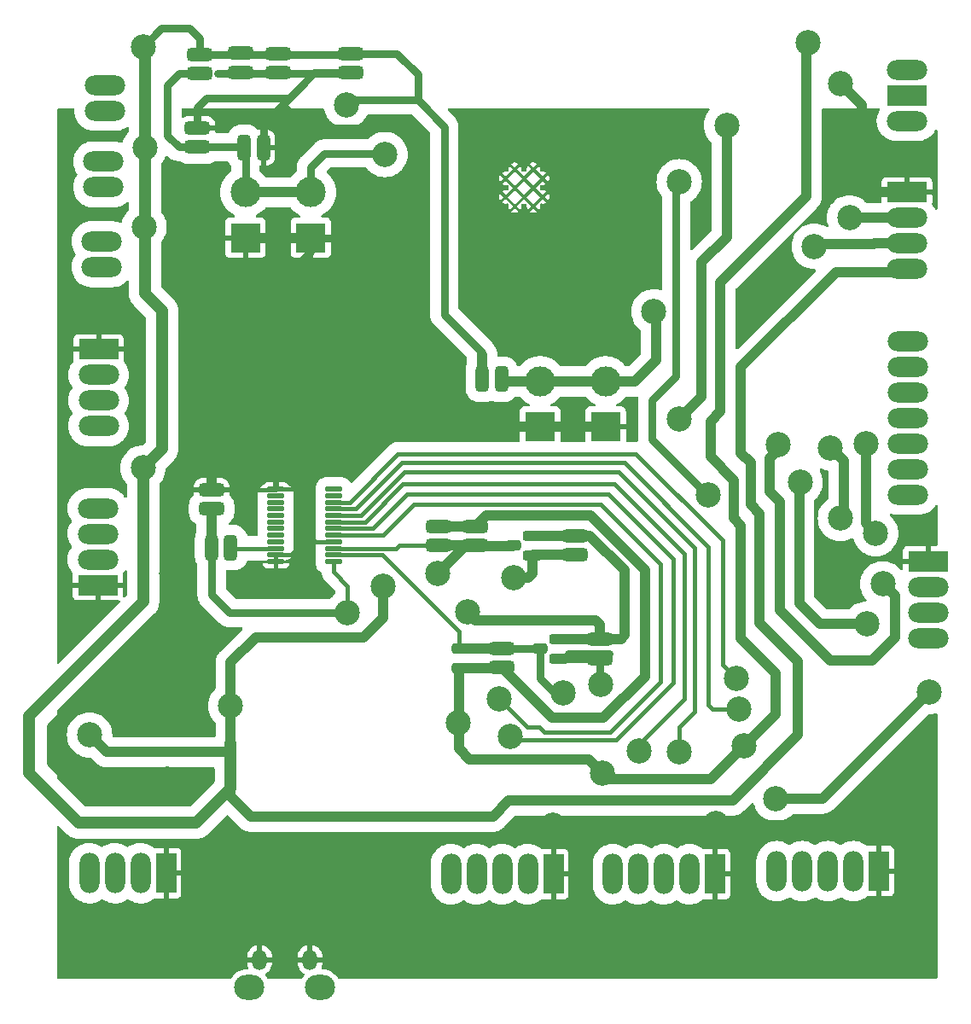
<source format=gbl>
%TF.GenerationSoftware,KiCad,Pcbnew,(6.0.2)*%
%TF.CreationDate,2022-05-17T13:56:57+02:00*%
%TF.ProjectId,PCB_VuilBak,5043425f-5675-4696-9c42-616b2e6b6963,rev?*%
%TF.SameCoordinates,Original*%
%TF.FileFunction,Copper,L2,Bot*%
%TF.FilePolarity,Positive*%
%FSLAX46Y46*%
G04 Gerber Fmt 4.6, Leading zero omitted, Abs format (unit mm)*
G04 Created by KiCad (PCBNEW (6.0.2)) date 2022-05-17 13:56:57*
%MOMM*%
%LPD*%
G01*
G04 APERTURE LIST*
G04 Aperture macros list*
%AMRoundRect*
0 Rectangle with rounded corners*
0 $1 Rounding radius*
0 $2 $3 $4 $5 $6 $7 $8 $9 X,Y pos of 4 corners*
0 Add a 4 corners polygon primitive as box body*
4,1,4,$2,$3,$4,$5,$6,$7,$8,$9,$2,$3,0*
0 Add four circle primitives for the rounded corners*
1,1,$1+$1,$2,$3*
1,1,$1+$1,$4,$5*
1,1,$1+$1,$6,$7*
1,1,$1+$1,$8,$9*
0 Add four rect primitives between the rounded corners*
20,1,$1+$1,$2,$3,$4,$5,0*
20,1,$1+$1,$4,$5,$6,$7,0*
20,1,$1+$1,$6,$7,$8,$9,0*
20,1,$1+$1,$8,$9,$2,$3,0*%
G04 Aperture macros list end*
%TA.AperFunction,ComponentPad*%
%ADD10O,2.000000X4.000000*%
%TD*%
%TA.AperFunction,ComponentPad*%
%ADD11R,2.000000X4.000000*%
%TD*%
%TA.AperFunction,ComponentPad*%
%ADD12O,3.000000X2.500000*%
%TD*%
%TA.AperFunction,ComponentPad*%
%ADD13O,1.450000X2.000000*%
%TD*%
%TA.AperFunction,ComponentPad*%
%ADD14O,4.000000X2.000000*%
%TD*%
%TA.AperFunction,ComponentPad*%
%ADD15R,4.000000X2.000000*%
%TD*%
%TA.AperFunction,ComponentPad*%
%ADD16C,0.300000*%
%TD*%
%TA.AperFunction,SMDPad,CuDef*%
%ADD17RoundRect,0.325000X0.925000X-0.325000X0.925000X0.325000X-0.925000X0.325000X-0.925000X-0.325000X0*%
%TD*%
%TA.AperFunction,SMDPad,CuDef*%
%ADD18RoundRect,0.325000X-0.325000X-0.925000X0.325000X-0.925000X0.325000X0.925000X-0.325000X0.925000X0*%
%TD*%
%TA.AperFunction,SMDPad,CuDef*%
%ADD19RoundRect,0.020500X-0.764500X-0.184500X0.764500X-0.184500X0.764500X0.184500X-0.764500X0.184500X0*%
%TD*%
%TA.AperFunction,SMDPad,CuDef*%
%ADD20RoundRect,0.325000X-0.925000X0.325000X-0.925000X-0.325000X0.925000X-0.325000X0.925000X0.325000X0*%
%TD*%
%TA.AperFunction,SMDPad,CuDef*%
%ADD21RoundRect,0.250000X0.700000X0.250000X-0.700000X0.250000X-0.700000X-0.250000X0.700000X-0.250000X0*%
%TD*%
%TA.AperFunction,SMDPad,CuDef*%
%ADD22RoundRect,0.250000X0.487500X0.250000X-0.487500X0.250000X-0.487500X-0.250000X0.487500X-0.250000X0*%
%TD*%
%TA.AperFunction,ComponentPad*%
%ADD23R,3.000000X3.000000*%
%TD*%
%TA.AperFunction,ComponentPad*%
%ADD24C,3.000000*%
%TD*%
%TA.AperFunction,SMDPad,CuDef*%
%ADD25RoundRect,0.325000X0.325000X0.925000X-0.325000X0.925000X-0.325000X-0.925000X0.325000X-0.925000X0*%
%TD*%
%TA.AperFunction,SMDPad,CuDef*%
%ADD26RoundRect,0.250000X0.475000X-0.250000X0.475000X0.250000X-0.475000X0.250000X-0.475000X-0.250000X0*%
%TD*%
%TA.AperFunction,ViaPad*%
%ADD27C,2.500000*%
%TD*%
%TA.AperFunction,Conductor*%
%ADD28C,0.800000*%
%TD*%
%TA.AperFunction,Conductor*%
%ADD29C,0.600000*%
%TD*%
%TA.AperFunction,Conductor*%
%ADD30C,1.000000*%
%TD*%
%TA.AperFunction,Conductor*%
%ADD31C,0.400000*%
%TD*%
%TA.AperFunction,Conductor*%
%ADD32C,0.254000*%
%TD*%
%TA.AperFunction,Conductor*%
%ADD33C,1.200000*%
%TD*%
G04 APERTURE END LIST*
D10*
%TO.P,X9,1,KL*%
%TO.N,5V*%
X163060000Y-108500000D03*
%TO.P,X9,2,KL*%
%TO.N,SC7*%
X165600000Y-108500000D03*
%TO.P,X9,3,KL*%
%TO.N,SD7*%
X168140000Y-108500000D03*
%TO.P,X9,4,KL*%
%TO.N,GPIO2*%
X170680000Y-108500000D03*
D11*
%TO.P,X9,5,KL*%
%TO.N,GND*%
X173220000Y-108500000D03*
%TD*%
D12*
%TO.P,U1,S1,SHIELD*%
%TO.N,GND*%
X143060000Y-119700000D03*
%TO.P,U1,S2,SHIELD*%
X150060000Y-119700000D03*
D13*
%TO.P,U1,S3,SHIELD*%
X144060000Y-117000000D03*
%TO.P,U1,S4,SHIELD*%
X149060000Y-117000000D03*
%TD*%
D11*
%TO.P,X3,1,KL*%
%TO.N,GND*%
X134780000Y-108400000D03*
D10*
%TO.P,X3,2,KL*%
%TO.N,GPIO15*%
X132240000Y-108400000D03*
%TO.P,X3,3,KL*%
%TO.N,GPIO13*%
X129700000Y-108400000D03*
%TO.P,X3,4,KL*%
%TO.N,3.3V*%
X127160000Y-108400000D03*
%TD*%
D14*
%TO.P,X13,1,KL*%
%TO.N,3.3V*%
X128570000Y-37790000D03*
%TO.P,X13,2,KL*%
%TO.N,GPIO33*%
X128570000Y-40330000D03*
%TD*%
D10*
%TO.P,X8,1,KL*%
%TO.N,5V*%
X179120000Y-108500000D03*
%TO.P,X8,2,KL*%
%TO.N,SC6*%
X181660000Y-108500000D03*
%TO.P,X8,3,KL*%
%TO.N,SD6*%
X184200000Y-108500000D03*
%TO.P,X8,4,KL*%
%TO.N,GPIO4*%
X186740000Y-108500000D03*
D11*
%TO.P,X8,5,KL*%
%TO.N,GND*%
X189280000Y-108500000D03*
%TD*%
D14*
%TO.P,X6,1,KL*%
%TO.N,GPIO 19*%
X208400000Y-55600000D03*
%TO.P,X6,2,KL*%
%TO.N,GPIO 18*%
X208400000Y-58140000D03*
%TO.P,X6,3,KL*%
%TO.N,GPIO 5*%
X208400000Y-60680000D03*
%TO.P,X6,4,KL*%
%TO.N,GPIO 17*%
X208400000Y-63220000D03*
%TO.P,X6,5,KL*%
%TO.N,GPIO 16*%
X208400000Y-65760000D03*
%TO.P,X6,6,KL*%
%TO.N,GPIO4*%
X208400000Y-68300000D03*
%TO.P,X6,7,KL*%
%TO.N,GPIO2*%
X208400000Y-70840000D03*
%TD*%
%TO.P,X12,1,KL*%
%TO.N,3.3V*%
X128685000Y-30225000D03*
%TO.P,X12,2,KL*%
%TO.N,GPIO32*%
X128685000Y-32765000D03*
%TD*%
%TO.P,X4,1,KL*%
%TO.N,3.3V*%
X128000000Y-72200000D03*
%TO.P,X4,2,KL*%
%TO.N,GPIO14*%
X128000000Y-74740000D03*
%TO.P,X4,3,KL*%
%TO.N,GPIO12*%
X128000000Y-77280000D03*
D15*
%TO.P,X4,4,KL*%
%TO.N,GND*%
X128000000Y-79820000D03*
%TD*%
D10*
%TO.P,X7,1,KL*%
%TO.N,5V*%
X195360000Y-108200000D03*
%TO.P,X7,2,KL*%
%TO.N,SC5*%
X197900000Y-108200000D03*
%TO.P,X7,3,KL*%
%TO.N,SD5*%
X200440000Y-108200000D03*
%TO.P,X7,4,KL*%
%TO.N,GPIO 16*%
X202980000Y-108200000D03*
D11*
%TO.P,X7,5,KL*%
%TO.N,GND*%
X205520000Y-108200000D03*
%TD*%
D15*
%TO.P,X2,1,KL*%
%TO.N,GND*%
X128085000Y-56425000D03*
D14*
%TO.P,X2,2,KL*%
%TO.N,GPIO26*%
X128085000Y-58965000D03*
%TO.P,X2,3,KL*%
%TO.N,GPIO27*%
X128085000Y-61505000D03*
%TO.P,X2,4,KL*%
%TO.N,3.3V*%
X128085000Y-64045000D03*
%TD*%
%TO.P,X5,1,KL*%
%TO.N,5V*%
X208300000Y-28700000D03*
D15*
%TO.P,X5,2,KL*%
%TO.N,GND*%
X208300000Y-31240000D03*
D14*
%TO.P,X5,3,KL*%
%TO.N,GPIO 23*%
X208300000Y-33780000D03*
%TD*%
D16*
%TO.P,U4,39_10,GND*%
%TO.N,GND*%
X169395000Y-38555000D03*
%TO.P,U4,39_11,GND*%
X171230000Y-38555000D03*
%TO.P,U4,39_12,GND*%
X168477500Y-39472500D03*
%TO.P,U4,39_13,GND*%
X170312500Y-39472500D03*
%TO.P,U4,39_14,GND*%
X172147500Y-39472500D03*
%TO.P,U4,39_15,GND*%
X169395000Y-40390000D03*
%TO.P,U4,39_16,GND*%
X171230000Y-40390000D03*
%TO.P,U4,39_17,GND*%
X168477500Y-41307500D03*
%TO.P,U4,39_18,GND*%
X170312500Y-41307500D03*
%TO.P,U4,39_19,GND*%
X172147500Y-41307500D03*
%TO.P,U4,39_20,GND*%
X169395000Y-42225000D03*
%TO.P,U4,39_21,GND*%
X171230000Y-42225000D03*
%TD*%
D14*
%TO.P,X11,1,KL*%
%TO.N,3.3V*%
X128400000Y-45725000D03*
%TO.P,X11,2,KL*%
%TO.N,GPIO25*%
X128400000Y-48265000D03*
%TD*%
D15*
%TO.P,X1,1,KL*%
%TO.N,GND*%
X208300000Y-40860000D03*
D14*
%TO.P,X1,2,KL*%
%TO.N,TX*%
X208300000Y-43400000D03*
%TO.P,X1,3,KL*%
%TO.N,RX*%
X208300000Y-45940000D03*
%TO.P,X1,4,KL*%
%TO.N,3.3V*%
X208300000Y-48480000D03*
%TD*%
%TO.P,X10,1,KL*%
%TO.N,5V*%
X210400000Y-85060000D03*
%TO.P,X10,2,KL*%
%TO.N,SDA_mux*%
X210400000Y-82520000D03*
%TO.P,X10,3,KL*%
%TO.N,SCL_Mux*%
X210400000Y-79980000D03*
D15*
%TO.P,X10,4,KL*%
%TO.N,GND*%
X210400000Y-77440000D03*
%TD*%
D17*
%TO.P,C8,1*%
%TO.N,GND*%
X145900000Y-29000000D03*
%TO.P,C8,2*%
%TO.N,3.3V*%
X145900000Y-27100000D03*
%TD*%
D18*
%TO.P,R9,1*%
%TO.N,5V*%
X139300000Y-76100000D03*
%TO.P,R9,2*%
%TO.N,Net-(R9-Pad2)*%
X141200000Y-76100000D03*
%TD*%
D19*
%TO.P,U3,1,A0*%
%TO.N,GND*%
X145685000Y-77470000D03*
%TO.P,U3,2,A1*%
X145685000Y-76820000D03*
%TO.P,U3,3,~{RESET}*%
%TO.N,Net-(R9-Pad2)*%
X145685000Y-76170000D03*
%TO.P,U3,4,SD0*%
%TO.N,unconnected-(U3-Pad4)*%
X145685000Y-75520000D03*
%TO.P,U3,5,SC0*%
%TO.N,unconnected-(U3-Pad5)*%
X145685000Y-74870000D03*
%TO.P,U3,6,SD1*%
%TO.N,unconnected-(U3-Pad6)*%
X145685000Y-74220000D03*
%TO.P,U3,7,SC1*%
%TO.N,unconnected-(U3-Pad7)*%
X145685000Y-73570000D03*
%TO.P,U3,8,SD2*%
%TO.N,unconnected-(U3-Pad8)*%
X145685000Y-72920000D03*
%TO.P,U3,9,SC2*%
%TO.N,unconnected-(U3-Pad9)*%
X145685000Y-72270000D03*
%TO.P,U3,10,SD3*%
%TO.N,unconnected-(U3-Pad10)*%
X145685000Y-71620000D03*
%TO.P,U3,11,SC3*%
%TO.N,unconnected-(U3-Pad11)*%
X145685000Y-70970000D03*
%TO.P,U3,12,GND*%
%TO.N,GND*%
X145685000Y-70320000D03*
%TO.P,U3,13,SD4*%
%TO.N,unconnected-(U3-Pad13)*%
X151425000Y-70320000D03*
%TO.P,U3,14,SC4*%
%TO.N,unconnected-(U3-Pad14)*%
X151425000Y-70970000D03*
%TO.P,U3,15,SD5*%
%TO.N,SD5*%
X151425000Y-71620000D03*
%TO.P,U3,16,SC5*%
%TO.N,SC5*%
X151425000Y-72270000D03*
%TO.P,U3,17,SD6*%
%TO.N,SD6*%
X151425000Y-72920000D03*
%TO.P,U3,18,SC6*%
%TO.N,SC6*%
X151425000Y-73570000D03*
%TO.P,U3,19,SD7*%
%TO.N,SD7*%
X151425000Y-74220000D03*
%TO.P,U3,20,SC7*%
%TO.N,SC7*%
X151425000Y-74870000D03*
%TO.P,U3,21,A2*%
%TO.N,GND*%
X151425000Y-75520000D03*
%TO.P,U3,22,SCL*%
%TO.N,SCL_Mux*%
X151425000Y-76170000D03*
%TO.P,U3,23,SDA*%
%TO.N,SDA_mux*%
X151425000Y-76820000D03*
%TO.P,U3,24,VCC*%
%TO.N,5V*%
X151425000Y-77470000D03*
%TD*%
D20*
%TO.P,R3,1*%
%TO.N,3.3V*%
X175381250Y-74900000D03*
%TO.P,R3,2*%
%TO.N,SCL_ESP*%
X175381250Y-76800000D03*
%TD*%
D17*
%TO.P,R7,1*%
%TO.N,Net-(C2-Pad1)*%
X138100000Y-29050000D03*
%TO.P,R7,2*%
%TO.N,3.3V*%
X138100000Y-27150000D03*
%TD*%
D21*
%TO.P,Q1,1,G*%
%TO.N,3.3V*%
X171168750Y-74950000D03*
%TO.P,Q1,2,S*%
%TO.N,SCL_ESP*%
X171168750Y-76850000D03*
D22*
%TO.P,Q1,3,D*%
%TO.N,SCL_Mux*%
X169293750Y-75900000D03*
%TD*%
D20*
%TO.P,C1,1*%
%TO.N,GND*%
X139300000Y-70350000D03*
%TO.P,C1,2*%
%TO.N,5V*%
X139300000Y-72250000D03*
%TD*%
D23*
%TO.P,S2,1,S*%
%TO.N,GND*%
X171900000Y-64100000D03*
%TO.P,S2,2,S*%
X178400000Y-64100000D03*
D24*
%TO.P,S2,3,P*%
%TO.N,Net-(R8-Pad1)*%
X171900000Y-59600000D03*
%TO.P,S2,4,P*%
X178400000Y-59600000D03*
%TD*%
D17*
%TO.P,C6,1*%
%TO.N,GND*%
X142200000Y-28950000D03*
%TO.P,C6,2*%
%TO.N,3.3V*%
X142200000Y-27050000D03*
%TD*%
D20*
%TO.P,R2,1*%
%TO.N,SDA_mux*%
X168125000Y-86100000D03*
%TO.P,R2,2*%
%TO.N,5V*%
X168125000Y-88000000D03*
%TD*%
%TO.P,R4,1*%
%TO.N,3.3V*%
X177825000Y-85200000D03*
%TO.P,R4,2*%
%TO.N,SDA_ESP*%
X177825000Y-87100000D03*
%TD*%
D25*
%TO.P,C7,1*%
%TO.N,GND*%
X144450000Y-36400000D03*
%TO.P,C7,2*%
%TO.N,Net-(C2-Pad1)*%
X142550000Y-36400000D03*
%TD*%
D17*
%TO.P,R1,1*%
%TO.N,SCL_Mux*%
X161800000Y-75900000D03*
%TO.P,R1,2*%
%TO.N,5V*%
X161800000Y-74000000D03*
%TD*%
%TO.P,C2,1*%
%TO.N,Net-(C2-Pad1)*%
X137900000Y-36350000D03*
%TO.P,C2,2*%
%TO.N,GND*%
X137900000Y-34450000D03*
%TD*%
D25*
%TO.P,R8,1*%
%TO.N,Net-(R8-Pad1)*%
X168050000Y-59400000D03*
%TO.P,R8,2*%
%TO.N,3.3V*%
X166150000Y-59400000D03*
%TD*%
D20*
%TO.P,R5,1*%
%TO.N,5V*%
X165500000Y-74000000D03*
%TO.P,R5,2*%
%TO.N,SCL_Mux*%
X165500000Y-75900000D03*
%TD*%
D26*
%TO.P,R6,1*%
%TO.N,5V*%
X163825000Y-88050000D03*
%TO.P,R6,2*%
%TO.N,SDA_mux*%
X163825000Y-86150000D03*
%TD*%
D21*
%TO.P,Q2,1,G*%
%TO.N,3.3V*%
X173762500Y-85200000D03*
%TO.P,Q2,2,S*%
%TO.N,SDA_ESP*%
X173762500Y-87100000D03*
D22*
%TO.P,Q2,3,D*%
%TO.N,SDA_mux*%
X171887500Y-86150000D03*
%TD*%
D24*
%TO.P,S1,1,S*%
%TO.N,Net-(C2-Pad1)*%
X149150000Y-40850000D03*
%TO.P,S1,2,S*%
X142650000Y-40850000D03*
D23*
%TO.P,S1,3,P*%
%TO.N,GND*%
X149150000Y-45350000D03*
%TO.P,S1,4,P*%
X142650000Y-45350000D03*
%TD*%
D17*
%TO.P,C4,1*%
%TO.N,GND*%
X153100000Y-29000000D03*
%TO.P,C4,2*%
%TO.N,3.3V*%
X153100000Y-27100000D03*
%TD*%
D27*
%TO.N,GND*%
X205600000Y-100300000D03*
X151600000Y-63900000D03*
X201700000Y-30100000D03*
X134900000Y-99100000D03*
X139200000Y-50500000D03*
X137400000Y-56400000D03*
X189300000Y-103500000D03*
X173200000Y-103600000D03*
X135300000Y-78700000D03*
%TO.N,3.3V*%
X164700000Y-82500000D03*
X152700000Y-32200000D03*
X132500000Y-68200000D03*
X132500000Y-26400000D03*
X132600000Y-44300000D03*
X127200000Y-94700000D03*
X132700000Y-36400000D03*
X141200000Y-91800000D03*
X156300000Y-79900000D03*
%TO.N,Net-(C2-Pad1)*%
X156500000Y-37100000D03*
%TO.N,5V*%
X152800000Y-82600000D03*
X163800000Y-93500000D03*
X178100000Y-98500000D03*
X198500000Y-26000000D03*
X195300000Y-101000000D03*
X210500000Y-90400000D03*
X192100000Y-95800000D03*
%TO.N,SCL_ESP*%
X190400000Y-34200000D03*
X185700000Y-63300000D03*
X169300000Y-79100000D03*
%TO.N,SCL_Mux*%
X205900000Y-79700000D03*
X161700000Y-78700000D03*
X195500000Y-65900000D03*
%TO.N,SDA_ESP*%
X185700000Y-39800000D03*
X188600000Y-70900000D03*
X177900000Y-89700000D03*
%TO.N,SDA_mux*%
X204300000Y-83700000D03*
X174200000Y-90500000D03*
X197700000Y-69600000D03*
%TO.N,Net-(R8-Pad1)*%
X183200000Y-52700000D03*
%TO.N,SD5*%
X191400000Y-89100000D03*
%TO.N,SC5*%
X191600000Y-92100000D03*
%TO.N,SD6*%
X185700000Y-96400000D03*
%TO.N,SC6*%
X181700000Y-96300000D03*
%TO.N,SD7*%
X168900000Y-94800000D03*
%TO.N,SC7*%
X167800000Y-91100000D03*
%TO.N,GPIO4*%
X201700000Y-73200000D03*
X200700000Y-66200000D03*
%TO.N,GPIO 16*%
X205200000Y-74700000D03*
X204200000Y-65800000D03*
%TO.N,RX*%
X199100000Y-46200000D03*
%TO.N,TX*%
X202600000Y-43400000D03*
%TD*%
D28*
%TO.N,GND*%
X149150000Y-46750000D02*
X145400000Y-50500000D01*
D29*
X147600000Y-63900000D02*
X145685000Y-65815000D01*
D30*
X171900000Y-64100000D02*
X154300000Y-64100000D01*
D28*
X160500000Y-39900000D02*
X155050000Y-45350000D01*
D31*
X148600000Y-75000000D02*
X148600000Y-75400000D01*
D28*
X148600000Y-34500000D02*
X146300000Y-32200000D01*
X137500000Y-56300000D02*
X137400000Y-56400000D01*
X147000000Y-31500000D02*
X148000000Y-30500000D01*
X159300000Y-34500000D02*
X148600000Y-34500000D01*
D30*
X202300000Y-103600000D02*
X205600000Y-100300000D01*
D32*
X145655000Y-70350000D02*
X145685000Y-70320000D01*
D31*
X148600000Y-70900000D02*
X148600000Y-75000000D01*
D28*
X144450000Y-36400000D02*
X144450000Y-34050000D01*
X146300000Y-32200000D02*
X148000000Y-30500000D01*
D30*
X123500000Y-97500000D02*
X125100000Y-99100000D01*
D28*
X145500000Y-56300000D02*
X137500000Y-56300000D01*
D30*
X154000000Y-63800000D02*
X151700000Y-63800000D01*
X142650000Y-45350000D02*
X149150000Y-45350000D01*
D28*
X145000000Y-56300000D02*
X145500000Y-56300000D01*
D32*
X144060000Y-117000000D02*
X143460000Y-117000000D01*
D28*
X149900000Y-56300000D02*
X145500000Y-56300000D01*
D30*
X204960000Y-40860000D02*
X208300000Y-40860000D01*
D28*
X144450000Y-34050000D02*
X146300000Y-32200000D01*
X155050000Y-45350000D02*
X149150000Y-45350000D01*
X151700000Y-58500000D02*
X151900000Y-58300000D01*
X159300000Y-34500000D02*
X160500000Y-35700000D01*
D30*
X137400000Y-67800000D02*
X137400000Y-66300000D01*
D31*
X148600000Y-75400000D02*
X147180000Y-76820000D01*
D30*
X173300000Y-103500000D02*
X189300000Y-103500000D01*
D31*
X139300000Y-70350000D02*
X145655000Y-70350000D01*
D30*
X135442206Y-81957794D02*
X123500000Y-93900000D01*
D28*
X137900000Y-34450000D02*
X137900000Y-32400000D01*
D30*
X135300000Y-78700000D02*
X135442206Y-78842206D01*
D31*
X145685000Y-76820000D02*
X145685000Y-77470000D01*
D30*
X203800000Y-39700000D02*
X204960000Y-40860000D01*
D31*
X147180000Y-76820000D02*
X145685000Y-76820000D01*
D28*
X138800000Y-31500000D02*
X147000000Y-31500000D01*
D30*
X135300000Y-69900000D02*
X137400000Y-67800000D01*
D28*
X151900000Y-58300000D02*
X149900000Y-56300000D01*
D30*
X189400000Y-103600000D02*
X202300000Y-103600000D01*
D28*
X149500000Y-29000000D02*
X153100000Y-29000000D01*
D32*
X149060000Y-117000000D02*
X149360000Y-117000000D01*
D28*
X139900000Y-29050000D02*
X153050000Y-29050000D01*
D30*
X151700000Y-63800000D02*
X151600000Y-63900000D01*
D28*
X137900000Y-32400000D02*
X138800000Y-31500000D01*
D30*
X125100000Y-99100000D02*
X134900000Y-99100000D01*
D31*
X148000000Y-70300000D02*
X148600000Y-70900000D01*
D28*
X148000000Y-30500000D02*
X149500000Y-29000000D01*
D29*
X151600000Y-63900000D02*
X147600000Y-63900000D01*
D31*
X145705000Y-70300000D02*
X148000000Y-70300000D01*
X149120000Y-75520000D02*
X151425000Y-75520000D01*
D32*
X145685000Y-70320000D02*
X145705000Y-70300000D01*
D28*
X149150000Y-45350000D02*
X149150000Y-46750000D01*
D30*
X189300000Y-103500000D02*
X189400000Y-103600000D01*
D29*
X145685000Y-65815000D02*
X145685000Y-70320000D01*
D30*
X203800000Y-32200000D02*
X203800000Y-39700000D01*
D28*
X139200000Y-50500000D02*
X145000000Y-56300000D01*
X145400000Y-50500000D02*
X139200000Y-50500000D01*
D30*
X135442206Y-78842206D02*
X135442206Y-81957794D01*
X137400000Y-66300000D02*
X139300000Y-68200000D01*
X123500000Y-93900000D02*
X123500000Y-97500000D01*
X139300000Y-68200000D02*
X139300000Y-70350000D01*
D28*
X160500000Y-35700000D02*
X160500000Y-39900000D01*
D30*
X203800000Y-32200000D02*
X201700000Y-30100000D01*
X154300000Y-64100000D02*
X154000000Y-63800000D01*
D32*
X173200000Y-103600000D02*
X173300000Y-103500000D01*
D30*
X137400000Y-56400000D02*
X137400000Y-66300000D01*
D28*
X153050000Y-29050000D02*
X153100000Y-29000000D01*
D31*
X148600000Y-75000000D02*
X149120000Y-75520000D01*
D30*
X135300000Y-78700000D02*
X135300000Y-69900000D01*
D28*
X151700000Y-63800000D02*
X151700000Y-58500000D01*
D30*
X171900000Y-64100000D02*
X178400000Y-64100000D01*
D28*
%TO.N,3.3V*%
X153200000Y-31700000D02*
X159750000Y-31700000D01*
D30*
X173762500Y-85200000D02*
X177825000Y-85200000D01*
X191800000Y-66700000D02*
X191800000Y-58200000D01*
X192800000Y-71800000D02*
X192800000Y-67700000D01*
X165500000Y-83300000D02*
X177400000Y-83300000D01*
X141200000Y-91800000D02*
X141200000Y-87500000D01*
X166150000Y-56950000D02*
X166150000Y-59400000D01*
D28*
X159750000Y-31700000D02*
X159750000Y-29150000D01*
X159750000Y-29150000D02*
X157700000Y-27100000D01*
D32*
X171218750Y-74900000D02*
X171168750Y-74950000D01*
D28*
X162400000Y-34350000D02*
X162400000Y-53000000D01*
X157700000Y-27100000D02*
X153100000Y-27100000D01*
D30*
X141200000Y-96400000D02*
X141200000Y-100800000D01*
X127200000Y-94700000D02*
X128900000Y-96400000D01*
D28*
X162400000Y-53000000D02*
X166100000Y-56700000D01*
D30*
X164700000Y-82500000D02*
X165500000Y-83300000D01*
D33*
X132700000Y-50900000D02*
X132700000Y-26600000D01*
D30*
X141200000Y-100800000D02*
X143200000Y-102800000D01*
X176850000Y-74900000D02*
X180300000Y-78350000D01*
D33*
X121200000Y-92800000D02*
X132500000Y-81500000D01*
D28*
X152700000Y-32200000D02*
X153200000Y-31700000D01*
D30*
X179900000Y-85200000D02*
X177825000Y-85200000D01*
D33*
X132500000Y-68200000D02*
X134400000Y-66300000D01*
X126100000Y-103400000D02*
X121200000Y-98500000D01*
X134400000Y-66300000D02*
X134400000Y-52600000D01*
X121200000Y-98500000D02*
X121200000Y-92800000D01*
D30*
X128900000Y-96400000D02*
X141200000Y-96400000D01*
D33*
X137800000Y-103400000D02*
X126100000Y-103400000D01*
X141200000Y-100000000D02*
X137800000Y-103400000D01*
D28*
X138100000Y-27150000D02*
X138100000Y-25600000D01*
D33*
X134400000Y-52600000D02*
X132700000Y-50900000D01*
D30*
X180300000Y-84800000D02*
X179900000Y-85200000D01*
X175381250Y-74900000D02*
X171218750Y-74900000D01*
X193700000Y-83600000D02*
X193700000Y-72700000D01*
D28*
X153100000Y-27100000D02*
X153050000Y-27150000D01*
X137100000Y-24600000D02*
X134300000Y-24600000D01*
D30*
X168800000Y-101200000D02*
X191000000Y-101200000D01*
X177825000Y-83725000D02*
X177825000Y-85200000D01*
X191800000Y-58200000D02*
X201250489Y-48749511D01*
X180300000Y-78350000D02*
X180300000Y-84800000D01*
X193700000Y-72700000D02*
X192800000Y-71800000D01*
D33*
X141200000Y-95500000D02*
X141200000Y-100000000D01*
X132500000Y-81500000D02*
X132500000Y-68200000D01*
D30*
X141200000Y-96400000D02*
X141200000Y-91800000D01*
X197500000Y-87400000D02*
X193700000Y-83600000D01*
X177400000Y-83300000D02*
X177825000Y-83725000D01*
X201250489Y-48749511D02*
X208030489Y-48749511D01*
D28*
X134300000Y-24600000D02*
X132500000Y-26400000D01*
D30*
X191000000Y-101200000D02*
X197500000Y-94700000D01*
X141200000Y-95500000D02*
X141200000Y-96400000D01*
X154400000Y-85000000D02*
X156300000Y-83100000D01*
X175381250Y-74900000D02*
X176850000Y-74900000D01*
X197500000Y-94700000D02*
X197500000Y-87400000D01*
D28*
X153050000Y-27150000D02*
X138100000Y-27150000D01*
D30*
X143200000Y-102800000D02*
X167200000Y-102800000D01*
X156300000Y-83100000D02*
X156300000Y-79900000D01*
D33*
X132700000Y-26600000D02*
X132500000Y-26400000D01*
D30*
X141200000Y-87500000D02*
X143700000Y-85000000D01*
X167200000Y-102800000D02*
X168800000Y-101200000D01*
D28*
X138100000Y-25600000D02*
X137100000Y-24600000D01*
D30*
X143700000Y-85000000D02*
X154400000Y-85000000D01*
X192800000Y-67700000D02*
X191800000Y-66700000D01*
D28*
X159750000Y-31700000D02*
X162400000Y-34350000D01*
D30*
X208030489Y-48749511D02*
X208300000Y-48480000D01*
%TO.N,Net-(C2-Pad1)*%
X149150000Y-40850000D02*
X142650000Y-40850000D01*
D28*
X156400000Y-37000000D02*
X150500000Y-37000000D01*
D32*
X142550000Y-36400000D02*
X142650000Y-36500000D01*
D28*
X137900000Y-36350000D02*
X136050000Y-36350000D01*
X149150000Y-38350000D02*
X149150000Y-40850000D01*
X136050000Y-29050000D02*
X138100000Y-29050000D01*
X134900000Y-35200000D02*
X134900000Y-30200000D01*
X134900000Y-30200000D02*
X136050000Y-29050000D01*
X136050000Y-36350000D02*
X134900000Y-35200000D01*
X142650000Y-36500000D02*
X142650000Y-40850000D01*
D32*
X138600000Y-28950000D02*
X138550000Y-29000000D01*
D28*
X142500000Y-36350000D02*
X137900000Y-36350000D01*
X150500000Y-37000000D02*
X149150000Y-38350000D01*
D32*
X142650000Y-36500000D02*
X142500000Y-36350000D01*
D28*
X156500000Y-37100000D02*
X156400000Y-37000000D01*
D30*
%TO.N,5V*%
X198350000Y-41250000D02*
X198350000Y-26050000D01*
X188800000Y-67100000D02*
X188800000Y-63600000D01*
D31*
X151425000Y-78525000D02*
X152800000Y-79900000D01*
D30*
X161800000Y-74000000D02*
X165500000Y-74000000D01*
X191100000Y-69400000D02*
X188800000Y-67100000D01*
X166600000Y-72900000D02*
X168000000Y-72900000D01*
D32*
X168075000Y-88050000D02*
X168125000Y-88000000D01*
D30*
X192100000Y-95800000D02*
X195300000Y-92600000D01*
X191100000Y-73200000D02*
X191100000Y-69400000D01*
X188800000Y-99100000D02*
X192100000Y-95800000D01*
D28*
X139300000Y-80800000D02*
X141100000Y-82600000D01*
D30*
X188800000Y-63600000D02*
X189800000Y-62600000D01*
X163825000Y-88050000D02*
X168075000Y-88050000D01*
X178100000Y-98500000D02*
X176700000Y-97100000D01*
X163825000Y-96025000D02*
X163825000Y-88050000D01*
X191800000Y-73900000D02*
X191100000Y-73200000D01*
X178200000Y-93000000D02*
X173125000Y-93000000D01*
D31*
X152800000Y-79900000D02*
X152800000Y-82600000D01*
D30*
X178700000Y-99100000D02*
X188800000Y-99100000D01*
X191800000Y-85100000D02*
X191800000Y-73900000D01*
X195300000Y-101000000D02*
X199900000Y-101000000D01*
X176700000Y-97100000D02*
X164900000Y-97100000D01*
X182300000Y-88900000D02*
X178200000Y-93000000D01*
D32*
X210400000Y-90300000D02*
X210500000Y-90400000D01*
D30*
X139300000Y-72250000D02*
X139300000Y-76100000D01*
X189800000Y-49800000D02*
X198350000Y-41250000D01*
D31*
X151425000Y-77470000D02*
X151425000Y-78525000D01*
D30*
X164900000Y-97100000D02*
X163825000Y-96025000D01*
D28*
X139300000Y-76100000D02*
X139300000Y-80800000D01*
D30*
X167700000Y-72900000D02*
X176900000Y-72900000D01*
X173125000Y-93000000D02*
X168125000Y-88000000D01*
X165500000Y-74000000D02*
X166600000Y-72900000D01*
X199900000Y-101000000D02*
X210500000Y-90400000D01*
X195300000Y-92600000D02*
X195300000Y-88600000D01*
X182300000Y-78300000D02*
X182300000Y-88900000D01*
X176900000Y-72900000D02*
X182300000Y-78300000D01*
X178100000Y-98500000D02*
X178700000Y-99100000D01*
X195300000Y-88600000D02*
X191800000Y-85100000D01*
D28*
X141100000Y-82600000D02*
X152800000Y-82600000D01*
D30*
X189800000Y-62600000D02*
X189800000Y-49800000D01*
%TO.N,SCL_ESP*%
X187900000Y-47800000D02*
X190400000Y-45300000D01*
X171100000Y-76918750D02*
X171168750Y-76850000D01*
X169300000Y-79100000D02*
X170700000Y-79100000D01*
X187900000Y-61100000D02*
X187900000Y-47800000D01*
X175381250Y-76800000D02*
X171218750Y-76800000D01*
X171100000Y-78700000D02*
X171100000Y-76918750D01*
X190400000Y-45300000D02*
X190400000Y-34200000D01*
X170700000Y-79100000D02*
X171100000Y-78700000D01*
X185700000Y-63300000D02*
X187900000Y-61100000D01*
D32*
X171218750Y-76800000D02*
X171168750Y-76850000D01*
D30*
%TO.N,SCL_Mux*%
X165500000Y-75900000D02*
X161800000Y-75900000D01*
X200700000Y-87300000D02*
X204800000Y-87300000D01*
X194700000Y-67200000D02*
X194700000Y-70572616D01*
D31*
X162050000Y-75950000D02*
X162000000Y-75900000D01*
X157900000Y-75900000D02*
X161800000Y-75900000D01*
D30*
X194700000Y-70572616D02*
X195700000Y-71572616D01*
D31*
X151425000Y-76170000D02*
X157630000Y-76170000D01*
D30*
X164500000Y-75900000D02*
X165500000Y-75900000D01*
X165555000Y-75955000D02*
X169193750Y-75955000D01*
X195500000Y-65900000D02*
X195500000Y-66400000D01*
X195700000Y-82300000D02*
X200700000Y-87300000D01*
D32*
X165500000Y-75900000D02*
X165555000Y-75955000D01*
D31*
X162150000Y-75750000D02*
X162000000Y-75900000D01*
D30*
X195700000Y-71572616D02*
X195700000Y-82300000D01*
D32*
X165550000Y-75950000D02*
X165500000Y-75900000D01*
D31*
X157630000Y-76170000D02*
X157900000Y-75900000D01*
D30*
X195500000Y-66400000D02*
X194700000Y-67200000D01*
X207100000Y-80900000D02*
X205900000Y-79700000D01*
X204800000Y-87300000D02*
X207100000Y-85000000D01*
X161700000Y-78700000D02*
X164500000Y-75900000D01*
X207100000Y-85000000D02*
X207100000Y-80900000D01*
D28*
%TO.N,SDA_ESP*%
X174712500Y-86650000D02*
X178775000Y-86650000D01*
X177825000Y-89625000D02*
X177900000Y-89700000D01*
X177825000Y-87100000D02*
X177825000Y-89625000D01*
X188500000Y-70900000D02*
X183000000Y-65400000D01*
X183000000Y-65400000D02*
X183000000Y-61500000D01*
X185400000Y-59100000D02*
X185400000Y-39700000D01*
X188600000Y-70900000D02*
X188500000Y-70900000D01*
X183000000Y-61500000D02*
X185400000Y-59100000D01*
X173762500Y-87100000D02*
X177825000Y-87100000D01*
%TO.N,SDA_mux*%
X173300000Y-90500000D02*
X174200000Y-90500000D01*
D31*
X154680000Y-76820000D02*
X154780000Y-76820000D01*
D30*
X197600000Y-81600000D02*
X199700000Y-83700000D01*
D28*
X171887500Y-86150000D02*
X168175000Y-86150000D01*
X171887500Y-89087500D02*
X173300000Y-90500000D01*
X171887500Y-86150000D02*
X171887500Y-89087500D01*
D32*
X163875000Y-86100000D02*
X163825000Y-86150000D01*
D31*
X151425000Y-76820000D02*
X154680000Y-76820000D01*
X163825000Y-85965000D02*
X163825000Y-84425000D01*
D30*
X197700000Y-69600000D02*
X198184410Y-70084410D01*
D32*
X163825000Y-86150000D02*
X163825000Y-85965000D01*
D30*
X168125000Y-86100000D02*
X163875000Y-86100000D01*
X197700000Y-69600000D02*
X197600000Y-69700000D01*
X197600000Y-69700000D02*
X197600000Y-81600000D01*
D32*
X154780000Y-76820000D02*
X154810000Y-76850000D01*
D30*
X199700000Y-83700000D02*
X204300000Y-83700000D01*
D31*
X156220000Y-76820000D02*
X154680000Y-76820000D01*
X163825000Y-84425000D02*
X156220000Y-76820000D01*
D30*
%TO.N,Net-(R8-Pad1)*%
X183200000Y-52700000D02*
X183400000Y-52900000D01*
X171900000Y-59600000D02*
X168250000Y-59600000D01*
X183400000Y-57500000D02*
X181300000Y-59600000D01*
X181300000Y-59600000D02*
X178400000Y-59600000D01*
D32*
X168250000Y-59300000D02*
X168200000Y-59350000D01*
D30*
X171900000Y-59600000D02*
X178400000Y-59600000D01*
X183400000Y-52900000D02*
X183400000Y-57500000D01*
X168250000Y-59600000D02*
X168050000Y-59400000D01*
D31*
%TO.N,SD5*%
X190000000Y-87700000D02*
X190000000Y-75400000D01*
X157800000Y-66800000D02*
X152980000Y-71620000D01*
X191400000Y-89100000D02*
X190000000Y-87700000D01*
X190000000Y-75400000D02*
X181400000Y-66800000D01*
X152980000Y-71620000D02*
X151425000Y-71620000D01*
X181400000Y-66800000D02*
X157800000Y-66800000D01*
%TO.N,SC5*%
X189000000Y-92100000D02*
X191400000Y-92100000D01*
X180300000Y-67700000D02*
X188600000Y-76000000D01*
X158200000Y-67700000D02*
X180300000Y-67700000D01*
X188600000Y-76000000D02*
X188600000Y-91700000D01*
X188600000Y-91700000D02*
X189000000Y-92100000D01*
X151425000Y-72270000D02*
X153630000Y-72270000D01*
X153630000Y-72270000D02*
X158200000Y-67700000D01*
%TO.N,SD6*%
X158400000Y-68600000D02*
X154080000Y-72920000D01*
X154080000Y-72920000D02*
X151425000Y-72920000D01*
X185700000Y-93900000D02*
X187200000Y-92400000D01*
X187200000Y-92400000D02*
X187200000Y-76100000D01*
X179700000Y-68600000D02*
X158400000Y-68600000D01*
X185700000Y-96400000D02*
X185700000Y-93900000D01*
X187200000Y-76100000D02*
X179700000Y-68600000D01*
%TO.N,SC6*%
X154530000Y-73570000D02*
X151425000Y-73570000D01*
X181700000Y-95600000D02*
X186200000Y-91100000D01*
X186200000Y-76700000D02*
X179300000Y-69800000D01*
X181700000Y-96300000D02*
X181700000Y-95600000D01*
X186200000Y-91100000D02*
X186200000Y-76700000D01*
X179300000Y-69800000D02*
X158300000Y-69800000D01*
X158300000Y-69800000D02*
X154530000Y-73570000D01*
%TO.N,SD7*%
X185100000Y-77200000D02*
X178700000Y-70800000D01*
X155280000Y-74220000D02*
X151425000Y-74220000D01*
X169300000Y-95200000D02*
X179400000Y-95200000D01*
X185100000Y-89500000D02*
X185100000Y-77200000D01*
X168900000Y-94800000D02*
X169300000Y-95200000D01*
X178700000Y-70800000D02*
X158700000Y-70800000D01*
X179400000Y-95200000D02*
X185100000Y-89500000D01*
X158700000Y-70800000D02*
X155280000Y-74220000D01*
%TO.N,SC7*%
X156330000Y-74870000D02*
X151425000Y-74870000D01*
X170283251Y-93550489D02*
X170632762Y-93900000D01*
X171800000Y-93900000D02*
X172300000Y-94400000D01*
X170250489Y-93550489D02*
X170283251Y-93550489D01*
X177900000Y-71800000D02*
X159400000Y-71800000D01*
X178800000Y-94400000D02*
X183800000Y-89400000D01*
X183800000Y-89400000D02*
X183800000Y-77700000D01*
X172300000Y-94400000D02*
X178800000Y-94400000D01*
X159400000Y-71800000D02*
X156330000Y-74870000D01*
X183800000Y-77700000D02*
X177900000Y-71800000D01*
X170632762Y-93900000D02*
X171800000Y-93900000D01*
X167800000Y-91100000D02*
X170250489Y-93550489D01*
D30*
%TO.N,GPIO4*%
X201700000Y-73200000D02*
X202000000Y-72900000D01*
X202000000Y-72900000D02*
X202000000Y-67500000D01*
X202000000Y-67500000D02*
X200700000Y-66200000D01*
%TO.N,GPIO 16*%
X204200000Y-65800000D02*
X204200000Y-73700000D01*
D32*
X205100000Y-74600000D02*
X205200000Y-74700000D01*
D30*
X204200000Y-73700000D02*
X205100000Y-74600000D01*
%TO.N,RX*%
X199300000Y-46000000D02*
X205000000Y-46000000D01*
X199100000Y-46200000D02*
X199300000Y-46000000D01*
X205000000Y-46000000D02*
X205060000Y-45940000D01*
X205060000Y-45940000D02*
X208300000Y-45940000D01*
%TO.N,TX*%
X202600000Y-43400000D02*
X208300000Y-43400000D01*
D31*
%TO.N,Net-(R9-Pad2)*%
X141280000Y-76170000D02*
X145685000Y-76170000D01*
X141150000Y-76300000D02*
X141280000Y-76170000D01*
%TD*%
%TA.AperFunction,Conductor*%
%TO.N,GND*%
G36*
X211293706Y-92584986D02*
G01*
X211325863Y-92648282D01*
X211328000Y-92671392D01*
X211328000Y-118746000D01*
X211307998Y-118814121D01*
X211254342Y-118860614D01*
X211202000Y-118872000D01*
X151937445Y-118872000D01*
X151869324Y-118851998D01*
X151832073Y-118815085D01*
X151711192Y-118630709D01*
X151705509Y-118623304D01*
X151537751Y-118435346D01*
X151531035Y-118428861D01*
X151337334Y-118267761D01*
X151329742Y-118262346D01*
X151114354Y-118131646D01*
X151106037Y-118127408D01*
X150873701Y-118029981D01*
X150864851Y-118027020D01*
X150620669Y-117965006D01*
X150611472Y-117963384D01*
X150402247Y-117942316D01*
X150395955Y-117942000D01*
X150307306Y-117942000D01*
X150239185Y-117921998D01*
X150192692Y-117868342D01*
X150182588Y-117798068D01*
X150190399Y-117769003D01*
X150243051Y-117638027D01*
X150246285Y-117627316D01*
X150288843Y-117421814D01*
X150290046Y-117412678D01*
X150292895Y-117363265D01*
X150293000Y-117359618D01*
X150293000Y-117272115D01*
X150288525Y-117256876D01*
X150287135Y-117255671D01*
X150279452Y-117254000D01*
X147845115Y-117254000D01*
X147829876Y-117258475D01*
X147828671Y-117259865D01*
X147827000Y-117267548D01*
X147827000Y-117328041D01*
X147827249Y-117333636D01*
X147841083Y-117488633D01*
X147843065Y-117499647D01*
X147898180Y-117701116D01*
X147902074Y-117711589D01*
X147992001Y-117900123D01*
X147997687Y-117909738D01*
X148119576Y-118079365D01*
X148126884Y-118087831D01*
X148276883Y-118233191D01*
X148285572Y-118240227D01*
X148458864Y-118356675D01*
X148504249Y-118411271D01*
X148512912Y-118481737D01*
X148480362Y-118547590D01*
X148443146Y-118587151D01*
X148437281Y-118594394D01*
X148293673Y-118801404D01*
X148288640Y-118809948D01*
X148236833Y-118858492D01*
X148180074Y-118872000D01*
X144937445Y-118872000D01*
X144869324Y-118851998D01*
X144832073Y-118815085D01*
X144711192Y-118630709D01*
X144705509Y-118623304D01*
X144634226Y-118543438D01*
X144603788Y-118479297D01*
X144612859Y-118408883D01*
X144658560Y-118354550D01*
X144670439Y-118347571D01*
X144718362Y-118322836D01*
X144727793Y-118316851D01*
X144893517Y-118189686D01*
X144901734Y-118182130D01*
X145042318Y-118027631D01*
X145049072Y-118018732D01*
X145160069Y-117841789D01*
X145165146Y-117831823D01*
X145243050Y-117638031D01*
X145246285Y-117627316D01*
X145288843Y-117421814D01*
X145290046Y-117412678D01*
X145292895Y-117363265D01*
X145293000Y-117359618D01*
X145293000Y-117272115D01*
X145288525Y-117256876D01*
X145287135Y-117255671D01*
X145279452Y-117254000D01*
X142845115Y-117254000D01*
X142829876Y-117258475D01*
X142828671Y-117259865D01*
X142827000Y-117267548D01*
X142827000Y-117328041D01*
X142827249Y-117333636D01*
X142841083Y-117488633D01*
X142843065Y-117499647D01*
X142898180Y-117701116D01*
X142902073Y-117711584D01*
X142926003Y-117761755D01*
X142937276Y-117831851D01*
X142908863Y-117896914D01*
X142849785Y-117936288D01*
X142812277Y-117942000D01*
X142746002Y-117942000D01*
X142741327Y-117942173D01*
X142554074Y-117956088D01*
X142544868Y-117957464D01*
X142299126Y-118013071D01*
X142290215Y-118015795D01*
X142055392Y-118107112D01*
X142046983Y-118111123D01*
X141828240Y-118236146D01*
X141820514Y-118241357D01*
X141622650Y-118397341D01*
X141615782Y-118403634D01*
X141443152Y-118587144D01*
X141437278Y-118594398D01*
X141293673Y-118801404D01*
X141288640Y-118809948D01*
X141236833Y-118858492D01*
X141180074Y-118872000D01*
X124078000Y-118872000D01*
X124009879Y-118851998D01*
X123963386Y-118798342D01*
X123952000Y-118746000D01*
X123952000Y-116727885D01*
X142827000Y-116727885D01*
X142831475Y-116743124D01*
X142832865Y-116744329D01*
X142840548Y-116746000D01*
X143787885Y-116746000D01*
X143803124Y-116741525D01*
X143804329Y-116740135D01*
X143806000Y-116732452D01*
X143806000Y-116727885D01*
X144314000Y-116727885D01*
X144318475Y-116743124D01*
X144319865Y-116744329D01*
X144327548Y-116746000D01*
X145274885Y-116746000D01*
X145290124Y-116741525D01*
X145291329Y-116740135D01*
X145293000Y-116732452D01*
X145293000Y-116727885D01*
X147827000Y-116727885D01*
X147831475Y-116743124D01*
X147832865Y-116744329D01*
X147840548Y-116746000D01*
X148787885Y-116746000D01*
X148803124Y-116741525D01*
X148804329Y-116740135D01*
X148806000Y-116732452D01*
X148806000Y-116727885D01*
X149314000Y-116727885D01*
X149318475Y-116743124D01*
X149319865Y-116744329D01*
X149327548Y-116746000D01*
X150274885Y-116746000D01*
X150290124Y-116741525D01*
X150291329Y-116740135D01*
X150293000Y-116732452D01*
X150293000Y-116671959D01*
X150292751Y-116666364D01*
X150278917Y-116511367D01*
X150276935Y-116500353D01*
X150221820Y-116298884D01*
X150217926Y-116288411D01*
X150127999Y-116099877D01*
X150122313Y-116090262D01*
X150000424Y-115920635D01*
X149993116Y-115912169D01*
X149843117Y-115766809D01*
X149834435Y-115759779D01*
X149661055Y-115643272D01*
X149651269Y-115637893D01*
X149460004Y-115553933D01*
X149449412Y-115550368D01*
X149331615Y-115522088D01*
X149317530Y-115522793D01*
X149314000Y-115531672D01*
X149314000Y-116727885D01*
X148806000Y-116727885D01*
X148806000Y-115531774D01*
X148801894Y-115517790D01*
X148794330Y-115516616D01*
X148597600Y-115577138D01*
X148587256Y-115581359D01*
X148401638Y-115677164D01*
X148392207Y-115683149D01*
X148226483Y-115810314D01*
X148218266Y-115817870D01*
X148077682Y-115972369D01*
X148070928Y-115981268D01*
X147959931Y-116158211D01*
X147954854Y-116168177D01*
X147876950Y-116361969D01*
X147873715Y-116372684D01*
X147831157Y-116578186D01*
X147829954Y-116587322D01*
X147827105Y-116636735D01*
X147827000Y-116640382D01*
X147827000Y-116727885D01*
X145293000Y-116727885D01*
X145293000Y-116671959D01*
X145292751Y-116666364D01*
X145278917Y-116511367D01*
X145276935Y-116500353D01*
X145221820Y-116298884D01*
X145217926Y-116288411D01*
X145127999Y-116099877D01*
X145122313Y-116090262D01*
X145000424Y-115920635D01*
X144993116Y-115912169D01*
X144843117Y-115766809D01*
X144834435Y-115759779D01*
X144661055Y-115643272D01*
X144651269Y-115637893D01*
X144460004Y-115553933D01*
X144449412Y-115550368D01*
X144331615Y-115522088D01*
X144317530Y-115522793D01*
X144314000Y-115531672D01*
X144314000Y-116727885D01*
X143806000Y-116727885D01*
X143806000Y-115531774D01*
X143801894Y-115517790D01*
X143794330Y-115516616D01*
X143597600Y-115577138D01*
X143587256Y-115581359D01*
X143401638Y-115677164D01*
X143392207Y-115683149D01*
X143226483Y-115810314D01*
X143218266Y-115817870D01*
X143077682Y-115972369D01*
X143070928Y-115981268D01*
X142959931Y-116158211D01*
X142954854Y-116168177D01*
X142876950Y-116361969D01*
X142873715Y-116372684D01*
X142831157Y-116578186D01*
X142829954Y-116587322D01*
X142827105Y-116636735D01*
X142827000Y-116640382D01*
X142827000Y-116727885D01*
X123952000Y-116727885D01*
X123952000Y-109472170D01*
X125159500Y-109472170D01*
X125174399Y-109682593D01*
X125175337Y-109686948D01*
X125175337Y-109686951D01*
X125191865Y-109763721D01*
X125234025Y-109959547D01*
X125332080Y-110225337D01*
X125334194Y-110229255D01*
X125446856Y-110438054D01*
X125466607Y-110474660D01*
X125634922Y-110702540D01*
X125638051Y-110705719D01*
X125638054Y-110705722D01*
X125711409Y-110780238D01*
X125833666Y-110904430D01*
X125837206Y-110907131D01*
X125837212Y-110907137D01*
X126055333Y-111073602D01*
X126055337Y-111073605D01*
X126058874Y-111076304D01*
X126062758Y-111078479D01*
X126302163Y-111212552D01*
X126302168Y-111212555D01*
X126306053Y-111214730D01*
X126310211Y-111216338D01*
X126310216Y-111216341D01*
X126566115Y-111315341D01*
X126566121Y-111315343D01*
X126570270Y-111316948D01*
X126574602Y-111317952D01*
X126574605Y-111317953D01*
X126639738Y-111333050D01*
X126846253Y-111380918D01*
X127128497Y-111405363D01*
X127132932Y-111405119D01*
X127132936Y-111405119D01*
X127406927Y-111390040D01*
X127406934Y-111390039D01*
X127411370Y-111389795D01*
X127549257Y-111362368D01*
X127684854Y-111335396D01*
X127684859Y-111335395D01*
X127689226Y-111334526D01*
X127751799Y-111312552D01*
X127952316Y-111242136D01*
X127952319Y-111242135D01*
X127956524Y-111240658D01*
X127960477Y-111238605D01*
X127960483Y-111238602D01*
X128102865Y-111164640D01*
X128207928Y-111110064D01*
X128211543Y-111107481D01*
X128211549Y-111107477D01*
X128356952Y-111003570D01*
X128424005Y-110980238D01*
X128493028Y-110996861D01*
X128506649Y-111005920D01*
X128515339Y-111012552D01*
X128595333Y-111073602D01*
X128595337Y-111073605D01*
X128598874Y-111076304D01*
X128602758Y-111078479D01*
X128842163Y-111212552D01*
X128842168Y-111212555D01*
X128846053Y-111214730D01*
X128850211Y-111216338D01*
X128850216Y-111216341D01*
X129106115Y-111315341D01*
X129106121Y-111315343D01*
X129110270Y-111316948D01*
X129114602Y-111317952D01*
X129114605Y-111317953D01*
X129179738Y-111333050D01*
X129386253Y-111380918D01*
X129668497Y-111405363D01*
X129672932Y-111405119D01*
X129672936Y-111405119D01*
X129946927Y-111390040D01*
X129946934Y-111390039D01*
X129951370Y-111389795D01*
X130089257Y-111362368D01*
X130224854Y-111335396D01*
X130224859Y-111335395D01*
X130229226Y-111334526D01*
X130291799Y-111312552D01*
X130492316Y-111242136D01*
X130492319Y-111242135D01*
X130496524Y-111240658D01*
X130500477Y-111238605D01*
X130500483Y-111238602D01*
X130642865Y-111164640D01*
X130747928Y-111110064D01*
X130751543Y-111107481D01*
X130751549Y-111107477D01*
X130896952Y-111003570D01*
X130964005Y-110980238D01*
X131033028Y-110996861D01*
X131046649Y-111005920D01*
X131055339Y-111012552D01*
X131135333Y-111073602D01*
X131135337Y-111073605D01*
X131138874Y-111076304D01*
X131142758Y-111078479D01*
X131382163Y-111212552D01*
X131382168Y-111212555D01*
X131386053Y-111214730D01*
X131390211Y-111216338D01*
X131390216Y-111216341D01*
X131646115Y-111315341D01*
X131646121Y-111315343D01*
X131650270Y-111316948D01*
X131654602Y-111317952D01*
X131654605Y-111317953D01*
X131719738Y-111333050D01*
X131926253Y-111380918D01*
X132208497Y-111405363D01*
X132212932Y-111405119D01*
X132212936Y-111405119D01*
X132486927Y-111390040D01*
X132486934Y-111390039D01*
X132491370Y-111389795D01*
X132629257Y-111362368D01*
X132764854Y-111335396D01*
X132764859Y-111335395D01*
X132769226Y-111334526D01*
X132831799Y-111312552D01*
X133032316Y-111242136D01*
X133032319Y-111242135D01*
X133036524Y-111240658D01*
X133040477Y-111238605D01*
X133040483Y-111238602D01*
X133182865Y-111164640D01*
X133287928Y-111110064D01*
X133291543Y-111107481D01*
X133291549Y-111107477D01*
X133456103Y-110989884D01*
X133518424Y-110945349D01*
X133537121Y-110927513D01*
X133600218Y-110894966D01*
X133654032Y-110899496D01*
X133654709Y-110896651D01*
X133677649Y-110902105D01*
X133728514Y-110907631D01*
X133735328Y-110908000D01*
X134507885Y-110908000D01*
X134523124Y-110903525D01*
X134524329Y-110902135D01*
X134526000Y-110894452D01*
X134526000Y-110889884D01*
X135034000Y-110889884D01*
X135038475Y-110905123D01*
X135039865Y-110906328D01*
X135047548Y-110907999D01*
X135824669Y-110907999D01*
X135831490Y-110907629D01*
X135882352Y-110902105D01*
X135897604Y-110898479D01*
X136018054Y-110853324D01*
X136033649Y-110844786D01*
X136135724Y-110768285D01*
X136148285Y-110755724D01*
X136224786Y-110653649D01*
X136233324Y-110638054D01*
X136278478Y-110517606D01*
X136282105Y-110502351D01*
X136287631Y-110451486D01*
X136288000Y-110444672D01*
X136288000Y-109572170D01*
X161059500Y-109572170D01*
X161074399Y-109782593D01*
X161075337Y-109786948D01*
X161075337Y-109786951D01*
X161126660Y-110025337D01*
X161134025Y-110059547D01*
X161232080Y-110325337D01*
X161366607Y-110574660D01*
X161534922Y-110802540D01*
X161538051Y-110805719D01*
X161538054Y-110805722D01*
X161609678Y-110878479D01*
X161733666Y-111004430D01*
X161737206Y-111007131D01*
X161737212Y-111007137D01*
X161955333Y-111173602D01*
X161955337Y-111173605D01*
X161958874Y-111176304D01*
X161962758Y-111178479D01*
X162202163Y-111312552D01*
X162202168Y-111312555D01*
X162206053Y-111314730D01*
X162210211Y-111316338D01*
X162210216Y-111316341D01*
X162466115Y-111415341D01*
X162466121Y-111415343D01*
X162470270Y-111416948D01*
X162474602Y-111417952D01*
X162474605Y-111417953D01*
X162539738Y-111433050D01*
X162746253Y-111480918D01*
X163028497Y-111505363D01*
X163032932Y-111505119D01*
X163032936Y-111505119D01*
X163306927Y-111490040D01*
X163306934Y-111490039D01*
X163311370Y-111489795D01*
X163449257Y-111462368D01*
X163584854Y-111435396D01*
X163584859Y-111435395D01*
X163589226Y-111434526D01*
X163643857Y-111415341D01*
X163852316Y-111342136D01*
X163852319Y-111342135D01*
X163856524Y-111340658D01*
X163860477Y-111338605D01*
X163860483Y-111338602D01*
X164002865Y-111264640D01*
X164107928Y-111210064D01*
X164111543Y-111207481D01*
X164111549Y-111207477D01*
X164256952Y-111103570D01*
X164324005Y-111080238D01*
X164393028Y-111096861D01*
X164406649Y-111105920D01*
X164421099Y-111116948D01*
X164495333Y-111173602D01*
X164495337Y-111173605D01*
X164498874Y-111176304D01*
X164502758Y-111178479D01*
X164742163Y-111312552D01*
X164742168Y-111312555D01*
X164746053Y-111314730D01*
X164750211Y-111316338D01*
X164750216Y-111316341D01*
X165006115Y-111415341D01*
X165006121Y-111415343D01*
X165010270Y-111416948D01*
X165014602Y-111417952D01*
X165014605Y-111417953D01*
X165079738Y-111433050D01*
X165286253Y-111480918D01*
X165568497Y-111505363D01*
X165572932Y-111505119D01*
X165572936Y-111505119D01*
X165846927Y-111490040D01*
X165846934Y-111490039D01*
X165851370Y-111489795D01*
X165989257Y-111462368D01*
X166124854Y-111435396D01*
X166124859Y-111435395D01*
X166129226Y-111434526D01*
X166183857Y-111415341D01*
X166392316Y-111342136D01*
X166392319Y-111342135D01*
X166396524Y-111340658D01*
X166400477Y-111338605D01*
X166400483Y-111338602D01*
X166542865Y-111264640D01*
X166647928Y-111210064D01*
X166651543Y-111207481D01*
X166651549Y-111207477D01*
X166796952Y-111103570D01*
X166864005Y-111080238D01*
X166933028Y-111096861D01*
X166946649Y-111105920D01*
X166961099Y-111116948D01*
X167035333Y-111173602D01*
X167035337Y-111173605D01*
X167038874Y-111176304D01*
X167042758Y-111178479D01*
X167282163Y-111312552D01*
X167282168Y-111312555D01*
X167286053Y-111314730D01*
X167290211Y-111316338D01*
X167290216Y-111316341D01*
X167546115Y-111415341D01*
X167546121Y-111415343D01*
X167550270Y-111416948D01*
X167554602Y-111417952D01*
X167554605Y-111417953D01*
X167619738Y-111433050D01*
X167826253Y-111480918D01*
X168108497Y-111505363D01*
X168112932Y-111505119D01*
X168112936Y-111505119D01*
X168386927Y-111490040D01*
X168386934Y-111490039D01*
X168391370Y-111489795D01*
X168529257Y-111462368D01*
X168664854Y-111435396D01*
X168664859Y-111435395D01*
X168669226Y-111434526D01*
X168723857Y-111415341D01*
X168932316Y-111342136D01*
X168932319Y-111342135D01*
X168936524Y-111340658D01*
X168940477Y-111338605D01*
X168940483Y-111338602D01*
X169082865Y-111264640D01*
X169187928Y-111210064D01*
X169191543Y-111207481D01*
X169191549Y-111207477D01*
X169336952Y-111103570D01*
X169404005Y-111080238D01*
X169473028Y-111096861D01*
X169486649Y-111105920D01*
X169501099Y-111116948D01*
X169575333Y-111173602D01*
X169575337Y-111173605D01*
X169578874Y-111176304D01*
X169582758Y-111178479D01*
X169822163Y-111312552D01*
X169822168Y-111312555D01*
X169826053Y-111314730D01*
X169830211Y-111316338D01*
X169830216Y-111316341D01*
X170086115Y-111415341D01*
X170086121Y-111415343D01*
X170090270Y-111416948D01*
X170094602Y-111417952D01*
X170094605Y-111417953D01*
X170159738Y-111433050D01*
X170366253Y-111480918D01*
X170648497Y-111505363D01*
X170652932Y-111505119D01*
X170652936Y-111505119D01*
X170926927Y-111490040D01*
X170926934Y-111490039D01*
X170931370Y-111489795D01*
X171069257Y-111462368D01*
X171204854Y-111435396D01*
X171204859Y-111435395D01*
X171209226Y-111434526D01*
X171263857Y-111415341D01*
X171472316Y-111342136D01*
X171472319Y-111342135D01*
X171476524Y-111340658D01*
X171480477Y-111338605D01*
X171480483Y-111338602D01*
X171622865Y-111264640D01*
X171727928Y-111210064D01*
X171731543Y-111207481D01*
X171731549Y-111207477D01*
X171886340Y-111096861D01*
X171958424Y-111045349D01*
X171977121Y-111027513D01*
X172040218Y-110994966D01*
X172094032Y-110999496D01*
X172094709Y-110996651D01*
X172117649Y-111002105D01*
X172168514Y-111007631D01*
X172175328Y-111008000D01*
X172947885Y-111008000D01*
X172963124Y-111003525D01*
X172964329Y-111002135D01*
X172966000Y-110994452D01*
X172966000Y-110989884D01*
X173474000Y-110989884D01*
X173478475Y-111005123D01*
X173479865Y-111006328D01*
X173487548Y-111007999D01*
X174264669Y-111007999D01*
X174271490Y-111007629D01*
X174322352Y-111002105D01*
X174337604Y-110998479D01*
X174458054Y-110953324D01*
X174473649Y-110944786D01*
X174575724Y-110868285D01*
X174588285Y-110855724D01*
X174664786Y-110753649D01*
X174673324Y-110738054D01*
X174718478Y-110617606D01*
X174722105Y-110602351D01*
X174727631Y-110551486D01*
X174728000Y-110544672D01*
X174728000Y-109572170D01*
X177119500Y-109572170D01*
X177134399Y-109782593D01*
X177135337Y-109786948D01*
X177135337Y-109786951D01*
X177186660Y-110025337D01*
X177194025Y-110059547D01*
X177292080Y-110325337D01*
X177426607Y-110574660D01*
X177594922Y-110802540D01*
X177598051Y-110805719D01*
X177598054Y-110805722D01*
X177669678Y-110878479D01*
X177793666Y-111004430D01*
X177797206Y-111007131D01*
X177797212Y-111007137D01*
X178015333Y-111173602D01*
X178015337Y-111173605D01*
X178018874Y-111176304D01*
X178022758Y-111178479D01*
X178262163Y-111312552D01*
X178262168Y-111312555D01*
X178266053Y-111314730D01*
X178270211Y-111316338D01*
X178270216Y-111316341D01*
X178526115Y-111415341D01*
X178526121Y-111415343D01*
X178530270Y-111416948D01*
X178534602Y-111417952D01*
X178534605Y-111417953D01*
X178599738Y-111433050D01*
X178806253Y-111480918D01*
X179088497Y-111505363D01*
X179092932Y-111505119D01*
X179092936Y-111505119D01*
X179366927Y-111490040D01*
X179366934Y-111490039D01*
X179371370Y-111489795D01*
X179509257Y-111462368D01*
X179644854Y-111435396D01*
X179644859Y-111435395D01*
X179649226Y-111434526D01*
X179703857Y-111415341D01*
X179912316Y-111342136D01*
X179912319Y-111342135D01*
X179916524Y-111340658D01*
X179920477Y-111338605D01*
X179920483Y-111338602D01*
X180062865Y-111264640D01*
X180167928Y-111210064D01*
X180171543Y-111207481D01*
X180171549Y-111207477D01*
X180316952Y-111103570D01*
X180384005Y-111080238D01*
X180453028Y-111096861D01*
X180466649Y-111105920D01*
X180481099Y-111116948D01*
X180555333Y-111173602D01*
X180555337Y-111173605D01*
X180558874Y-111176304D01*
X180562758Y-111178479D01*
X180802163Y-111312552D01*
X180802168Y-111312555D01*
X180806053Y-111314730D01*
X180810211Y-111316338D01*
X180810216Y-111316341D01*
X181066115Y-111415341D01*
X181066121Y-111415343D01*
X181070270Y-111416948D01*
X181074602Y-111417952D01*
X181074605Y-111417953D01*
X181139738Y-111433050D01*
X181346253Y-111480918D01*
X181628497Y-111505363D01*
X181632932Y-111505119D01*
X181632936Y-111505119D01*
X181906927Y-111490040D01*
X181906934Y-111490039D01*
X181911370Y-111489795D01*
X182049257Y-111462368D01*
X182184854Y-111435396D01*
X182184859Y-111435395D01*
X182189226Y-111434526D01*
X182243857Y-111415341D01*
X182452316Y-111342136D01*
X182452319Y-111342135D01*
X182456524Y-111340658D01*
X182460477Y-111338605D01*
X182460483Y-111338602D01*
X182602865Y-111264640D01*
X182707928Y-111210064D01*
X182711543Y-111207481D01*
X182711549Y-111207477D01*
X182856952Y-111103570D01*
X182924005Y-111080238D01*
X182993028Y-111096861D01*
X183006649Y-111105920D01*
X183021099Y-111116948D01*
X183095333Y-111173602D01*
X183095337Y-111173605D01*
X183098874Y-111176304D01*
X183102758Y-111178479D01*
X183342163Y-111312552D01*
X183342168Y-111312555D01*
X183346053Y-111314730D01*
X183350211Y-111316338D01*
X183350216Y-111316341D01*
X183606115Y-111415341D01*
X183606121Y-111415343D01*
X183610270Y-111416948D01*
X183614602Y-111417952D01*
X183614605Y-111417953D01*
X183679738Y-111433050D01*
X183886253Y-111480918D01*
X184168497Y-111505363D01*
X184172932Y-111505119D01*
X184172936Y-111505119D01*
X184446927Y-111490040D01*
X184446934Y-111490039D01*
X184451370Y-111489795D01*
X184589257Y-111462368D01*
X184724854Y-111435396D01*
X184724859Y-111435395D01*
X184729226Y-111434526D01*
X184783857Y-111415341D01*
X184992316Y-111342136D01*
X184992319Y-111342135D01*
X184996524Y-111340658D01*
X185000477Y-111338605D01*
X185000483Y-111338602D01*
X185142865Y-111264640D01*
X185247928Y-111210064D01*
X185251543Y-111207481D01*
X185251549Y-111207477D01*
X185396952Y-111103570D01*
X185464005Y-111080238D01*
X185533028Y-111096861D01*
X185546649Y-111105920D01*
X185561099Y-111116948D01*
X185635333Y-111173602D01*
X185635337Y-111173605D01*
X185638874Y-111176304D01*
X185642758Y-111178479D01*
X185882163Y-111312552D01*
X185882168Y-111312555D01*
X185886053Y-111314730D01*
X185890211Y-111316338D01*
X185890216Y-111316341D01*
X186146115Y-111415341D01*
X186146121Y-111415343D01*
X186150270Y-111416948D01*
X186154602Y-111417952D01*
X186154605Y-111417953D01*
X186219738Y-111433050D01*
X186426253Y-111480918D01*
X186708497Y-111505363D01*
X186712932Y-111505119D01*
X186712936Y-111505119D01*
X186986927Y-111490040D01*
X186986934Y-111490039D01*
X186991370Y-111489795D01*
X187129257Y-111462368D01*
X187264854Y-111435396D01*
X187264859Y-111435395D01*
X187269226Y-111434526D01*
X187323857Y-111415341D01*
X187532316Y-111342136D01*
X187532319Y-111342135D01*
X187536524Y-111340658D01*
X187540477Y-111338605D01*
X187540483Y-111338602D01*
X187682865Y-111264640D01*
X187787928Y-111210064D01*
X187791543Y-111207481D01*
X187791549Y-111207477D01*
X187946340Y-111096861D01*
X188018424Y-111045349D01*
X188037121Y-111027513D01*
X188100218Y-110994966D01*
X188154032Y-110999496D01*
X188154709Y-110996651D01*
X188177649Y-111002105D01*
X188228514Y-111007631D01*
X188235328Y-111008000D01*
X189007885Y-111008000D01*
X189023124Y-111003525D01*
X189024329Y-111002135D01*
X189026000Y-110994452D01*
X189026000Y-110989884D01*
X189534000Y-110989884D01*
X189538475Y-111005123D01*
X189539865Y-111006328D01*
X189547548Y-111007999D01*
X190324669Y-111007999D01*
X190331490Y-111007629D01*
X190382352Y-111002105D01*
X190397604Y-110998479D01*
X190518054Y-110953324D01*
X190533649Y-110944786D01*
X190635724Y-110868285D01*
X190648285Y-110855724D01*
X190724786Y-110753649D01*
X190733324Y-110738054D01*
X190778478Y-110617606D01*
X190782105Y-110602351D01*
X190787631Y-110551486D01*
X190788000Y-110544672D01*
X190788000Y-109272170D01*
X193359500Y-109272170D01*
X193374399Y-109482593D01*
X193375337Y-109486948D01*
X193375337Y-109486951D01*
X193393205Y-109569945D01*
X193434025Y-109759547D01*
X193532080Y-110025337D01*
X193666607Y-110274660D01*
X193834922Y-110502540D01*
X193838051Y-110505719D01*
X193838054Y-110505722D01*
X193902063Y-110570744D01*
X194033666Y-110704430D01*
X194037206Y-110707131D01*
X194037212Y-110707137D01*
X194255333Y-110873602D01*
X194255337Y-110873605D01*
X194258874Y-110876304D01*
X194262758Y-110878479D01*
X194502163Y-111012552D01*
X194502168Y-111012555D01*
X194506053Y-111014730D01*
X194510211Y-111016338D01*
X194510216Y-111016341D01*
X194766115Y-111115341D01*
X194766121Y-111115343D01*
X194770270Y-111116948D01*
X194774602Y-111117952D01*
X194774605Y-111117953D01*
X194839738Y-111133050D01*
X195046253Y-111180918D01*
X195328497Y-111205363D01*
X195332932Y-111205119D01*
X195332936Y-111205119D01*
X195606927Y-111190040D01*
X195606934Y-111190039D01*
X195611370Y-111189795D01*
X195749257Y-111162368D01*
X195884854Y-111135396D01*
X195884859Y-111135395D01*
X195889226Y-111134526D01*
X195996481Y-111096861D01*
X196152316Y-111042136D01*
X196152319Y-111042135D01*
X196156524Y-111040658D01*
X196160477Y-111038605D01*
X196160483Y-111038602D01*
X196324649Y-110953324D01*
X196407928Y-110910064D01*
X196411543Y-110907481D01*
X196411549Y-110907477D01*
X196556952Y-110803570D01*
X196624005Y-110780238D01*
X196693028Y-110796861D01*
X196706652Y-110805922D01*
X196795333Y-110873602D01*
X196795337Y-110873605D01*
X196798874Y-110876304D01*
X196802758Y-110878479D01*
X197042163Y-111012552D01*
X197042168Y-111012555D01*
X197046053Y-111014730D01*
X197050211Y-111016338D01*
X197050216Y-111016341D01*
X197306115Y-111115341D01*
X197306121Y-111115343D01*
X197310270Y-111116948D01*
X197314602Y-111117952D01*
X197314605Y-111117953D01*
X197379738Y-111133050D01*
X197586253Y-111180918D01*
X197868497Y-111205363D01*
X197872932Y-111205119D01*
X197872936Y-111205119D01*
X198146927Y-111190040D01*
X198146934Y-111190039D01*
X198151370Y-111189795D01*
X198289257Y-111162368D01*
X198424854Y-111135396D01*
X198424859Y-111135395D01*
X198429226Y-111134526D01*
X198536481Y-111096861D01*
X198692316Y-111042136D01*
X198692319Y-111042135D01*
X198696524Y-111040658D01*
X198700477Y-111038605D01*
X198700483Y-111038602D01*
X198864649Y-110953324D01*
X198947928Y-110910064D01*
X198951543Y-110907481D01*
X198951549Y-110907477D01*
X199096952Y-110803570D01*
X199164005Y-110780238D01*
X199233028Y-110796861D01*
X199246652Y-110805922D01*
X199335333Y-110873602D01*
X199335337Y-110873605D01*
X199338874Y-110876304D01*
X199342758Y-110878479D01*
X199582163Y-111012552D01*
X199582168Y-111012555D01*
X199586053Y-111014730D01*
X199590211Y-111016338D01*
X199590216Y-111016341D01*
X199846115Y-111115341D01*
X199846121Y-111115343D01*
X199850270Y-111116948D01*
X199854602Y-111117952D01*
X199854605Y-111117953D01*
X199919738Y-111133050D01*
X200126253Y-111180918D01*
X200408497Y-111205363D01*
X200412932Y-111205119D01*
X200412936Y-111205119D01*
X200686927Y-111190040D01*
X200686934Y-111190039D01*
X200691370Y-111189795D01*
X200829257Y-111162368D01*
X200964854Y-111135396D01*
X200964859Y-111135395D01*
X200969226Y-111134526D01*
X201076481Y-111096861D01*
X201232316Y-111042136D01*
X201232319Y-111042135D01*
X201236524Y-111040658D01*
X201240477Y-111038605D01*
X201240483Y-111038602D01*
X201404649Y-110953324D01*
X201487928Y-110910064D01*
X201491543Y-110907481D01*
X201491549Y-110907477D01*
X201636952Y-110803570D01*
X201704005Y-110780238D01*
X201773028Y-110796861D01*
X201786652Y-110805922D01*
X201875333Y-110873602D01*
X201875337Y-110873605D01*
X201878874Y-110876304D01*
X201882758Y-110878479D01*
X202122163Y-111012552D01*
X202122168Y-111012555D01*
X202126053Y-111014730D01*
X202130211Y-111016338D01*
X202130216Y-111016341D01*
X202386115Y-111115341D01*
X202386121Y-111115343D01*
X202390270Y-111116948D01*
X202394602Y-111117952D01*
X202394605Y-111117953D01*
X202459738Y-111133050D01*
X202666253Y-111180918D01*
X202948497Y-111205363D01*
X202952932Y-111205119D01*
X202952936Y-111205119D01*
X203226927Y-111190040D01*
X203226934Y-111190039D01*
X203231370Y-111189795D01*
X203369257Y-111162368D01*
X203504854Y-111135396D01*
X203504859Y-111135395D01*
X203509226Y-111134526D01*
X203616481Y-111096861D01*
X203772316Y-111042136D01*
X203772319Y-111042135D01*
X203776524Y-111040658D01*
X203780477Y-111038605D01*
X203780483Y-111038602D01*
X203944649Y-110953324D01*
X204027928Y-110910064D01*
X204031543Y-110907481D01*
X204031549Y-110907477D01*
X204186340Y-110796861D01*
X204258424Y-110745349D01*
X204277121Y-110727513D01*
X204340218Y-110694966D01*
X204394032Y-110699496D01*
X204394709Y-110696651D01*
X204417649Y-110702105D01*
X204468514Y-110707631D01*
X204475328Y-110708000D01*
X205247885Y-110708000D01*
X205263124Y-110703525D01*
X205264329Y-110702135D01*
X205266000Y-110694452D01*
X205266000Y-110689884D01*
X205774000Y-110689884D01*
X205778475Y-110705123D01*
X205779865Y-110706328D01*
X205787548Y-110707999D01*
X206564669Y-110707999D01*
X206571490Y-110707629D01*
X206622352Y-110702105D01*
X206637604Y-110698479D01*
X206758054Y-110653324D01*
X206773649Y-110644786D01*
X206875724Y-110568285D01*
X206888285Y-110555724D01*
X206964786Y-110453649D01*
X206973324Y-110438054D01*
X207018478Y-110317606D01*
X207022105Y-110302351D01*
X207027631Y-110251486D01*
X207028000Y-110244672D01*
X207028000Y-108472115D01*
X207023525Y-108456876D01*
X207022135Y-108455671D01*
X207014452Y-108454000D01*
X205792115Y-108454000D01*
X205776876Y-108458475D01*
X205775671Y-108459865D01*
X205774000Y-108467548D01*
X205774000Y-110689884D01*
X205266000Y-110689884D01*
X205266000Y-107927885D01*
X205774000Y-107927885D01*
X205778475Y-107943124D01*
X205779865Y-107944329D01*
X205787548Y-107946000D01*
X207009884Y-107946000D01*
X207025123Y-107941525D01*
X207026328Y-107940135D01*
X207027999Y-107932452D01*
X207027999Y-106155331D01*
X207027629Y-106148510D01*
X207022105Y-106097648D01*
X207018479Y-106082396D01*
X206973324Y-105961946D01*
X206964786Y-105946351D01*
X206888285Y-105844276D01*
X206875724Y-105831715D01*
X206773649Y-105755214D01*
X206758054Y-105746676D01*
X206637606Y-105701522D01*
X206622351Y-105697895D01*
X206571486Y-105692369D01*
X206564672Y-105692000D01*
X205792115Y-105692000D01*
X205776876Y-105696475D01*
X205775671Y-105697865D01*
X205774000Y-105705548D01*
X205774000Y-107927885D01*
X205266000Y-107927885D01*
X205266000Y-105710116D01*
X205261525Y-105694877D01*
X205260135Y-105693672D01*
X205252452Y-105692001D01*
X204475331Y-105692001D01*
X204468510Y-105692371D01*
X204417648Y-105697895D01*
X204394707Y-105703349D01*
X204393982Y-105700299D01*
X204337696Y-105704434D01*
X204287801Y-105681426D01*
X204134728Y-105564604D01*
X204084667Y-105526398D01*
X204084663Y-105526395D01*
X204081126Y-105523696D01*
X204011420Y-105484659D01*
X203837837Y-105387448D01*
X203837832Y-105387445D01*
X203833947Y-105385270D01*
X203829789Y-105383662D01*
X203829784Y-105383659D01*
X203573885Y-105284659D01*
X203573879Y-105284657D01*
X203569730Y-105283052D01*
X203565398Y-105282048D01*
X203565395Y-105282047D01*
X203490141Y-105264604D01*
X203293747Y-105219082D01*
X203011503Y-105194637D01*
X203007068Y-105194881D01*
X203007064Y-105194881D01*
X202733073Y-105209960D01*
X202733066Y-105209961D01*
X202728630Y-105210205D01*
X202590743Y-105237632D01*
X202455146Y-105264604D01*
X202455141Y-105264605D01*
X202450774Y-105265474D01*
X202446571Y-105266950D01*
X202187684Y-105357864D01*
X202187681Y-105357865D01*
X202183476Y-105359342D01*
X202179523Y-105361395D01*
X202179517Y-105361398D01*
X202066535Y-105420088D01*
X201932072Y-105489936D01*
X201928457Y-105492519D01*
X201928451Y-105492523D01*
X201783048Y-105596430D01*
X201715995Y-105619762D01*
X201646972Y-105603139D01*
X201633348Y-105594078D01*
X201621007Y-105584659D01*
X201585897Y-105557864D01*
X201544667Y-105526398D01*
X201544663Y-105526395D01*
X201541126Y-105523696D01*
X201471420Y-105484659D01*
X201297837Y-105387448D01*
X201297832Y-105387445D01*
X201293947Y-105385270D01*
X201289789Y-105383662D01*
X201289784Y-105383659D01*
X201033885Y-105284659D01*
X201033879Y-105284657D01*
X201029730Y-105283052D01*
X201025398Y-105282048D01*
X201025395Y-105282047D01*
X200950141Y-105264604D01*
X200753747Y-105219082D01*
X200471503Y-105194637D01*
X200467068Y-105194881D01*
X200467064Y-105194881D01*
X200193073Y-105209960D01*
X200193066Y-105209961D01*
X200188630Y-105210205D01*
X200050743Y-105237632D01*
X199915146Y-105264604D01*
X199915141Y-105264605D01*
X199910774Y-105265474D01*
X199906571Y-105266950D01*
X199647684Y-105357864D01*
X199647681Y-105357865D01*
X199643476Y-105359342D01*
X199639523Y-105361395D01*
X199639517Y-105361398D01*
X199526535Y-105420088D01*
X199392072Y-105489936D01*
X199388457Y-105492519D01*
X199388451Y-105492523D01*
X199243048Y-105596430D01*
X199175995Y-105619762D01*
X199106972Y-105603139D01*
X199093348Y-105594078D01*
X199081007Y-105584659D01*
X199045897Y-105557864D01*
X199004667Y-105526398D01*
X199004663Y-105526395D01*
X199001126Y-105523696D01*
X198931420Y-105484659D01*
X198757837Y-105387448D01*
X198757832Y-105387445D01*
X198753947Y-105385270D01*
X198749789Y-105383662D01*
X198749784Y-105383659D01*
X198493885Y-105284659D01*
X198493879Y-105284657D01*
X198489730Y-105283052D01*
X198485398Y-105282048D01*
X198485395Y-105282047D01*
X198410141Y-105264604D01*
X198213747Y-105219082D01*
X197931503Y-105194637D01*
X197927068Y-105194881D01*
X197927064Y-105194881D01*
X197653073Y-105209960D01*
X197653066Y-105209961D01*
X197648630Y-105210205D01*
X197510743Y-105237632D01*
X197375146Y-105264604D01*
X197375141Y-105264605D01*
X197370774Y-105265474D01*
X197366571Y-105266950D01*
X197107684Y-105357864D01*
X197107681Y-105357865D01*
X197103476Y-105359342D01*
X197099523Y-105361395D01*
X197099517Y-105361398D01*
X196986535Y-105420088D01*
X196852072Y-105489936D01*
X196848457Y-105492519D01*
X196848451Y-105492523D01*
X196703048Y-105596430D01*
X196635995Y-105619762D01*
X196566972Y-105603139D01*
X196553348Y-105594078D01*
X196541007Y-105584659D01*
X196505897Y-105557864D01*
X196464667Y-105526398D01*
X196464663Y-105526395D01*
X196461126Y-105523696D01*
X196391420Y-105484659D01*
X196217837Y-105387448D01*
X196217832Y-105387445D01*
X196213947Y-105385270D01*
X196209789Y-105383662D01*
X196209784Y-105383659D01*
X195953885Y-105284659D01*
X195953879Y-105284657D01*
X195949730Y-105283052D01*
X195945398Y-105282048D01*
X195945395Y-105282047D01*
X195870141Y-105264604D01*
X195673747Y-105219082D01*
X195391503Y-105194637D01*
X195387068Y-105194881D01*
X195387064Y-105194881D01*
X195113073Y-105209960D01*
X195113066Y-105209961D01*
X195108630Y-105210205D01*
X194970743Y-105237632D01*
X194835146Y-105264604D01*
X194835141Y-105264605D01*
X194830774Y-105265474D01*
X194826571Y-105266950D01*
X194567684Y-105357864D01*
X194567681Y-105357865D01*
X194563476Y-105359342D01*
X194559523Y-105361395D01*
X194559517Y-105361398D01*
X194446535Y-105420088D01*
X194312072Y-105489936D01*
X194308457Y-105492519D01*
X194308451Y-105492523D01*
X194261048Y-105526398D01*
X194081576Y-105654651D01*
X194078349Y-105657729D01*
X194078347Y-105657731D01*
X193882797Y-105844276D01*
X193876588Y-105850199D01*
X193873832Y-105853695D01*
X193718922Y-106050199D01*
X193701199Y-106072680D01*
X193654142Y-106153695D01*
X193561141Y-106313807D01*
X193561138Y-106313813D01*
X193558907Y-106317654D01*
X193557237Y-106321777D01*
X193454808Y-106574663D01*
X193452552Y-106580232D01*
X193451481Y-106584545D01*
X193451479Y-106584550D01*
X193401799Y-106784550D01*
X193384255Y-106855177D01*
X193383801Y-106859605D01*
X193383801Y-106859607D01*
X193377879Y-106917407D01*
X193359500Y-107096790D01*
X193359500Y-109272170D01*
X190788000Y-109272170D01*
X190788000Y-108772115D01*
X190783525Y-108756876D01*
X190782135Y-108755671D01*
X190774452Y-108754000D01*
X189552115Y-108754000D01*
X189536876Y-108758475D01*
X189535671Y-108759865D01*
X189534000Y-108767548D01*
X189534000Y-110989884D01*
X189026000Y-110989884D01*
X189026000Y-108227885D01*
X189534000Y-108227885D01*
X189538475Y-108243124D01*
X189539865Y-108244329D01*
X189547548Y-108246000D01*
X190769884Y-108246000D01*
X190785123Y-108241525D01*
X190786328Y-108240135D01*
X190787999Y-108232452D01*
X190787999Y-106455331D01*
X190787629Y-106448510D01*
X190782105Y-106397648D01*
X190778479Y-106382396D01*
X190733324Y-106261946D01*
X190724786Y-106246351D01*
X190648285Y-106144276D01*
X190635724Y-106131715D01*
X190533649Y-106055214D01*
X190518054Y-106046676D01*
X190397606Y-106001522D01*
X190382351Y-105997895D01*
X190331486Y-105992369D01*
X190324672Y-105992000D01*
X189552115Y-105992000D01*
X189536876Y-105996475D01*
X189535671Y-105997865D01*
X189534000Y-106005548D01*
X189534000Y-108227885D01*
X189026000Y-108227885D01*
X189026000Y-106010116D01*
X189021525Y-105994877D01*
X189020135Y-105993672D01*
X189012452Y-105992001D01*
X188235331Y-105992001D01*
X188228510Y-105992371D01*
X188177648Y-105997895D01*
X188154707Y-106003349D01*
X188153982Y-106000299D01*
X188097696Y-106004434D01*
X188047801Y-105981426D01*
X187916769Y-105881425D01*
X187844667Y-105826398D01*
X187844663Y-105826395D01*
X187841126Y-105823696D01*
X187667387Y-105726398D01*
X187597837Y-105687448D01*
X187597832Y-105687445D01*
X187593947Y-105685270D01*
X187589789Y-105683662D01*
X187589784Y-105683659D01*
X187333885Y-105584659D01*
X187333879Y-105584657D01*
X187329730Y-105583052D01*
X187325398Y-105582048D01*
X187325395Y-105582047D01*
X187227439Y-105559342D01*
X187053747Y-105519082D01*
X186771503Y-105494637D01*
X186767068Y-105494881D01*
X186767064Y-105494881D01*
X186493073Y-105509960D01*
X186493066Y-105509961D01*
X186488630Y-105510205D01*
X186350743Y-105537632D01*
X186215146Y-105564604D01*
X186215141Y-105564605D01*
X186210774Y-105565474D01*
X186206571Y-105566950D01*
X185947684Y-105657864D01*
X185947681Y-105657865D01*
X185943476Y-105659342D01*
X185939523Y-105661395D01*
X185939517Y-105661398D01*
X185845732Y-105710116D01*
X185692072Y-105789936D01*
X185688457Y-105792519D01*
X185688451Y-105792523D01*
X185543048Y-105896430D01*
X185475995Y-105919762D01*
X185406972Y-105903139D01*
X185393348Y-105894078D01*
X185391112Y-105892371D01*
X185353734Y-105863845D01*
X185304667Y-105826398D01*
X185304663Y-105826395D01*
X185301126Y-105823696D01*
X185127387Y-105726398D01*
X185057837Y-105687448D01*
X185057832Y-105687445D01*
X185053947Y-105685270D01*
X185049789Y-105683662D01*
X185049784Y-105683659D01*
X184793885Y-105584659D01*
X184793879Y-105584657D01*
X184789730Y-105583052D01*
X184785398Y-105582048D01*
X184785395Y-105582047D01*
X184687439Y-105559342D01*
X184513747Y-105519082D01*
X184231503Y-105494637D01*
X184227068Y-105494881D01*
X184227064Y-105494881D01*
X183953073Y-105509960D01*
X183953066Y-105509961D01*
X183948630Y-105510205D01*
X183810743Y-105537632D01*
X183675146Y-105564604D01*
X183675141Y-105564605D01*
X183670774Y-105565474D01*
X183666571Y-105566950D01*
X183407684Y-105657864D01*
X183407681Y-105657865D01*
X183403476Y-105659342D01*
X183399523Y-105661395D01*
X183399517Y-105661398D01*
X183305732Y-105710116D01*
X183152072Y-105789936D01*
X183148457Y-105792519D01*
X183148451Y-105792523D01*
X183003048Y-105896430D01*
X182935995Y-105919762D01*
X182866972Y-105903139D01*
X182853348Y-105894078D01*
X182851112Y-105892371D01*
X182813734Y-105863845D01*
X182764667Y-105826398D01*
X182764663Y-105826395D01*
X182761126Y-105823696D01*
X182587387Y-105726398D01*
X182517837Y-105687448D01*
X182517832Y-105687445D01*
X182513947Y-105685270D01*
X182509789Y-105683662D01*
X182509784Y-105683659D01*
X182253885Y-105584659D01*
X182253879Y-105584657D01*
X182249730Y-105583052D01*
X182245398Y-105582048D01*
X182245395Y-105582047D01*
X182147439Y-105559342D01*
X181973747Y-105519082D01*
X181691503Y-105494637D01*
X181687068Y-105494881D01*
X181687064Y-105494881D01*
X181413073Y-105509960D01*
X181413066Y-105509961D01*
X181408630Y-105510205D01*
X181270743Y-105537632D01*
X181135146Y-105564604D01*
X181135141Y-105564605D01*
X181130774Y-105565474D01*
X181126571Y-105566950D01*
X180867684Y-105657864D01*
X180867681Y-105657865D01*
X180863476Y-105659342D01*
X180859523Y-105661395D01*
X180859517Y-105661398D01*
X180765732Y-105710116D01*
X180612072Y-105789936D01*
X180608457Y-105792519D01*
X180608451Y-105792523D01*
X180463048Y-105896430D01*
X180395995Y-105919762D01*
X180326972Y-105903139D01*
X180313348Y-105894078D01*
X180311112Y-105892371D01*
X180273734Y-105863845D01*
X180224667Y-105826398D01*
X180224663Y-105826395D01*
X180221126Y-105823696D01*
X180047387Y-105726398D01*
X179977837Y-105687448D01*
X179977832Y-105687445D01*
X179973947Y-105685270D01*
X179969789Y-105683662D01*
X179969784Y-105683659D01*
X179713885Y-105584659D01*
X179713879Y-105584657D01*
X179709730Y-105583052D01*
X179705398Y-105582048D01*
X179705395Y-105582047D01*
X179607439Y-105559342D01*
X179433747Y-105519082D01*
X179151503Y-105494637D01*
X179147068Y-105494881D01*
X179147064Y-105494881D01*
X178873073Y-105509960D01*
X178873066Y-105509961D01*
X178868630Y-105510205D01*
X178730743Y-105537632D01*
X178595146Y-105564604D01*
X178595141Y-105564605D01*
X178590774Y-105565474D01*
X178586571Y-105566950D01*
X178327684Y-105657864D01*
X178327681Y-105657865D01*
X178323476Y-105659342D01*
X178319523Y-105661395D01*
X178319517Y-105661398D01*
X178225732Y-105710116D01*
X178072072Y-105789936D01*
X178068457Y-105792519D01*
X178068451Y-105792523D01*
X177992045Y-105847124D01*
X177841576Y-105954651D01*
X177838349Y-105957729D01*
X177838347Y-105957731D01*
X177640622Y-106146351D01*
X177636588Y-106150199D01*
X177461199Y-106372680D01*
X177413192Y-106455331D01*
X177321141Y-106613807D01*
X177321138Y-106613813D01*
X177318907Y-106617654D01*
X177317237Y-106621777D01*
X177224451Y-106850856D01*
X177212552Y-106880232D01*
X177211481Y-106884545D01*
X177211479Y-106884550D01*
X177159553Y-107093591D01*
X177144255Y-107155177D01*
X177119500Y-107396790D01*
X177119500Y-109572170D01*
X174728000Y-109572170D01*
X174728000Y-108772115D01*
X174723525Y-108756876D01*
X174722135Y-108755671D01*
X174714452Y-108754000D01*
X173492115Y-108754000D01*
X173476876Y-108758475D01*
X173475671Y-108759865D01*
X173474000Y-108767548D01*
X173474000Y-110989884D01*
X172966000Y-110989884D01*
X172966000Y-108227885D01*
X173474000Y-108227885D01*
X173478475Y-108243124D01*
X173479865Y-108244329D01*
X173487548Y-108246000D01*
X174709884Y-108246000D01*
X174725123Y-108241525D01*
X174726328Y-108240135D01*
X174727999Y-108232452D01*
X174727999Y-106455331D01*
X174727629Y-106448510D01*
X174722105Y-106397648D01*
X174718479Y-106382396D01*
X174673324Y-106261946D01*
X174664786Y-106246351D01*
X174588285Y-106144276D01*
X174575724Y-106131715D01*
X174473649Y-106055214D01*
X174458054Y-106046676D01*
X174337606Y-106001522D01*
X174322351Y-105997895D01*
X174271486Y-105992369D01*
X174264672Y-105992000D01*
X173492115Y-105992000D01*
X173476876Y-105996475D01*
X173475671Y-105997865D01*
X173474000Y-106005548D01*
X173474000Y-108227885D01*
X172966000Y-108227885D01*
X172966000Y-106010116D01*
X172961525Y-105994877D01*
X172960135Y-105993672D01*
X172952452Y-105992001D01*
X172175331Y-105992001D01*
X172168510Y-105992371D01*
X172117648Y-105997895D01*
X172094707Y-106003349D01*
X172093982Y-106000299D01*
X172037696Y-106004434D01*
X171987801Y-105981426D01*
X171856769Y-105881425D01*
X171784667Y-105826398D01*
X171784663Y-105826395D01*
X171781126Y-105823696D01*
X171607387Y-105726398D01*
X171537837Y-105687448D01*
X171537832Y-105687445D01*
X171533947Y-105685270D01*
X171529789Y-105683662D01*
X171529784Y-105683659D01*
X171273885Y-105584659D01*
X171273879Y-105584657D01*
X171269730Y-105583052D01*
X171265398Y-105582048D01*
X171265395Y-105582047D01*
X171167439Y-105559342D01*
X170993747Y-105519082D01*
X170711503Y-105494637D01*
X170707068Y-105494881D01*
X170707064Y-105494881D01*
X170433073Y-105509960D01*
X170433066Y-105509961D01*
X170428630Y-105510205D01*
X170290743Y-105537632D01*
X170155146Y-105564604D01*
X170155141Y-105564605D01*
X170150774Y-105565474D01*
X170146571Y-105566950D01*
X169887684Y-105657864D01*
X169887681Y-105657865D01*
X169883476Y-105659342D01*
X169879523Y-105661395D01*
X169879517Y-105661398D01*
X169785732Y-105710116D01*
X169632072Y-105789936D01*
X169628457Y-105792519D01*
X169628451Y-105792523D01*
X169483048Y-105896430D01*
X169415995Y-105919762D01*
X169346972Y-105903139D01*
X169333348Y-105894078D01*
X169331112Y-105892371D01*
X169293734Y-105863845D01*
X169244667Y-105826398D01*
X169244663Y-105826395D01*
X169241126Y-105823696D01*
X169067387Y-105726398D01*
X168997837Y-105687448D01*
X168997832Y-105687445D01*
X168993947Y-105685270D01*
X168989789Y-105683662D01*
X168989784Y-105683659D01*
X168733885Y-105584659D01*
X168733879Y-105584657D01*
X168729730Y-105583052D01*
X168725398Y-105582048D01*
X168725395Y-105582047D01*
X168627439Y-105559342D01*
X168453747Y-105519082D01*
X168171503Y-105494637D01*
X168167068Y-105494881D01*
X168167064Y-105494881D01*
X167893073Y-105509960D01*
X167893066Y-105509961D01*
X167888630Y-105510205D01*
X167750743Y-105537632D01*
X167615146Y-105564604D01*
X167615141Y-105564605D01*
X167610774Y-105565474D01*
X167606571Y-105566950D01*
X167347684Y-105657864D01*
X167347681Y-105657865D01*
X167343476Y-105659342D01*
X167339523Y-105661395D01*
X167339517Y-105661398D01*
X167245732Y-105710116D01*
X167092072Y-105789936D01*
X167088457Y-105792519D01*
X167088451Y-105792523D01*
X166943048Y-105896430D01*
X166875995Y-105919762D01*
X166806972Y-105903139D01*
X166793348Y-105894078D01*
X166791112Y-105892371D01*
X166753734Y-105863845D01*
X166704667Y-105826398D01*
X166704663Y-105826395D01*
X166701126Y-105823696D01*
X166527387Y-105726398D01*
X166457837Y-105687448D01*
X166457832Y-105687445D01*
X166453947Y-105685270D01*
X166449789Y-105683662D01*
X166449784Y-105683659D01*
X166193885Y-105584659D01*
X166193879Y-105584657D01*
X166189730Y-105583052D01*
X166185398Y-105582048D01*
X166185395Y-105582047D01*
X166087439Y-105559342D01*
X165913747Y-105519082D01*
X165631503Y-105494637D01*
X165627068Y-105494881D01*
X165627064Y-105494881D01*
X165353073Y-105509960D01*
X165353066Y-105509961D01*
X165348630Y-105510205D01*
X165210743Y-105537632D01*
X165075146Y-105564604D01*
X165075141Y-105564605D01*
X165070774Y-105565474D01*
X165066571Y-105566950D01*
X164807684Y-105657864D01*
X164807681Y-105657865D01*
X164803476Y-105659342D01*
X164799523Y-105661395D01*
X164799517Y-105661398D01*
X164705732Y-105710116D01*
X164552072Y-105789936D01*
X164548457Y-105792519D01*
X164548451Y-105792523D01*
X164403048Y-105896430D01*
X164335995Y-105919762D01*
X164266972Y-105903139D01*
X164253348Y-105894078D01*
X164251112Y-105892371D01*
X164213734Y-105863845D01*
X164164667Y-105826398D01*
X164164663Y-105826395D01*
X164161126Y-105823696D01*
X163987387Y-105726398D01*
X163917837Y-105687448D01*
X163917832Y-105687445D01*
X163913947Y-105685270D01*
X163909789Y-105683662D01*
X163909784Y-105683659D01*
X163653885Y-105584659D01*
X163653879Y-105584657D01*
X163649730Y-105583052D01*
X163645398Y-105582048D01*
X163645395Y-105582047D01*
X163547439Y-105559342D01*
X163373747Y-105519082D01*
X163091503Y-105494637D01*
X163087068Y-105494881D01*
X163087064Y-105494881D01*
X162813073Y-105509960D01*
X162813066Y-105509961D01*
X162808630Y-105510205D01*
X162670743Y-105537632D01*
X162535146Y-105564604D01*
X162535141Y-105564605D01*
X162530774Y-105565474D01*
X162526571Y-105566950D01*
X162267684Y-105657864D01*
X162267681Y-105657865D01*
X162263476Y-105659342D01*
X162259523Y-105661395D01*
X162259517Y-105661398D01*
X162165732Y-105710116D01*
X162012072Y-105789936D01*
X162008457Y-105792519D01*
X162008451Y-105792523D01*
X161932045Y-105847124D01*
X161781576Y-105954651D01*
X161778349Y-105957729D01*
X161778347Y-105957731D01*
X161580622Y-106146351D01*
X161576588Y-106150199D01*
X161401199Y-106372680D01*
X161353192Y-106455331D01*
X161261141Y-106613807D01*
X161261138Y-106613813D01*
X161258907Y-106617654D01*
X161257237Y-106621777D01*
X161164451Y-106850856D01*
X161152552Y-106880232D01*
X161151481Y-106884545D01*
X161151479Y-106884550D01*
X161099553Y-107093591D01*
X161084255Y-107155177D01*
X161059500Y-107396790D01*
X161059500Y-109572170D01*
X136288000Y-109572170D01*
X136288000Y-108672115D01*
X136283525Y-108656876D01*
X136282135Y-108655671D01*
X136274452Y-108654000D01*
X135052115Y-108654000D01*
X135036876Y-108658475D01*
X135035671Y-108659865D01*
X135034000Y-108667548D01*
X135034000Y-110889884D01*
X134526000Y-110889884D01*
X134526000Y-108127885D01*
X135034000Y-108127885D01*
X135038475Y-108143124D01*
X135039865Y-108144329D01*
X135047548Y-108146000D01*
X136269884Y-108146000D01*
X136285123Y-108141525D01*
X136286328Y-108140135D01*
X136287999Y-108132452D01*
X136287999Y-106355331D01*
X136287629Y-106348510D01*
X136282105Y-106297648D01*
X136278479Y-106282396D01*
X136233324Y-106161946D01*
X136224786Y-106146351D01*
X136148285Y-106044276D01*
X136135724Y-106031715D01*
X136033649Y-105955214D01*
X136018054Y-105946676D01*
X135897606Y-105901522D01*
X135882351Y-105897895D01*
X135831486Y-105892369D01*
X135824672Y-105892000D01*
X135052115Y-105892000D01*
X135036876Y-105896475D01*
X135035671Y-105897865D01*
X135034000Y-105905548D01*
X135034000Y-108127885D01*
X134526000Y-108127885D01*
X134526000Y-105910116D01*
X134521525Y-105894877D01*
X134520135Y-105893672D01*
X134512452Y-105892001D01*
X133735331Y-105892001D01*
X133728510Y-105892371D01*
X133677648Y-105897895D01*
X133654707Y-105903349D01*
X133653982Y-105900299D01*
X133597696Y-105904434D01*
X133547801Y-105881426D01*
X133425232Y-105787884D01*
X133344667Y-105726398D01*
X133344663Y-105726395D01*
X133341126Y-105723696D01*
X133223574Y-105657864D01*
X133097837Y-105587448D01*
X133097832Y-105587445D01*
X133093947Y-105585270D01*
X133089789Y-105583662D01*
X133089784Y-105583659D01*
X132833885Y-105484659D01*
X132833879Y-105484657D01*
X132829730Y-105483052D01*
X132825398Y-105482048D01*
X132825395Y-105482047D01*
X132750141Y-105464604D01*
X132553747Y-105419082D01*
X132271503Y-105394637D01*
X132267068Y-105394881D01*
X132267064Y-105394881D01*
X131993073Y-105409960D01*
X131993066Y-105409961D01*
X131988630Y-105410205D01*
X131850743Y-105437632D01*
X131715146Y-105464604D01*
X131715141Y-105464605D01*
X131710774Y-105465474D01*
X131706571Y-105466950D01*
X131447684Y-105557864D01*
X131447681Y-105557865D01*
X131443476Y-105559342D01*
X131439523Y-105561395D01*
X131439517Y-105561398D01*
X131297135Y-105635360D01*
X131192072Y-105689936D01*
X131188457Y-105692519D01*
X131188451Y-105692523D01*
X131043048Y-105796430D01*
X130975995Y-105819762D01*
X130906972Y-105803139D01*
X130893348Y-105794078D01*
X130891311Y-105792523D01*
X130853734Y-105763845D01*
X130804667Y-105726398D01*
X130804663Y-105726395D01*
X130801126Y-105723696D01*
X130683574Y-105657864D01*
X130557837Y-105587448D01*
X130557832Y-105587445D01*
X130553947Y-105585270D01*
X130549789Y-105583662D01*
X130549784Y-105583659D01*
X130293885Y-105484659D01*
X130293879Y-105484657D01*
X130289730Y-105483052D01*
X130285398Y-105482048D01*
X130285395Y-105482047D01*
X130210141Y-105464604D01*
X130013747Y-105419082D01*
X129731503Y-105394637D01*
X129727068Y-105394881D01*
X129727064Y-105394881D01*
X129453073Y-105409960D01*
X129453066Y-105409961D01*
X129448630Y-105410205D01*
X129310743Y-105437632D01*
X129175146Y-105464604D01*
X129175141Y-105464605D01*
X129170774Y-105465474D01*
X129166571Y-105466950D01*
X128907684Y-105557864D01*
X128907681Y-105557865D01*
X128903476Y-105559342D01*
X128899523Y-105561395D01*
X128899517Y-105561398D01*
X128757135Y-105635360D01*
X128652072Y-105689936D01*
X128648457Y-105692519D01*
X128648451Y-105692523D01*
X128503048Y-105796430D01*
X128435995Y-105819762D01*
X128366972Y-105803139D01*
X128353348Y-105794078D01*
X128351311Y-105792523D01*
X128313734Y-105763845D01*
X128264667Y-105726398D01*
X128264663Y-105726395D01*
X128261126Y-105723696D01*
X128143574Y-105657864D01*
X128017837Y-105587448D01*
X128017832Y-105587445D01*
X128013947Y-105585270D01*
X128009789Y-105583662D01*
X128009784Y-105583659D01*
X127753885Y-105484659D01*
X127753879Y-105484657D01*
X127749730Y-105483052D01*
X127745398Y-105482048D01*
X127745395Y-105482047D01*
X127670141Y-105464604D01*
X127473747Y-105419082D01*
X127191503Y-105394637D01*
X127187068Y-105394881D01*
X127187064Y-105394881D01*
X126913073Y-105409960D01*
X126913066Y-105409961D01*
X126908630Y-105410205D01*
X126770743Y-105437632D01*
X126635146Y-105464604D01*
X126635141Y-105464605D01*
X126630774Y-105465474D01*
X126626571Y-105466950D01*
X126367684Y-105557864D01*
X126367681Y-105557865D01*
X126363476Y-105559342D01*
X126359523Y-105561395D01*
X126359517Y-105561398D01*
X126217135Y-105635360D01*
X126112072Y-105689936D01*
X126108457Y-105692519D01*
X126108451Y-105692523D01*
X126061048Y-105726398D01*
X125881576Y-105854651D01*
X125878349Y-105857729D01*
X125878347Y-105857731D01*
X125682797Y-106044276D01*
X125676588Y-106050199D01*
X125501199Y-106272680D01*
X125441963Y-106374663D01*
X125361141Y-106513807D01*
X125361138Y-106513813D01*
X125358907Y-106517654D01*
X125357237Y-106521777D01*
X125335232Y-106576106D01*
X125252552Y-106780232D01*
X125251481Y-106784545D01*
X125251479Y-106784550D01*
X125185328Y-107050856D01*
X125184255Y-107055177D01*
X125159500Y-107296790D01*
X125159500Y-109472170D01*
X123952000Y-109472170D01*
X123952000Y-103819638D01*
X123972002Y-103751517D01*
X124025658Y-103705024D01*
X124095932Y-103694920D01*
X124160512Y-103724414D01*
X124167095Y-103730543D01*
X124920296Y-104483744D01*
X124927012Y-104491009D01*
X124961555Y-104531454D01*
X124961563Y-104531462D01*
X124964776Y-104535224D01*
X124968538Y-104538437D01*
X124968543Y-104538442D01*
X125152576Y-104695621D01*
X125152581Y-104695624D01*
X125156341Y-104698836D01*
X125371141Y-104830466D01*
X125375711Y-104832359D01*
X125375715Y-104832361D01*
X125599316Y-104924979D01*
X125603889Y-104926873D01*
X125688289Y-104947135D01*
X125844039Y-104984528D01*
X125844045Y-104984529D01*
X125848852Y-104985683D01*
X126100000Y-105005449D01*
X126157952Y-105000888D01*
X126167838Y-105000500D01*
X137732162Y-105000500D01*
X137742048Y-105000888D01*
X137800000Y-105005449D01*
X137862882Y-105000500D01*
X138051148Y-104985683D01*
X138055955Y-104984529D01*
X138055961Y-104984528D01*
X138211711Y-104947135D01*
X138296111Y-104926873D01*
X138300684Y-104924979D01*
X138524285Y-104832361D01*
X138524289Y-104832359D01*
X138528859Y-104830466D01*
X138743659Y-104698836D01*
X138747419Y-104695624D01*
X138747424Y-104695621D01*
X138931462Y-104538437D01*
X138935224Y-104535224D01*
X138972988Y-104491009D01*
X138979693Y-104483756D01*
X140781616Y-102681833D01*
X140843928Y-102647807D01*
X140914743Y-102652872D01*
X140959806Y-102681833D01*
X142057147Y-103779174D01*
X142068812Y-103792616D01*
X142074083Y-103799636D01*
X142077825Y-103803212D01*
X142077826Y-103803213D01*
X142152516Y-103874588D01*
X142154560Y-103876587D01*
X142183219Y-103905246D01*
X142185177Y-103906906D01*
X142185184Y-103906913D01*
X142192619Y-103913218D01*
X142198173Y-103918219D01*
X142252468Y-103970104D01*
X142256740Y-103973018D01*
X142283965Y-103991590D01*
X142294454Y-103999580D01*
X142323531Y-104024239D01*
X142387973Y-104062807D01*
X142394270Y-104066835D01*
X142456300Y-104109149D01*
X142460987Y-104111325D01*
X142460993Y-104111328D01*
X142490887Y-104125204D01*
X142502532Y-104131370D01*
X142535250Y-104150951D01*
X142540057Y-104152844D01*
X142540060Y-104152846D01*
X142605122Y-104178474D01*
X142611994Y-104181419D01*
X142680104Y-104213035D01*
X142685089Y-104214417D01*
X142685093Y-104214419D01*
X142716843Y-104223224D01*
X142729338Y-104227404D01*
X142764822Y-104241381D01*
X142769883Y-104242466D01*
X142838229Y-104257119D01*
X142845487Y-104258901D01*
X142906489Y-104275818D01*
X142917871Y-104278974D01*
X142955780Y-104283025D01*
X142968802Y-104285112D01*
X143001016Y-104292018D01*
X143001024Y-104292019D01*
X143006080Y-104293103D01*
X143011239Y-104293346D01*
X143011244Y-104293347D01*
X143081085Y-104296641D01*
X143088534Y-104297214D01*
X143115950Y-104300143D01*
X143115952Y-104300143D01*
X143119292Y-104300500D01*
X143159968Y-104300500D01*
X143165902Y-104300640D01*
X143252546Y-104304726D01*
X143281190Y-104301361D01*
X143295891Y-104300500D01*
X167084268Y-104300500D01*
X167102021Y-104301757D01*
X167105588Y-104302265D01*
X167105593Y-104302265D01*
X167110706Y-104302993D01*
X167115868Y-104302876D01*
X167115871Y-104302876D01*
X167219150Y-104300532D01*
X167222009Y-104300500D01*
X167262554Y-104300500D01*
X167265109Y-104300290D01*
X167265133Y-104300289D01*
X167274839Y-104299491D01*
X167282298Y-104299099D01*
X167357382Y-104297395D01*
X167362454Y-104296437D01*
X167362460Y-104296436D01*
X167394847Y-104290316D01*
X167407916Y-104288549D01*
X167440759Y-104285849D01*
X167440764Y-104285848D01*
X167445911Y-104285425D01*
X167479273Y-104277045D01*
X167518746Y-104267131D01*
X167526045Y-104265526D01*
X167594753Y-104252543D01*
X167594754Y-104252543D01*
X167599833Y-104251583D01*
X167604684Y-104249808D01*
X167604687Y-104249807D01*
X167624747Y-104242466D01*
X167635637Y-104238481D01*
X167648236Y-104234605D01*
X167659657Y-104231736D01*
X167680206Y-104226575D01*
X167680210Y-104226574D01*
X167685217Y-104225316D01*
X167720267Y-104210076D01*
X167754087Y-104195371D01*
X167761027Y-104192595D01*
X167831545Y-104166789D01*
X167864723Y-104148017D01*
X167876528Y-104142131D01*
X167876998Y-104141927D01*
X167911493Y-104126928D01*
X167915828Y-104124124D01*
X167915831Y-104124122D01*
X167943484Y-104106232D01*
X167974545Y-104086138D01*
X167980927Y-104082273D01*
X168041795Y-104047836D01*
X168041803Y-104047831D01*
X168046297Y-104045288D01*
X168050319Y-104042043D01*
X168050326Y-104042038D01*
X168075977Y-104021341D01*
X168086651Y-104013614D01*
X168118661Y-103992905D01*
X168174203Y-103942365D01*
X168179871Y-103937508D01*
X168201326Y-103920197D01*
X168201334Y-103920190D01*
X168203945Y-103918083D01*
X168232702Y-103889326D01*
X168236998Y-103885227D01*
X168248690Y-103874588D01*
X168301158Y-103826846D01*
X168304357Y-103822795D01*
X168304361Y-103822791D01*
X168319038Y-103804206D01*
X168328825Y-103793203D01*
X168459634Y-103662394D01*
X169384622Y-102737405D01*
X169446934Y-102703380D01*
X169473717Y-102700500D01*
X190884268Y-102700500D01*
X190902021Y-102701757D01*
X190905588Y-102702265D01*
X190905593Y-102702265D01*
X190910706Y-102702993D01*
X190915868Y-102702876D01*
X190915871Y-102702876D01*
X191019150Y-102700532D01*
X191022009Y-102700500D01*
X191062554Y-102700500D01*
X191065109Y-102700290D01*
X191065133Y-102700289D01*
X191074839Y-102699491D01*
X191082298Y-102699099D01*
X191157382Y-102697395D01*
X191162454Y-102696437D01*
X191162460Y-102696436D01*
X191194847Y-102690316D01*
X191207916Y-102688549D01*
X191240759Y-102685849D01*
X191240764Y-102685848D01*
X191245911Y-102685425D01*
X191279273Y-102677045D01*
X191318746Y-102667131D01*
X191326045Y-102665526D01*
X191394753Y-102652543D01*
X191394754Y-102652543D01*
X191399833Y-102651583D01*
X191404684Y-102649808D01*
X191404687Y-102649807D01*
X191422414Y-102643320D01*
X191435637Y-102638481D01*
X191448236Y-102634605D01*
X191459657Y-102631736D01*
X191480206Y-102626575D01*
X191480210Y-102626574D01*
X191485217Y-102625316D01*
X191549266Y-102597467D01*
X191554087Y-102595371D01*
X191561027Y-102592595D01*
X191631545Y-102566789D01*
X191664723Y-102548017D01*
X191676528Y-102542131D01*
X191676998Y-102541927D01*
X191711493Y-102526928D01*
X191715828Y-102524124D01*
X191715831Y-102524122D01*
X191749616Y-102502265D01*
X191774545Y-102486138D01*
X191780927Y-102482273D01*
X191841795Y-102447836D01*
X191841803Y-102447831D01*
X191846297Y-102445288D01*
X191850319Y-102442043D01*
X191850326Y-102442038D01*
X191875977Y-102421341D01*
X191886651Y-102413614D01*
X191918661Y-102392905D01*
X191974203Y-102342365D01*
X191979871Y-102337508D01*
X192001326Y-102320197D01*
X192001334Y-102320190D01*
X192003945Y-102318083D01*
X192032703Y-102289325D01*
X192036999Y-102285226D01*
X192084462Y-102242038D01*
X192101158Y-102226846D01*
X192104357Y-102222795D01*
X192104361Y-102222791D01*
X192119037Y-102204207D01*
X192128824Y-102193204D01*
X192891254Y-101430774D01*
X192953566Y-101396748D01*
X193024381Y-101401813D01*
X193081217Y-101444360D01*
X193103928Y-101495287D01*
X193121519Y-101583722D01*
X193122845Y-101587628D01*
X193122846Y-101587632D01*
X193193789Y-101796621D01*
X193216348Y-101863077D01*
X193218169Y-101866770D01*
X193218170Y-101866772D01*
X193343146Y-102120197D01*
X193346828Y-102127664D01*
X193510727Y-102372957D01*
X193513441Y-102376051D01*
X193513445Y-102376057D01*
X193680714Y-102566789D01*
X193705242Y-102594758D01*
X193708331Y-102597467D01*
X193923943Y-102786555D01*
X193923949Y-102786559D01*
X193927043Y-102789273D01*
X193930469Y-102791562D01*
X193930474Y-102791566D01*
X194114539Y-102914554D01*
X194172335Y-102953172D01*
X194176034Y-102954996D01*
X194176039Y-102954999D01*
X194433228Y-103081830D01*
X194436923Y-103083652D01*
X194440821Y-103084975D01*
X194440823Y-103084976D01*
X194712368Y-103177154D01*
X194712372Y-103177155D01*
X194716278Y-103178481D01*
X194720322Y-103179285D01*
X194720328Y-103179287D01*
X195001577Y-103235230D01*
X195001580Y-103235230D01*
X195005620Y-103236034D01*
X195009731Y-103236303D01*
X195009735Y-103236304D01*
X195295881Y-103255059D01*
X195300000Y-103255329D01*
X195304119Y-103255059D01*
X195590265Y-103236304D01*
X195590269Y-103236303D01*
X195594380Y-103236034D01*
X195598420Y-103235230D01*
X195598423Y-103235230D01*
X195879672Y-103179287D01*
X195879678Y-103179285D01*
X195883722Y-103178481D01*
X195887628Y-103177155D01*
X195887632Y-103177154D01*
X196159177Y-103084976D01*
X196159179Y-103084975D01*
X196163077Y-103083652D01*
X196166772Y-103081830D01*
X196423961Y-102954999D01*
X196423966Y-102954996D01*
X196427665Y-102953172D01*
X196485461Y-102914554D01*
X196669526Y-102791566D01*
X196669531Y-102791562D01*
X196672957Y-102789273D01*
X196676051Y-102786559D01*
X196676057Y-102786555D01*
X196891669Y-102597467D01*
X196894758Y-102594758D01*
X196897467Y-102591669D01*
X196897474Y-102591662D01*
X196939778Y-102543423D01*
X196999731Y-102505395D01*
X197034510Y-102500500D01*
X199784268Y-102500500D01*
X199802021Y-102501757D01*
X199805588Y-102502265D01*
X199805593Y-102502265D01*
X199810706Y-102502993D01*
X199815868Y-102502876D01*
X199815871Y-102502876D01*
X199919150Y-102500532D01*
X199922009Y-102500500D01*
X199962554Y-102500500D01*
X199965109Y-102500290D01*
X199965133Y-102500289D01*
X199974839Y-102499491D01*
X199982298Y-102499099D01*
X200057382Y-102497395D01*
X200062454Y-102496437D01*
X200062460Y-102496436D01*
X200094847Y-102490316D01*
X200107916Y-102488549D01*
X200140759Y-102485849D01*
X200140764Y-102485848D01*
X200145911Y-102485425D01*
X200179273Y-102477045D01*
X200218746Y-102467131D01*
X200226045Y-102465526D01*
X200294753Y-102452543D01*
X200294754Y-102452543D01*
X200299833Y-102451583D01*
X200304684Y-102449808D01*
X200304687Y-102449807D01*
X200325916Y-102442038D01*
X200335637Y-102438481D01*
X200348236Y-102434605D01*
X200359657Y-102431736D01*
X200380206Y-102426575D01*
X200380210Y-102426574D01*
X200385217Y-102425316D01*
X200453300Y-102395713D01*
X200454087Y-102395371D01*
X200461027Y-102392595D01*
X200531545Y-102366789D01*
X200564723Y-102348017D01*
X200576528Y-102342131D01*
X200587160Y-102337508D01*
X200611493Y-102326928D01*
X200615828Y-102324124D01*
X200615831Y-102324122D01*
X200639841Y-102308589D01*
X200674545Y-102286138D01*
X200680927Y-102282273D01*
X200741795Y-102247836D01*
X200741803Y-102247831D01*
X200746297Y-102245288D01*
X200750319Y-102242043D01*
X200750326Y-102242038D01*
X200775977Y-102221341D01*
X200786651Y-102213614D01*
X200818661Y-102192905D01*
X200874203Y-102142365D01*
X200879871Y-102137508D01*
X200901326Y-102120197D01*
X200901334Y-102120190D01*
X200903945Y-102118083D01*
X200932703Y-102089325D01*
X200936999Y-102085226D01*
X200937895Y-102084411D01*
X201001158Y-102026846D01*
X201004357Y-102022795D01*
X201004361Y-102022791D01*
X201019037Y-102004207D01*
X201028824Y-101993204D01*
X205657252Y-97364776D01*
X210334529Y-92687498D01*
X210396841Y-92653472D01*
X210431865Y-92650863D01*
X210500000Y-92655329D01*
X210504119Y-92655059D01*
X210790265Y-92636304D01*
X210790269Y-92636303D01*
X210794380Y-92636034D01*
X210798420Y-92635230D01*
X210798423Y-92635230D01*
X211079672Y-92579287D01*
X211079678Y-92579285D01*
X211083722Y-92578481D01*
X211087628Y-92577155D01*
X211087632Y-92577154D01*
X211118052Y-92566827D01*
X211161499Y-92552079D01*
X211232433Y-92549122D01*
X211293706Y-92584986D01*
G37*
%TD.AperFunction*%
%TA.AperFunction,Conductor*%
G36*
X150432186Y-32532002D02*
G01*
X150478679Y-32585658D01*
X150487644Y-32613419D01*
X150512412Y-32737936D01*
X150521519Y-32783722D01*
X150522845Y-32787628D01*
X150522846Y-32787632D01*
X150568514Y-32922163D01*
X150616348Y-33063077D01*
X150618169Y-33066770D01*
X150618170Y-33066772D01*
X150735922Y-33305548D01*
X150746828Y-33327664D01*
X150910727Y-33572957D01*
X150913441Y-33576051D01*
X150913445Y-33576057D01*
X150996962Y-33671289D01*
X151105242Y-33794758D01*
X151108331Y-33797467D01*
X151323943Y-33986555D01*
X151323949Y-33986559D01*
X151327043Y-33989273D01*
X151330469Y-33991562D01*
X151330474Y-33991566D01*
X151425554Y-34055096D01*
X151572335Y-34153172D01*
X151576034Y-34154996D01*
X151576039Y-34154999D01*
X151833228Y-34281830D01*
X151836923Y-34283652D01*
X151840821Y-34284975D01*
X151840823Y-34284976D01*
X152112368Y-34377154D01*
X152112372Y-34377155D01*
X152116278Y-34378481D01*
X152120322Y-34379285D01*
X152120328Y-34379287D01*
X152401577Y-34435230D01*
X152401580Y-34435230D01*
X152405620Y-34436034D01*
X152409731Y-34436303D01*
X152409735Y-34436304D01*
X152695881Y-34455059D01*
X152700000Y-34455329D01*
X152704119Y-34455059D01*
X152990265Y-34436304D01*
X152990269Y-34436303D01*
X152994380Y-34436034D01*
X152998420Y-34435230D01*
X152998423Y-34435230D01*
X153279672Y-34379287D01*
X153279678Y-34379285D01*
X153283722Y-34378481D01*
X153287628Y-34377155D01*
X153287632Y-34377154D01*
X153559177Y-34284976D01*
X153559179Y-34284975D01*
X153563077Y-34283652D01*
X153566772Y-34281830D01*
X153823961Y-34154999D01*
X153823966Y-34154996D01*
X153827665Y-34153172D01*
X153974446Y-34055096D01*
X154069526Y-33991566D01*
X154069531Y-33991562D01*
X154072957Y-33989273D01*
X154076051Y-33986559D01*
X154076057Y-33986555D01*
X154291669Y-33797467D01*
X154294758Y-33794758D01*
X154403038Y-33671289D01*
X154486555Y-33576057D01*
X154486559Y-33576051D01*
X154489273Y-33572957D01*
X154653172Y-33327664D01*
X154730543Y-33170771D01*
X154778612Y-33118523D01*
X154843549Y-33100500D01*
X159117704Y-33100500D01*
X159185825Y-33120502D01*
X159206799Y-33137405D01*
X160962595Y-34893201D01*
X160996621Y-34955513D01*
X160999500Y-34982296D01*
X160999500Y-52945592D01*
X160999185Y-52954492D01*
X160996361Y-52994380D01*
X160994573Y-53019625D01*
X160995099Y-53024938D01*
X161005222Y-53127263D01*
X161005381Y-53128990D01*
X161014531Y-53236823D01*
X161015871Y-53241987D01*
X161016631Y-53246433D01*
X161017448Y-53250842D01*
X161017973Y-53256144D01*
X161046624Y-53360517D01*
X161047048Y-53362105D01*
X161074240Y-53466874D01*
X161076431Y-53471737D01*
X161077905Y-53475923D01*
X161079475Y-53480189D01*
X161080888Y-53485338D01*
X161126723Y-53583408D01*
X161127397Y-53584878D01*
X161167555Y-53674025D01*
X161171857Y-53683576D01*
X161174833Y-53687997D01*
X161177028Y-53691940D01*
X161179265Y-53695829D01*
X161181521Y-53700657D01*
X161184563Y-53705042D01*
X161243154Y-53789500D01*
X161244142Y-53790945D01*
X161304591Y-53880732D01*
X161308268Y-53884586D01*
X161311617Y-53888752D01*
X161311262Y-53889037D01*
X161311688Y-53889561D01*
X161312042Y-53889280D01*
X161314630Y-53892531D01*
X161316995Y-53895940D01*
X161319785Y-53899007D01*
X161319788Y-53899010D01*
X161332761Y-53913268D01*
X161332773Y-53913281D01*
X161333767Y-53914373D01*
X161396009Y-53976615D01*
X161398084Y-53978738D01*
X161468645Y-54052705D01*
X161472930Y-54055893D01*
X161472931Y-54055894D01*
X161474764Y-54057258D01*
X161488646Y-54069252D01*
X164612595Y-57193201D01*
X164646621Y-57255513D01*
X164649500Y-57282296D01*
X164649500Y-57831535D01*
X164637695Y-57884785D01*
X164574680Y-58019921D01*
X164514651Y-58243950D01*
X164514172Y-58249427D01*
X164501372Y-58395737D01*
X164499500Y-58417129D01*
X164499501Y-60382870D01*
X164499739Y-60385586D01*
X164499739Y-60385595D01*
X164505992Y-60457072D01*
X164514651Y-60556050D01*
X164574680Y-60780079D01*
X164577005Y-60785064D01*
X164670373Y-60985295D01*
X164670376Y-60985300D01*
X164672699Y-60990282D01*
X164675856Y-60994790D01*
X164756458Y-61109901D01*
X164805730Y-61180269D01*
X164969731Y-61344270D01*
X164974239Y-61347427D01*
X164974242Y-61347429D01*
X165154286Y-61473497D01*
X165159719Y-61477301D01*
X165164701Y-61479624D01*
X165164706Y-61479627D01*
X165200001Y-61496085D01*
X165369921Y-61575320D01*
X165593950Y-61635349D01*
X165648152Y-61640091D01*
X165764404Y-61650262D01*
X165764413Y-61650262D01*
X165767129Y-61650500D01*
X166150000Y-61650500D01*
X166532870Y-61650499D01*
X166535586Y-61650261D01*
X166535595Y-61650261D01*
X166657921Y-61639559D01*
X166706050Y-61635349D01*
X166930079Y-61575320D01*
X166935061Y-61572997D01*
X166935069Y-61572994D01*
X167046751Y-61520916D01*
X167116942Y-61510255D01*
X167153249Y-61520916D01*
X167264931Y-61572994D01*
X167264939Y-61572997D01*
X167269921Y-61575320D01*
X167493950Y-61635349D01*
X167548152Y-61640091D01*
X167664404Y-61650262D01*
X167664413Y-61650262D01*
X167667129Y-61650500D01*
X168050000Y-61650500D01*
X168432870Y-61650499D01*
X168435586Y-61650261D01*
X168435595Y-61650261D01*
X168557921Y-61639559D01*
X168606050Y-61635349D01*
X168830079Y-61575320D01*
X168969612Y-61510255D01*
X169035295Y-61479627D01*
X169035300Y-61479624D01*
X169040282Y-61477301D01*
X169196772Y-61367725D01*
X169225758Y-61347429D01*
X169225761Y-61347427D01*
X169230269Y-61344270D01*
X169394270Y-61180269D01*
X169412504Y-61154229D01*
X169467959Y-61109901D01*
X169515716Y-61100500D01*
X169836790Y-61100500D01*
X169904911Y-61120502D01*
X169933875Y-61146184D01*
X170071085Y-61312042D01*
X170073610Y-61315094D01*
X170076500Y-61317808D01*
X170076501Y-61317809D01*
X170104679Y-61344270D01*
X170302970Y-61530478D01*
X170306172Y-61532805D01*
X170306174Y-61532806D01*
X170554307Y-61713085D01*
X170554312Y-61713088D01*
X170557516Y-61715416D01*
X170753364Y-61823085D01*
X170812483Y-61855586D01*
X170862542Y-61905932D01*
X170877435Y-61975349D01*
X170852434Y-62041798D01*
X170795477Y-62084182D01*
X170751782Y-62092001D01*
X170355331Y-62092001D01*
X170348510Y-62092371D01*
X170297648Y-62097895D01*
X170282396Y-62101521D01*
X170161946Y-62146676D01*
X170146351Y-62155214D01*
X170044276Y-62231715D01*
X170031715Y-62244276D01*
X169955214Y-62346351D01*
X169946676Y-62361946D01*
X169901522Y-62482394D01*
X169897895Y-62497649D01*
X169892369Y-62548514D01*
X169892000Y-62555328D01*
X169892000Y-63827885D01*
X169896475Y-63843124D01*
X169897865Y-63844329D01*
X169905548Y-63846000D01*
X173889884Y-63846000D01*
X173905123Y-63841525D01*
X173906328Y-63840135D01*
X173907999Y-63832452D01*
X173907999Y-62555331D01*
X173907629Y-62548510D01*
X173902105Y-62497648D01*
X173898479Y-62482396D01*
X173853324Y-62361946D01*
X173844786Y-62346351D01*
X173768285Y-62244276D01*
X173755724Y-62231715D01*
X173653649Y-62155214D01*
X173638054Y-62146676D01*
X173517606Y-62101522D01*
X173502351Y-62097895D01*
X173451486Y-62092369D01*
X173444672Y-62092000D01*
X173048220Y-62092000D01*
X172980099Y-62071998D01*
X172933606Y-62018342D01*
X172923502Y-61948068D01*
X172952996Y-61883488D01*
X172987519Y-61855586D01*
X173239000Y-61717333D01*
X173239019Y-61717321D01*
X173242484Y-61715416D01*
X173245688Y-61713088D01*
X173245693Y-61713085D01*
X173493826Y-61532806D01*
X173493828Y-61532805D01*
X173497030Y-61530478D01*
X173695321Y-61344270D01*
X173723499Y-61317809D01*
X173723500Y-61317808D01*
X173726390Y-61315094D01*
X173728915Y-61312042D01*
X173866125Y-61146184D01*
X173924959Y-61106446D01*
X173963210Y-61100500D01*
X176336790Y-61100500D01*
X176404911Y-61120502D01*
X176433875Y-61146184D01*
X176571085Y-61312042D01*
X176573610Y-61315094D01*
X176576500Y-61317808D01*
X176576501Y-61317809D01*
X176604679Y-61344270D01*
X176802970Y-61530478D01*
X176806172Y-61532805D01*
X176806174Y-61532806D01*
X177054307Y-61713085D01*
X177054312Y-61713088D01*
X177057516Y-61715416D01*
X177253364Y-61823085D01*
X177312483Y-61855586D01*
X177362542Y-61905932D01*
X177377435Y-61975349D01*
X177352434Y-62041798D01*
X177295477Y-62084182D01*
X177251782Y-62092001D01*
X176855331Y-62092001D01*
X176848510Y-62092371D01*
X176797648Y-62097895D01*
X176782396Y-62101521D01*
X176661946Y-62146676D01*
X176646351Y-62155214D01*
X176544276Y-62231715D01*
X176531715Y-62244276D01*
X176455214Y-62346351D01*
X176446676Y-62361946D01*
X176401522Y-62482394D01*
X176397895Y-62497649D01*
X176392369Y-62548514D01*
X176392000Y-62555328D01*
X176392000Y-63827885D01*
X176396475Y-63843124D01*
X176397865Y-63844329D01*
X176405548Y-63846000D01*
X180389884Y-63846000D01*
X180405123Y-63841525D01*
X180406328Y-63840135D01*
X180407999Y-63832452D01*
X180407999Y-62555331D01*
X180407629Y-62548510D01*
X180402105Y-62497648D01*
X180398479Y-62482396D01*
X180353324Y-62361946D01*
X180344786Y-62346351D01*
X180268285Y-62244276D01*
X180255724Y-62231715D01*
X180153649Y-62155214D01*
X180138054Y-62146676D01*
X180017606Y-62101522D01*
X180002351Y-62097895D01*
X179951486Y-62092369D01*
X179944672Y-62092000D01*
X179548220Y-62092000D01*
X179480099Y-62071998D01*
X179433606Y-62018342D01*
X179423502Y-61948068D01*
X179452996Y-61883488D01*
X179487519Y-61855586D01*
X179739000Y-61717333D01*
X179739019Y-61717321D01*
X179742484Y-61715416D01*
X179745688Y-61713088D01*
X179745693Y-61713085D01*
X179993826Y-61532806D01*
X179993828Y-61532805D01*
X179997030Y-61530478D01*
X180195321Y-61344270D01*
X180223499Y-61317809D01*
X180223500Y-61317808D01*
X180226390Y-61315094D01*
X180228915Y-61312042D01*
X180366125Y-61146184D01*
X180424959Y-61106446D01*
X180463210Y-61100500D01*
X181184268Y-61100500D01*
X181202021Y-61101757D01*
X181205588Y-61102265D01*
X181205593Y-61102265D01*
X181210706Y-61102993D01*
X181215868Y-61102876D01*
X181215871Y-61102876D01*
X181319150Y-61100532D01*
X181322009Y-61100500D01*
X181362554Y-61100500D01*
X181365109Y-61100290D01*
X181365133Y-61100289D01*
X181374839Y-61099491D01*
X181382298Y-61099099D01*
X181457382Y-61097395D01*
X181476381Y-61093805D01*
X181547030Y-61100811D01*
X181602677Y-61144901D01*
X181625653Y-61212077D01*
X181623838Y-61239625D01*
X181623794Y-61239873D01*
X181623408Y-61241942D01*
X181602657Y-61348200D01*
X181602531Y-61353537D01*
X181601955Y-61358839D01*
X181601577Y-61358798D01*
X181601509Y-61359475D01*
X181601881Y-61359517D01*
X181601413Y-61363636D01*
X181600674Y-61367725D01*
X181599500Y-61392619D01*
X181599500Y-61480692D01*
X181599465Y-61483660D01*
X181597058Y-61585807D01*
X181597833Y-61591086D01*
X181597833Y-61591089D01*
X181598164Y-61593341D01*
X181599500Y-61611639D01*
X181599500Y-65345592D01*
X181599185Y-65354489D01*
X181594573Y-65419625D01*
X181595099Y-65424938D01*
X181598417Y-65458481D01*
X181585218Y-65528240D01*
X181536401Y-65579790D01*
X181467002Y-65596575D01*
X181463098Y-65596009D01*
X181376714Y-65599403D01*
X181371767Y-65599500D01*
X180534000Y-65599500D01*
X180465879Y-65579498D01*
X180419386Y-65525842D01*
X180408000Y-65473500D01*
X180408000Y-64372115D01*
X180403525Y-64356876D01*
X180402135Y-64355671D01*
X180394452Y-64354000D01*
X176410116Y-64354000D01*
X176394877Y-64358475D01*
X176393672Y-64359865D01*
X176392001Y-64367548D01*
X176392001Y-65473500D01*
X176371999Y-65541621D01*
X176318343Y-65588114D01*
X176266001Y-65599500D01*
X174034000Y-65599500D01*
X173965879Y-65579498D01*
X173919386Y-65525842D01*
X173908000Y-65473500D01*
X173908000Y-64372115D01*
X173903525Y-64356876D01*
X173902135Y-64355671D01*
X173894452Y-64354000D01*
X169910116Y-64354000D01*
X169894877Y-64358475D01*
X169893672Y-64359865D01*
X169892001Y-64367548D01*
X169892001Y-65473500D01*
X169871999Y-65541621D01*
X169818343Y-65588114D01*
X169766001Y-65599500D01*
X157844724Y-65599500D01*
X157836483Y-65599230D01*
X157774209Y-65595148D01*
X157774207Y-65595148D01*
X157768439Y-65594770D01*
X157676125Y-65605697D01*
X157672861Y-65606040D01*
X157580289Y-65614546D01*
X157574669Y-65616131D01*
X157574594Y-65616152D01*
X157555211Y-65620008D01*
X157555074Y-65620025D01*
X157549333Y-65620704D01*
X157460545Y-65648273D01*
X157457390Y-65649206D01*
X157367936Y-65674435D01*
X157362754Y-65676991D01*
X157362750Y-65676992D01*
X157362617Y-65677057D01*
X157344277Y-65684375D01*
X157344192Y-65684401D01*
X157344136Y-65684418D01*
X157344134Y-65684419D01*
X157338620Y-65686131D01*
X157256340Y-65729420D01*
X157253458Y-65730889D01*
X157170053Y-65772020D01*
X157165310Y-65775562D01*
X157148596Y-65786108D01*
X157143359Y-65788863D01*
X157070763Y-65846093D01*
X157070352Y-65846417D01*
X157067750Y-65848413D01*
X156993267Y-65904033D01*
X156955175Y-65945241D01*
X156934582Y-65967518D01*
X156931152Y-65971084D01*
X155090744Y-67811493D01*
X153265441Y-69636796D01*
X153203129Y-69670822D01*
X153132314Y-69665757D01*
X153071642Y-69617795D01*
X153041433Y-69572670D01*
X152982278Y-69484305D01*
X152840695Y-69342722D01*
X152674309Y-69231336D01*
X152489456Y-69154389D01*
X152293178Y-69114812D01*
X152287019Y-69114500D01*
X152285422Y-69114500D01*
X151421478Y-69114501D01*
X150562982Y-69114501D01*
X150556822Y-69114812D01*
X150360544Y-69154389D01*
X150175691Y-69231336D01*
X150009305Y-69342722D01*
X149867722Y-69484305D01*
X149756336Y-69650691D01*
X149679389Y-69835544D01*
X149639812Y-70031822D01*
X149639500Y-70037981D01*
X149639501Y-70602018D01*
X149639812Y-70608178D01*
X149642215Y-70620095D01*
X149642215Y-70669905D01*
X149639812Y-70681822D01*
X149639500Y-70687981D01*
X149639501Y-71252018D01*
X149639812Y-71258178D01*
X149642215Y-71270095D01*
X149642215Y-71319905D01*
X149639812Y-71331822D01*
X149639500Y-71337981D01*
X149639501Y-71902018D01*
X149639812Y-71908178D01*
X149642215Y-71920095D01*
X149642215Y-71969905D01*
X149639812Y-71981822D01*
X149639500Y-71987981D01*
X149639501Y-72552018D01*
X149639812Y-72558178D01*
X149642215Y-72570095D01*
X149642215Y-72619905D01*
X149639812Y-72631822D01*
X149639500Y-72637981D01*
X149639501Y-73202018D01*
X149639812Y-73208178D01*
X149642215Y-73220095D01*
X149642215Y-73269905D01*
X149639812Y-73281822D01*
X149639500Y-73287981D01*
X149639501Y-73852018D01*
X149639812Y-73858178D01*
X149642215Y-73870095D01*
X149642215Y-73919905D01*
X149639812Y-73931822D01*
X149639500Y-73937981D01*
X149639501Y-74502018D01*
X149639812Y-74508178D01*
X149642215Y-74520095D01*
X149642215Y-74569905D01*
X149639812Y-74581822D01*
X149639500Y-74587981D01*
X149639501Y-75152018D01*
X149639812Y-75158178D01*
X149640737Y-75162765D01*
X149678171Y-75348418D01*
X149678173Y-75348423D01*
X149679389Y-75354456D01*
X149681755Y-75360140D01*
X149728142Y-75471579D01*
X149735854Y-75542156D01*
X149728142Y-75568421D01*
X149679389Y-75685544D01*
X149678173Y-75691577D01*
X149678171Y-75691582D01*
X149654661Y-75808178D01*
X149639812Y-75881822D01*
X149639500Y-75887981D01*
X149639501Y-76452018D01*
X149639812Y-76458178D01*
X149642215Y-76470095D01*
X149642215Y-76519905D01*
X149639812Y-76531822D01*
X149639500Y-76537981D01*
X149639501Y-77102018D01*
X149639812Y-77108178D01*
X149642215Y-77120095D01*
X149642215Y-77169905D01*
X149639812Y-77181822D01*
X149639500Y-77187981D01*
X149639501Y-77752018D01*
X149639812Y-77758178D01*
X149679389Y-77954456D01*
X149756336Y-78139309D01*
X149867722Y-78305695D01*
X150009305Y-78447278D01*
X150014429Y-78450708D01*
X150014430Y-78450709D01*
X150175619Y-78558616D01*
X150221100Y-78613133D01*
X150230636Y-78648372D01*
X150230682Y-78648757D01*
X150231040Y-78652150D01*
X150239546Y-78744711D01*
X150241116Y-78750278D01*
X150241117Y-78750282D01*
X150241152Y-78750406D01*
X150245008Y-78769789D01*
X150245704Y-78775667D01*
X150265935Y-78840823D01*
X150273272Y-78864451D01*
X150274186Y-78867535D01*
X150299435Y-78957064D01*
X150301988Y-78962241D01*
X150301992Y-78962251D01*
X150302054Y-78962376D01*
X150309379Y-78980737D01*
X150311131Y-78986379D01*
X150350792Y-79061762D01*
X150354403Y-79068625D01*
X150355896Y-79071556D01*
X150397020Y-79154947D01*
X150400564Y-79159693D01*
X150411108Y-79176405D01*
X150413863Y-79181641D01*
X150466635Y-79248582D01*
X150471417Y-79254648D01*
X150473413Y-79257250D01*
X150529033Y-79331733D01*
X150559555Y-79359947D01*
X150592517Y-79390417D01*
X150596083Y-79393847D01*
X151562595Y-80360359D01*
X151596621Y-80422671D01*
X151599500Y-80449454D01*
X151599500Y-80628147D01*
X151579498Y-80696268D01*
X151543503Y-80732911D01*
X151427043Y-80810727D01*
X151423949Y-80813441D01*
X151423943Y-80813445D01*
X151282368Y-80937604D01*
X151205242Y-81005242D01*
X151095417Y-81130474D01*
X151072524Y-81156578D01*
X151012570Y-81194605D01*
X150977792Y-81199500D01*
X141732297Y-81199500D01*
X141664176Y-81179498D01*
X141643207Y-81162600D01*
X140737404Y-80256798D01*
X140703380Y-80194487D01*
X140700500Y-80167704D01*
X140700500Y-78476500D01*
X140720502Y-78408379D01*
X140774158Y-78361886D01*
X140826500Y-78350500D01*
X141409628Y-78350499D01*
X141582870Y-78350499D01*
X141585586Y-78350261D01*
X141585595Y-78350261D01*
X141725186Y-78338049D01*
X141756050Y-78335349D01*
X141980079Y-78275320D01*
X142091347Y-78223435D01*
X142185295Y-78179627D01*
X142185300Y-78179624D01*
X142190282Y-78177301D01*
X142334206Y-78076524D01*
X142375758Y-78047429D01*
X142375761Y-78047427D01*
X142380269Y-78044270D01*
X142544270Y-77880269D01*
X142571891Y-77840823D01*
X142674144Y-77694790D01*
X142674145Y-77694788D01*
X142676261Y-77691766D01*
X144392001Y-77691766D01*
X144392456Y-77699323D01*
X144401458Y-77773717D01*
X144405409Y-77789275D01*
X144452573Y-77908397D01*
X144460926Y-77923222D01*
X144538089Y-78024881D01*
X144550119Y-78036911D01*
X144651778Y-78114074D01*
X144666603Y-78122427D01*
X144785720Y-78169589D01*
X144801291Y-78173543D01*
X144875674Y-78182544D01*
X144883228Y-78183000D01*
X145461885Y-78183000D01*
X145477124Y-78178525D01*
X145478329Y-78177135D01*
X145480000Y-78169452D01*
X145480000Y-78164884D01*
X145890000Y-78164884D01*
X145894475Y-78180123D01*
X145895865Y-78181328D01*
X145903548Y-78182999D01*
X146486766Y-78182999D01*
X146494323Y-78182544D01*
X146568717Y-78173542D01*
X146584275Y-78169591D01*
X146703397Y-78122427D01*
X146718222Y-78114074D01*
X146819881Y-78036911D01*
X146831911Y-78024881D01*
X146909074Y-77923222D01*
X146917427Y-77908397D01*
X146964589Y-77789280D01*
X146968543Y-77773709D01*
X146977544Y-77699326D01*
X146977933Y-77692886D01*
X146973525Y-77677876D01*
X146972135Y-77676671D01*
X146964452Y-77675000D01*
X145908115Y-77675000D01*
X145892876Y-77679475D01*
X145891671Y-77680865D01*
X145890000Y-77688548D01*
X145890000Y-78164884D01*
X145480000Y-78164884D01*
X145480000Y-77693115D01*
X145475525Y-77677876D01*
X145474135Y-77676671D01*
X145466452Y-77675000D01*
X144410116Y-77675000D01*
X144394877Y-77679475D01*
X144393672Y-77680865D01*
X144392001Y-77688548D01*
X144392001Y-77691766D01*
X142676261Y-77691766D01*
X142677301Y-77690281D01*
X142679626Y-77685295D01*
X142679627Y-77685294D01*
X142734322Y-77568000D01*
X142775320Y-77480079D01*
X142776743Y-77474768D01*
X142776746Y-77474761D01*
X142779658Y-77463891D01*
X142816608Y-77403268D01*
X142880468Y-77372245D01*
X142901365Y-77370500D01*
X144780996Y-77370500D01*
X144805900Y-77372986D01*
X144812232Y-77374263D01*
X144812239Y-77374264D01*
X144816822Y-77375188D01*
X144822981Y-77375500D01*
X144824578Y-77375500D01*
X145688522Y-77375499D01*
X146547018Y-77375499D01*
X146553178Y-77375188D01*
X146749456Y-77335611D01*
X146895842Y-77274676D01*
X146944264Y-77265000D01*
X146959884Y-77265000D01*
X146975123Y-77260525D01*
X146990699Y-77242549D01*
X147006836Y-77212998D01*
X147025837Y-77197391D01*
X147049538Y-77181525D01*
X147100695Y-77147278D01*
X147242278Y-77005695D01*
X147353664Y-76839309D01*
X147430611Y-76654456D01*
X147470188Y-76458178D01*
X147470500Y-76452019D01*
X147470499Y-75887982D01*
X147470188Y-75881822D01*
X147467785Y-75869905D01*
X147467785Y-75820095D01*
X147470188Y-75808178D01*
X147470500Y-75802019D01*
X147470500Y-75520000D01*
X147470499Y-75239566D01*
X147470499Y-75237982D01*
X147470188Y-75231822D01*
X147467785Y-75219905D01*
X147467785Y-75170095D01*
X147470188Y-75158178D01*
X147470500Y-75152019D01*
X147470499Y-74587982D01*
X147470188Y-74581822D01*
X147467785Y-74569905D01*
X147467785Y-74520095D01*
X147470188Y-74508178D01*
X147470500Y-74502019D01*
X147470499Y-73937982D01*
X147470188Y-73931822D01*
X147467785Y-73919905D01*
X147467785Y-73870095D01*
X147470188Y-73858178D01*
X147470500Y-73852019D01*
X147470499Y-73287982D01*
X147470188Y-73281822D01*
X147467785Y-73269905D01*
X147467785Y-73220095D01*
X147470188Y-73208178D01*
X147470500Y-73202019D01*
X147470499Y-72637982D01*
X147470188Y-72631822D01*
X147467785Y-72619905D01*
X147467785Y-72570095D01*
X147470188Y-72558178D01*
X147470500Y-72552019D01*
X147470499Y-71987982D01*
X147470188Y-71981822D01*
X147467785Y-71969905D01*
X147467785Y-71920095D01*
X147470188Y-71908178D01*
X147470500Y-71902019D01*
X147470499Y-71337982D01*
X147470188Y-71331822D01*
X147467785Y-71319905D01*
X147467785Y-71270095D01*
X147470188Y-71258178D01*
X147470500Y-71252019D01*
X147470499Y-70687982D01*
X147470188Y-70681822D01*
X147430611Y-70485544D01*
X147353664Y-70300691D01*
X147242278Y-70134305D01*
X147100695Y-69992722D01*
X147044484Y-69955092D01*
X146939436Y-69884768D01*
X146939434Y-69884767D01*
X146934309Y-69881336D01*
X146933596Y-69881039D01*
X146894652Y-69847778D01*
X146831911Y-69765119D01*
X146819881Y-69753089D01*
X146718222Y-69675926D01*
X146703397Y-69667573D01*
X146584280Y-69620411D01*
X146568709Y-69616457D01*
X146494326Y-69607456D01*
X146486772Y-69607000D01*
X145908115Y-69607000D01*
X145892876Y-69611475D01*
X145891671Y-69612865D01*
X145890000Y-69620548D01*
X145890000Y-69638500D01*
X145869998Y-69706621D01*
X145816342Y-69753114D01*
X145764001Y-69764500D01*
X145685001Y-69764500D01*
X145605999Y-69764501D01*
X145537880Y-69744499D01*
X145491387Y-69690844D01*
X145480000Y-69638501D01*
X145480000Y-69625116D01*
X145475525Y-69609877D01*
X145474135Y-69608672D01*
X145466452Y-69607001D01*
X144883234Y-69607001D01*
X144875677Y-69607456D01*
X144801283Y-69616458D01*
X144785725Y-69620409D01*
X144666603Y-69667573D01*
X144651778Y-69675926D01*
X144550119Y-69753089D01*
X144538089Y-69765119D01*
X144475348Y-69847778D01*
X144436404Y-69881039D01*
X144435691Y-69881336D01*
X144430566Y-69884767D01*
X144430564Y-69884768D01*
X144325516Y-69955092D01*
X144269305Y-69992722D01*
X144127722Y-70134305D01*
X144016336Y-70300691D01*
X143939389Y-70485544D01*
X143899812Y-70681822D01*
X143899500Y-70687981D01*
X143899501Y-71252018D01*
X143899812Y-71258178D01*
X143902215Y-71270095D01*
X143902215Y-71319905D01*
X143899812Y-71331822D01*
X143899500Y-71337981D01*
X143899501Y-71902018D01*
X143899812Y-71908178D01*
X143902215Y-71920095D01*
X143902215Y-71969905D01*
X143899812Y-71981822D01*
X143899500Y-71987981D01*
X143899501Y-72552018D01*
X143899812Y-72558178D01*
X143902215Y-72570095D01*
X143902215Y-72619905D01*
X143899812Y-72631822D01*
X143899500Y-72637981D01*
X143899501Y-73202018D01*
X143899812Y-73208178D01*
X143902215Y-73220095D01*
X143902215Y-73269905D01*
X143899812Y-73281822D01*
X143899500Y-73287981D01*
X143899501Y-73852018D01*
X143899812Y-73858178D01*
X143902215Y-73870095D01*
X143902215Y-73919905D01*
X143899812Y-73931822D01*
X143899500Y-73937981D01*
X143899501Y-74502018D01*
X143899812Y-74508178D01*
X143902215Y-74520095D01*
X143902215Y-74569905D01*
X143899812Y-74581822D01*
X143899500Y-74587981D01*
X143899501Y-74725232D01*
X143899501Y-74843500D01*
X143879499Y-74911620D01*
X143825844Y-74958113D01*
X143773501Y-74969500D01*
X142938879Y-74969500D01*
X142870758Y-74949498D01*
X142824265Y-74895842D01*
X142817172Y-74876112D01*
X142776743Y-74725232D01*
X142775320Y-74719921D01*
X142713796Y-74587981D01*
X142679627Y-74514705D01*
X142679624Y-74514700D01*
X142677301Y-74509718D01*
X142544270Y-74319731D01*
X142380269Y-74155730D01*
X142375761Y-74152573D01*
X142375758Y-74152571D01*
X142194790Y-74025856D01*
X142194788Y-74025855D01*
X142190281Y-74022699D01*
X142185299Y-74020376D01*
X142185294Y-74020373D01*
X142078229Y-73970448D01*
X141980079Y-73924680D01*
X141756050Y-73864651D01*
X141701848Y-73859909D01*
X141585596Y-73849738D01*
X141585587Y-73849738D01*
X141582871Y-73849500D01*
X141575900Y-73849500D01*
X141115382Y-73849501D01*
X141047262Y-73829499D01*
X141000769Y-73775844D01*
X140990665Y-73705570D01*
X141020158Y-73640989D01*
X141043112Y-73620288D01*
X141075758Y-73597429D01*
X141075761Y-73597427D01*
X141080269Y-73594270D01*
X141244270Y-73430269D01*
X141270123Y-73393348D01*
X141374144Y-73244790D01*
X141374145Y-73244788D01*
X141377301Y-73240281D01*
X141379626Y-73235295D01*
X141379627Y-73235294D01*
X141472995Y-73035064D01*
X141475320Y-73030079D01*
X141535349Y-72806050D01*
X141541702Y-72733429D01*
X141550262Y-72635596D01*
X141550262Y-72635587D01*
X141550500Y-72632871D01*
X141550499Y-71867130D01*
X141547293Y-71830474D01*
X141535828Y-71699427D01*
X141535349Y-71693950D01*
X141475320Y-71469921D01*
X141413796Y-71337981D01*
X141379627Y-71264705D01*
X141379624Y-71264700D01*
X141377301Y-71259718D01*
X141264676Y-71098874D01*
X141247429Y-71074242D01*
X141247427Y-71074239D01*
X141244270Y-71069731D01*
X141087227Y-70912688D01*
X141053201Y-70850376D01*
X141053963Y-70799757D01*
X141052951Y-70799598D01*
X141055538Y-70783170D01*
X141057854Y-70749205D01*
X141058000Y-70744908D01*
X141058000Y-70622115D01*
X141053525Y-70606876D01*
X141052135Y-70605671D01*
X141044452Y-70604000D01*
X140339813Y-70604000D01*
X140328832Y-70603521D01*
X140285596Y-70599738D01*
X140285587Y-70599738D01*
X140282871Y-70599500D01*
X140280131Y-70599500D01*
X139300001Y-70599501D01*
X138317130Y-70599501D01*
X138314414Y-70599739D01*
X138314405Y-70599739D01*
X138271177Y-70603521D01*
X138260196Y-70604000D01*
X137560116Y-70604000D01*
X137544877Y-70608475D01*
X137543672Y-70609865D01*
X137542001Y-70617548D01*
X137542001Y-70744905D01*
X137542148Y-70749210D01*
X137544462Y-70783173D01*
X137547049Y-70799601D01*
X137545660Y-70799820D01*
X137543005Y-70864055D01*
X137512773Y-70912688D01*
X137355730Y-71069731D01*
X137352573Y-71074239D01*
X137352571Y-71074242D01*
X137227032Y-71253531D01*
X137222699Y-71259719D01*
X137220376Y-71264701D01*
X137220373Y-71264706D01*
X137191211Y-71327245D01*
X137124680Y-71469921D01*
X137064651Y-71693950D01*
X137049500Y-71867129D01*
X137049501Y-72632870D01*
X137049739Y-72635586D01*
X137049739Y-72635595D01*
X137050220Y-72641093D01*
X137064651Y-72806050D01*
X137124680Y-73030079D01*
X137162277Y-73110706D01*
X137220373Y-73235295D01*
X137220376Y-73235300D01*
X137222699Y-73240282D01*
X137297220Y-73346708D01*
X137329878Y-73393348D01*
X137355730Y-73430269D01*
X137519731Y-73594270D01*
X137524239Y-73597427D01*
X137524242Y-73597429D01*
X137678684Y-73705570D01*
X137709719Y-73727301D01*
X137721825Y-73732946D01*
X137726752Y-73735244D01*
X137780036Y-73782162D01*
X137799500Y-73849438D01*
X137799500Y-74531535D01*
X137787695Y-74584785D01*
X137724680Y-74719921D01*
X137664651Y-74943950D01*
X137664172Y-74949427D01*
X137655010Y-75054154D01*
X137649500Y-75117129D01*
X137649501Y-77082870D01*
X137649739Y-77085586D01*
X137649739Y-77085595D01*
X137658131Y-77181525D01*
X137664651Y-77256050D01*
X137724680Y-77480079D01*
X137749789Y-77533926D01*
X137820373Y-77685295D01*
X137820376Y-77685300D01*
X137822699Y-77690282D01*
X137825855Y-77694789D01*
X137825856Y-77694791D01*
X137876713Y-77767422D01*
X137899500Y-77839693D01*
X137899500Y-80745592D01*
X137899185Y-80754492D01*
X137895011Y-80813445D01*
X137894573Y-80819625D01*
X137902775Y-80902533D01*
X137905222Y-80927263D01*
X137905381Y-80928990D01*
X137914531Y-81036823D01*
X137915871Y-81041987D01*
X137916631Y-81046433D01*
X137917448Y-81050842D01*
X137917973Y-81056144D01*
X137946624Y-81160517D01*
X137947054Y-81162128D01*
X137956754Y-81199500D01*
X137974240Y-81266874D01*
X137976431Y-81271737D01*
X137977905Y-81275923D01*
X137979475Y-81280189D01*
X137980888Y-81285338D01*
X138026723Y-81383408D01*
X138027397Y-81384878D01*
X138066675Y-81472072D01*
X138071857Y-81483576D01*
X138074833Y-81487997D01*
X138077028Y-81491940D01*
X138079265Y-81495829D01*
X138081521Y-81500657D01*
X138084563Y-81505042D01*
X138143154Y-81589500D01*
X138144142Y-81590945D01*
X138204591Y-81680732D01*
X138208268Y-81684586D01*
X138211617Y-81688752D01*
X138211262Y-81689037D01*
X138211688Y-81689561D01*
X138212042Y-81689280D01*
X138214630Y-81692531D01*
X138216995Y-81695940D01*
X138219785Y-81699007D01*
X138219788Y-81699010D01*
X138232761Y-81713268D01*
X138232773Y-81713281D01*
X138233767Y-81714373D01*
X138296009Y-81776615D01*
X138298084Y-81778738D01*
X138368645Y-81852705D01*
X138372930Y-81855893D01*
X138372931Y-81855894D01*
X138374764Y-81857258D01*
X138388646Y-81869252D01*
X140071211Y-83551817D01*
X140077282Y-83558332D01*
X140120090Y-83607664D01*
X140203785Y-83676289D01*
X140205135Y-83677413D01*
X140287784Y-83747133D01*
X140292389Y-83749840D01*
X140296098Y-83752466D01*
X140299754Y-83754979D01*
X140303880Y-83758362D01*
X140397905Y-83811884D01*
X140399401Y-83812749D01*
X140492676Y-83867583D01*
X140497660Y-83869471D01*
X140501643Y-83871380D01*
X140505789Y-83873295D01*
X140510433Y-83875939D01*
X140587107Y-83903770D01*
X140612140Y-83912857D01*
X140613790Y-83913469D01*
X140714933Y-83951789D01*
X140720166Y-83952811D01*
X140724525Y-83954053D01*
X140728830Y-83955214D01*
X140733844Y-83957034D01*
X140840380Y-83976298D01*
X140841991Y-83976601D01*
X140948200Y-83997342D01*
X140953536Y-83997468D01*
X140958838Y-83998044D01*
X140958805Y-83998350D01*
X140959477Y-83998418D01*
X140959511Y-83998119D01*
X140963642Y-83998588D01*
X140967725Y-83999326D01*
X140971869Y-83999521D01*
X140971874Y-83999522D01*
X140991131Y-84000430D01*
X140991138Y-84000430D01*
X140992619Y-84000500D01*
X141080709Y-84000500D01*
X141083678Y-84000535D01*
X141185807Y-84002942D01*
X141191086Y-84002167D01*
X141191089Y-84002167D01*
X141192301Y-84001989D01*
X141193344Y-84001836D01*
X141211639Y-84000500D01*
X142273283Y-84000500D01*
X142341404Y-84020502D01*
X142387897Y-84074158D01*
X142398001Y-84144432D01*
X142368507Y-84209012D01*
X142362378Y-84215595D01*
X140220826Y-86357147D01*
X140207384Y-86368812D01*
X140204507Y-86370972D01*
X140204504Y-86370974D01*
X140200364Y-86374083D01*
X140196788Y-86377825D01*
X140196787Y-86377826D01*
X140125412Y-86452516D01*
X140123413Y-86454560D01*
X140094754Y-86483219D01*
X140093094Y-86485177D01*
X140093087Y-86485184D01*
X140086782Y-86492619D01*
X140081781Y-86498173D01*
X140029896Y-86552468D01*
X140026982Y-86556740D01*
X140008410Y-86583965D01*
X140000420Y-86594454D01*
X139975761Y-86623531D01*
X139973108Y-86627964D01*
X139937193Y-86687973D01*
X139933165Y-86694270D01*
X139890851Y-86756300D01*
X139888675Y-86760987D01*
X139888672Y-86760993D01*
X139874796Y-86790887D01*
X139868630Y-86802532D01*
X139849049Y-86835250D01*
X139847156Y-86840057D01*
X139847154Y-86840060D01*
X139821526Y-86905122D01*
X139818581Y-86911993D01*
X139786965Y-86980104D01*
X139785583Y-86985089D01*
X139785581Y-86985093D01*
X139776776Y-87016843D01*
X139772596Y-87029338D01*
X139758619Y-87064822D01*
X139757534Y-87069883D01*
X139742881Y-87138229D01*
X139741099Y-87145487D01*
X139733381Y-87173318D01*
X139721026Y-87217871D01*
X139720478Y-87223003D01*
X139716975Y-87255778D01*
X139714888Y-87268802D01*
X139707981Y-87301018D01*
X139707979Y-87301033D01*
X139706897Y-87306080D01*
X139706654Y-87311243D01*
X139703360Y-87381093D01*
X139702786Y-87388548D01*
X139699500Y-87419292D01*
X139699500Y-87459968D01*
X139699360Y-87465902D01*
X139695274Y-87552547D01*
X139698565Y-87580562D01*
X139698639Y-87581191D01*
X139699500Y-87595892D01*
X139699500Y-90065490D01*
X139679498Y-90133611D01*
X139656577Y-90160222D01*
X139608338Y-90202526D01*
X139608331Y-90202533D01*
X139605242Y-90205242D01*
X139602533Y-90208331D01*
X139413445Y-90423943D01*
X139413441Y-90423949D01*
X139410727Y-90427043D01*
X139246828Y-90672336D01*
X139245004Y-90676035D01*
X139245001Y-90676040D01*
X139119044Y-90931456D01*
X139116348Y-90936923D01*
X139021519Y-91216278D01*
X139020715Y-91220322D01*
X139020713Y-91220328D01*
X138965183Y-91499500D01*
X138963966Y-91505620D01*
X138944671Y-91800000D01*
X138944941Y-91804119D01*
X138957174Y-91990750D01*
X138963966Y-92094380D01*
X138964770Y-92098420D01*
X138964770Y-92098423D01*
X138990478Y-92227664D01*
X139021519Y-92383722D01*
X139022845Y-92387628D01*
X139022846Y-92387632D01*
X139113626Y-92655059D01*
X139116348Y-92663077D01*
X139118169Y-92666770D01*
X139118170Y-92666772D01*
X139239285Y-92912368D01*
X139246828Y-92927664D01*
X139410727Y-93172957D01*
X139413441Y-93176051D01*
X139413445Y-93176057D01*
X139571689Y-93356498D01*
X139605242Y-93394758D01*
X139608331Y-93397467D01*
X139608338Y-93397474D01*
X139656577Y-93439778D01*
X139694605Y-93499731D01*
X139699500Y-93534510D01*
X139699500Y-94773500D01*
X139679498Y-94841621D01*
X139625842Y-94888114D01*
X139573500Y-94899500D01*
X129576782Y-94899500D01*
X129508661Y-94879498D01*
X129462168Y-94825842D01*
X129451052Y-94765260D01*
X129455059Y-94704121D01*
X129455059Y-94704119D01*
X129455329Y-94700000D01*
X129453291Y-94668903D01*
X129436304Y-94409735D01*
X129436303Y-94409731D01*
X129436034Y-94405620D01*
X129434372Y-94397264D01*
X129379287Y-94120328D01*
X129379285Y-94120322D01*
X129378481Y-94116278D01*
X129365648Y-94078472D01*
X129284976Y-93840823D01*
X129284975Y-93840821D01*
X129283652Y-93836923D01*
X129212021Y-93691669D01*
X129154999Y-93576040D01*
X129154996Y-93576035D01*
X129153172Y-93572336D01*
X128989273Y-93327043D01*
X128986559Y-93323949D01*
X128986555Y-93323943D01*
X128797467Y-93108331D01*
X128794758Y-93105242D01*
X128732768Y-93050878D01*
X128576057Y-92913445D01*
X128576051Y-92913441D01*
X128572957Y-92910727D01*
X128569527Y-92908435D01*
X128569526Y-92908434D01*
X128331098Y-92749122D01*
X128327665Y-92746828D01*
X128323966Y-92745004D01*
X128323961Y-92745001D01*
X128066772Y-92618170D01*
X128066770Y-92618169D01*
X128063077Y-92616348D01*
X128059177Y-92615024D01*
X127787632Y-92522846D01*
X127787628Y-92522845D01*
X127783722Y-92521519D01*
X127779678Y-92520715D01*
X127779672Y-92520713D01*
X127498423Y-92464770D01*
X127498420Y-92464770D01*
X127494380Y-92463966D01*
X127490269Y-92463697D01*
X127490265Y-92463696D01*
X127204119Y-92444941D01*
X127200000Y-92444671D01*
X127195881Y-92444941D01*
X126909735Y-92463696D01*
X126909731Y-92463697D01*
X126905620Y-92463966D01*
X126901580Y-92464770D01*
X126901577Y-92464770D01*
X126620328Y-92520713D01*
X126620322Y-92520715D01*
X126616278Y-92521519D01*
X126612372Y-92522845D01*
X126612368Y-92522846D01*
X126340823Y-92615024D01*
X126336923Y-92616348D01*
X126333230Y-92618169D01*
X126333228Y-92618170D01*
X126076040Y-92745001D01*
X126076035Y-92745004D01*
X126072336Y-92746828D01*
X125827043Y-92910727D01*
X125823949Y-92913441D01*
X125823943Y-92913445D01*
X125667232Y-93050878D01*
X125605242Y-93105242D01*
X125602533Y-93108331D01*
X125413445Y-93323943D01*
X125413441Y-93323949D01*
X125410727Y-93327043D01*
X125246828Y-93572336D01*
X125245004Y-93576035D01*
X125245001Y-93576040D01*
X125187979Y-93691669D01*
X125116348Y-93836923D01*
X125115025Y-93840821D01*
X125115024Y-93840823D01*
X125034353Y-94078472D01*
X125021519Y-94116278D01*
X125020715Y-94120322D01*
X125020713Y-94120328D01*
X124965628Y-94397264D01*
X124963966Y-94405620D01*
X124963697Y-94409731D01*
X124963696Y-94409735D01*
X124946709Y-94668903D01*
X124944671Y-94700000D01*
X124944941Y-94704119D01*
X124962827Y-94976997D01*
X124963966Y-94994380D01*
X124964770Y-94998420D01*
X124964770Y-94998423D01*
X125013626Y-95244039D01*
X125021519Y-95283722D01*
X125022845Y-95287628D01*
X125022846Y-95287632D01*
X125107470Y-95536923D01*
X125116348Y-95563077D01*
X125118169Y-95566770D01*
X125118170Y-95566772D01*
X125244121Y-95822174D01*
X125246828Y-95827664D01*
X125410727Y-96072957D01*
X125413441Y-96076051D01*
X125413445Y-96076057D01*
X125545236Y-96226335D01*
X125605242Y-96294758D01*
X125608331Y-96297467D01*
X125823943Y-96486555D01*
X125823949Y-96486559D01*
X125827043Y-96489273D01*
X125830469Y-96491562D01*
X125830474Y-96491566D01*
X125865477Y-96514954D01*
X126072335Y-96653172D01*
X126076034Y-96654996D01*
X126076039Y-96654999D01*
X126250090Y-96740831D01*
X126336923Y-96783652D01*
X126340821Y-96784975D01*
X126340823Y-96784976D01*
X126612368Y-96877154D01*
X126612372Y-96877155D01*
X126616278Y-96878481D01*
X126620322Y-96879285D01*
X126620328Y-96879287D01*
X126901577Y-96935230D01*
X126901580Y-96935230D01*
X126905620Y-96936034D01*
X126909731Y-96936303D01*
X126909735Y-96936304D01*
X127195881Y-96955059D01*
X127200000Y-96955329D01*
X127204119Y-96955059D01*
X127268135Y-96950863D01*
X127337418Y-96966367D01*
X127365471Y-96987498D01*
X127757147Y-97379174D01*
X127768812Y-97392616D01*
X127774083Y-97399636D01*
X127777825Y-97403212D01*
X127777826Y-97403213D01*
X127852516Y-97474588D01*
X127854560Y-97476587D01*
X127883219Y-97505246D01*
X127885177Y-97506906D01*
X127885184Y-97506913D01*
X127892619Y-97513218D01*
X127898173Y-97518219D01*
X127952468Y-97570104D01*
X127956740Y-97573018D01*
X127983965Y-97591590D01*
X127994454Y-97599580D01*
X128023531Y-97624239D01*
X128027964Y-97626892D01*
X128087973Y-97662807D01*
X128094270Y-97666835D01*
X128156300Y-97709149D01*
X128160987Y-97711325D01*
X128160993Y-97711328D01*
X128190887Y-97725204D01*
X128202532Y-97731370D01*
X128235250Y-97750951D01*
X128240057Y-97752844D01*
X128240060Y-97752846D01*
X128305122Y-97778474D01*
X128311994Y-97781419D01*
X128380104Y-97813035D01*
X128385089Y-97814417D01*
X128385093Y-97814419D01*
X128416843Y-97823224D01*
X128429338Y-97827404D01*
X128464822Y-97841381D01*
X128469883Y-97842466D01*
X128538229Y-97857119D01*
X128545487Y-97858901D01*
X128606489Y-97875818D01*
X128617871Y-97878974D01*
X128655780Y-97883025D01*
X128668802Y-97885112D01*
X128701016Y-97892018D01*
X128701024Y-97892019D01*
X128706080Y-97893103D01*
X128711239Y-97893346D01*
X128711244Y-97893347D01*
X128781085Y-97896641D01*
X128788534Y-97897214D01*
X128815950Y-97900143D01*
X128815952Y-97900143D01*
X128819292Y-97900500D01*
X128859968Y-97900500D01*
X128865902Y-97900640D01*
X128952546Y-97904726D01*
X128981190Y-97901361D01*
X128995891Y-97900500D01*
X139473500Y-97900500D01*
X139541621Y-97920502D01*
X139588114Y-97974158D01*
X139599500Y-98026500D01*
X139599500Y-99284861D01*
X139579498Y-99352982D01*
X139562595Y-99373956D01*
X137173956Y-101762595D01*
X137111644Y-101796621D01*
X137084861Y-101799500D01*
X126815138Y-101799500D01*
X126747017Y-101779498D01*
X126726043Y-101762595D01*
X123988905Y-99025456D01*
X123954879Y-98963144D01*
X123952000Y-98936361D01*
X123952000Y-92363639D01*
X123972002Y-92295518D01*
X123988905Y-92274544D01*
X133583756Y-82679693D01*
X133591009Y-82672988D01*
X133635224Y-82635224D01*
X133706729Y-82551503D01*
X133795621Y-82447424D01*
X133795624Y-82447419D01*
X133798836Y-82443659D01*
X133930466Y-82228859D01*
X133944655Y-82194605D01*
X134024979Y-82000684D01*
X134024980Y-82000682D01*
X134026873Y-81996111D01*
X134052554Y-81889143D01*
X134084528Y-81755961D01*
X134084529Y-81755955D01*
X134085683Y-81751148D01*
X134100500Y-81562882D01*
X134105449Y-81500000D01*
X134100888Y-81442048D01*
X134100500Y-81432162D01*
X134100500Y-70077885D01*
X137542000Y-70077885D01*
X137546475Y-70093124D01*
X137547865Y-70094329D01*
X137555548Y-70096000D01*
X139027885Y-70096000D01*
X139043124Y-70091525D01*
X139044329Y-70090135D01*
X139046000Y-70082452D01*
X139046000Y-70077885D01*
X139554000Y-70077885D01*
X139558475Y-70093124D01*
X139559865Y-70094329D01*
X139567548Y-70096000D01*
X141039884Y-70096000D01*
X141055123Y-70091525D01*
X141056328Y-70090135D01*
X141057999Y-70082452D01*
X141057999Y-69955096D01*
X141057852Y-69950790D01*
X141055538Y-69916827D01*
X141053816Y-69905890D01*
X141013026Y-69742292D01*
X141008342Y-69729560D01*
X140933934Y-69579668D01*
X140926624Y-69568238D01*
X140821768Y-69437824D01*
X140812176Y-69428232D01*
X140681762Y-69323376D01*
X140670332Y-69316066D01*
X140520440Y-69241658D01*
X140507708Y-69236974D01*
X140344114Y-69196185D01*
X140333170Y-69194462D01*
X140299205Y-69192146D01*
X140294908Y-69192000D01*
X139572115Y-69192000D01*
X139556876Y-69196475D01*
X139555671Y-69197865D01*
X139554000Y-69205548D01*
X139554000Y-70077885D01*
X139046000Y-70077885D01*
X139046000Y-69210116D01*
X139041525Y-69194877D01*
X139040135Y-69193672D01*
X139032452Y-69192001D01*
X138305096Y-69192001D01*
X138300790Y-69192148D01*
X138266827Y-69194462D01*
X138255890Y-69196184D01*
X138092292Y-69236974D01*
X138079560Y-69241658D01*
X137929668Y-69316066D01*
X137918238Y-69323376D01*
X137787824Y-69428232D01*
X137778232Y-69437824D01*
X137673376Y-69568238D01*
X137666066Y-69579668D01*
X137591658Y-69729560D01*
X137586974Y-69742292D01*
X137546185Y-69905886D01*
X137544462Y-69916830D01*
X137542146Y-69950795D01*
X137542000Y-69955092D01*
X137542000Y-70077885D01*
X134100500Y-70077885D01*
X134100500Y-69835635D01*
X134120502Y-69767514D01*
X134131768Y-69752557D01*
X134231793Y-69638500D01*
X134289273Y-69572957D01*
X134453172Y-69327664D01*
X134497896Y-69236974D01*
X134581830Y-69066772D01*
X134581831Y-69066770D01*
X134583652Y-69063077D01*
X134584976Y-69059177D01*
X134677154Y-68787632D01*
X134677155Y-68787628D01*
X134678481Y-68783722D01*
X134736034Y-68494380D01*
X134739957Y-68434534D01*
X134742437Y-68396684D01*
X134751658Y-68256010D01*
X134776071Y-68189345D01*
X134788292Y-68175157D01*
X135483756Y-67479693D01*
X135491009Y-67472988D01*
X135535224Y-67435224D01*
X135555718Y-67411229D01*
X135695621Y-67247424D01*
X135695624Y-67247419D01*
X135698836Y-67243659D01*
X135830466Y-67028859D01*
X135832496Y-67023960D01*
X135833483Y-67021576D01*
X135924980Y-66800684D01*
X135924981Y-66800682D01*
X135926874Y-66796111D01*
X135985684Y-66551148D01*
X136005449Y-66300000D01*
X136000888Y-66242045D01*
X136000500Y-66232159D01*
X136000500Y-52667838D01*
X136000888Y-52657952D01*
X136005061Y-52604930D01*
X136005449Y-52600000D01*
X135985683Y-52348852D01*
X135926873Y-52103889D01*
X135830466Y-51871141D01*
X135698836Y-51656341D01*
X135672867Y-51625935D01*
X135535224Y-51464776D01*
X135491009Y-51427012D01*
X135483756Y-51420307D01*
X134337405Y-50273956D01*
X134303379Y-50211644D01*
X134300500Y-50184861D01*
X134300500Y-46894669D01*
X140642001Y-46894669D01*
X140642371Y-46901490D01*
X140647895Y-46952352D01*
X140651521Y-46967604D01*
X140696676Y-47088054D01*
X140705214Y-47103649D01*
X140781715Y-47205724D01*
X140794276Y-47218285D01*
X140896351Y-47294786D01*
X140911946Y-47303324D01*
X141032394Y-47348478D01*
X141047649Y-47352105D01*
X141098514Y-47357631D01*
X141105328Y-47358000D01*
X142377885Y-47358000D01*
X142393124Y-47353525D01*
X142394329Y-47352135D01*
X142396000Y-47344452D01*
X142396000Y-47339884D01*
X142904000Y-47339884D01*
X142908475Y-47355123D01*
X142909865Y-47356328D01*
X142917548Y-47357999D01*
X144194669Y-47357999D01*
X144201490Y-47357629D01*
X144252352Y-47352105D01*
X144267604Y-47348479D01*
X144388054Y-47303324D01*
X144403649Y-47294786D01*
X144505724Y-47218285D01*
X144518285Y-47205724D01*
X144594786Y-47103649D01*
X144603324Y-47088054D01*
X144648478Y-46967606D01*
X144652105Y-46952351D01*
X144657631Y-46901486D01*
X144658000Y-46894672D01*
X144658000Y-46894669D01*
X147142001Y-46894669D01*
X147142371Y-46901490D01*
X147147895Y-46952352D01*
X147151521Y-46967604D01*
X147196676Y-47088054D01*
X147205214Y-47103649D01*
X147281715Y-47205724D01*
X147294276Y-47218285D01*
X147396351Y-47294786D01*
X147411946Y-47303324D01*
X147532394Y-47348478D01*
X147547649Y-47352105D01*
X147598514Y-47357631D01*
X147605328Y-47358000D01*
X148877885Y-47358000D01*
X148893124Y-47353525D01*
X148894329Y-47352135D01*
X148896000Y-47344452D01*
X148896000Y-47339884D01*
X149404000Y-47339884D01*
X149408475Y-47355123D01*
X149409865Y-47356328D01*
X149417548Y-47357999D01*
X150694669Y-47357999D01*
X150701490Y-47357629D01*
X150752352Y-47352105D01*
X150767604Y-47348479D01*
X150888054Y-47303324D01*
X150903649Y-47294786D01*
X151005724Y-47218285D01*
X151018285Y-47205724D01*
X151094786Y-47103649D01*
X151103324Y-47088054D01*
X151148478Y-46967606D01*
X151152105Y-46952351D01*
X151157631Y-46901486D01*
X151158000Y-46894672D01*
X151158000Y-45622115D01*
X151153525Y-45606876D01*
X151152135Y-45605671D01*
X151144452Y-45604000D01*
X149422115Y-45604000D01*
X149406876Y-45608475D01*
X149405671Y-45609865D01*
X149404000Y-45617548D01*
X149404000Y-47339884D01*
X148896000Y-47339884D01*
X148896000Y-45622115D01*
X148891525Y-45606876D01*
X148890135Y-45605671D01*
X148882452Y-45604000D01*
X147160116Y-45604000D01*
X147144877Y-45608475D01*
X147143672Y-45609865D01*
X147142001Y-45617548D01*
X147142001Y-46894669D01*
X144658000Y-46894669D01*
X144658000Y-45622115D01*
X144653525Y-45606876D01*
X144652135Y-45605671D01*
X144644452Y-45604000D01*
X142922115Y-45604000D01*
X142906876Y-45608475D01*
X142905671Y-45609865D01*
X142904000Y-45617548D01*
X142904000Y-47339884D01*
X142396000Y-47339884D01*
X142396000Y-45622115D01*
X142391525Y-45606876D01*
X142390135Y-45605671D01*
X142382452Y-45604000D01*
X140660116Y-45604000D01*
X140644877Y-45608475D01*
X140643672Y-45609865D01*
X140642001Y-45617548D01*
X140642001Y-46894669D01*
X134300500Y-46894669D01*
X134300500Y-45821607D01*
X134320502Y-45753486D01*
X134331768Y-45738530D01*
X134386548Y-45676065D01*
X134386553Y-45676059D01*
X134389273Y-45672957D01*
X134553172Y-45427664D01*
X134561502Y-45410774D01*
X134681830Y-45166772D01*
X134681831Y-45166770D01*
X134683652Y-45163077D01*
X134719881Y-45056351D01*
X134777154Y-44887632D01*
X134777155Y-44887628D01*
X134778481Y-44883722D01*
X134806463Y-44743048D01*
X134835230Y-44598423D01*
X134835230Y-44598420D01*
X134836034Y-44594380D01*
X134848072Y-44410727D01*
X134855059Y-44304119D01*
X134855329Y-44300000D01*
X134852441Y-44255931D01*
X134836304Y-44009735D01*
X134836303Y-44009731D01*
X134836034Y-44005620D01*
X134835230Y-44001577D01*
X134779287Y-43720328D01*
X134779285Y-43720322D01*
X134778481Y-43716278D01*
X134683652Y-43436923D01*
X134665444Y-43400000D01*
X134554999Y-43176040D01*
X134554996Y-43176035D01*
X134553172Y-43172336D01*
X134389273Y-42927043D01*
X134386553Y-42923941D01*
X134386548Y-42923935D01*
X134331768Y-42861470D01*
X134301891Y-42797066D01*
X134300500Y-42778393D01*
X134300500Y-38035635D01*
X134320502Y-37967514D01*
X134331768Y-37952557D01*
X134391265Y-37884713D01*
X134489273Y-37772957D01*
X134653172Y-37527664D01*
X134771548Y-37287620D01*
X134819617Y-37235373D01*
X134888302Y-37217406D01*
X134955798Y-37239425D01*
X134973649Y-37254255D01*
X135021211Y-37301817D01*
X135027282Y-37308332D01*
X135070090Y-37357664D01*
X135074221Y-37361051D01*
X135153740Y-37426253D01*
X135155092Y-37427377D01*
X135187947Y-37455092D01*
X135237785Y-37497134D01*
X135242389Y-37499841D01*
X135246069Y-37502446D01*
X135249751Y-37504977D01*
X135253880Y-37508362D01*
X135347899Y-37561880D01*
X135349358Y-37562725D01*
X135438068Y-37614876D01*
X135438077Y-37614880D01*
X135442676Y-37617584D01*
X135447669Y-37619476D01*
X135451706Y-37621410D01*
X135455798Y-37623301D01*
X135460433Y-37625939D01*
X135562153Y-37662863D01*
X135563695Y-37663435D01*
X135664933Y-37701790D01*
X135670167Y-37702812D01*
X135674445Y-37704031D01*
X135678828Y-37705214D01*
X135683844Y-37707034D01*
X135779059Y-37724251D01*
X135790272Y-37726279D01*
X135792000Y-37726604D01*
X135850726Y-37738072D01*
X135898201Y-37747343D01*
X135903536Y-37747469D01*
X135908840Y-37748045D01*
X135908799Y-37748420D01*
X135909475Y-37748489D01*
X135909517Y-37748119D01*
X135913636Y-37748587D01*
X135917725Y-37749326D01*
X135921869Y-37749521D01*
X135921874Y-37749522D01*
X135941131Y-37750430D01*
X135941138Y-37750430D01*
X135942619Y-37750500D01*
X136030668Y-37750500D01*
X136033637Y-37750535D01*
X136135808Y-37752943D01*
X136141094Y-37752167D01*
X136141096Y-37752167D01*
X136142249Y-37751998D01*
X136142737Y-37752067D01*
X136146412Y-37751842D01*
X136146458Y-37752591D01*
X136212552Y-37761899D01*
X136232810Y-37773449D01*
X136254076Y-37788340D01*
X136309719Y-37827301D01*
X136314701Y-37829624D01*
X136314706Y-37829627D01*
X136388006Y-37863807D01*
X136519921Y-37925320D01*
X136743950Y-37985349D01*
X136787419Y-37989152D01*
X136914404Y-38000262D01*
X136914413Y-38000262D01*
X136917129Y-38000500D01*
X137900000Y-38000500D01*
X138882870Y-38000499D01*
X138885586Y-38000261D01*
X138885595Y-38000261D01*
X139023334Y-37988211D01*
X139056050Y-37985349D01*
X139280079Y-37925320D01*
X139378384Y-37879480D01*
X139485295Y-37829627D01*
X139485300Y-37829624D01*
X139490282Y-37827301D01*
X139496068Y-37823250D01*
X139567422Y-37773287D01*
X139639693Y-37750500D01*
X140880616Y-37750500D01*
X140948737Y-37770502D01*
X140994811Y-37823250D01*
X141070373Y-37985295D01*
X141070376Y-37985300D01*
X141072699Y-37990282D01*
X141111529Y-38045737D01*
X141198110Y-38169386D01*
X141205730Y-38180269D01*
X141212595Y-38187134D01*
X141246621Y-38249446D01*
X141249500Y-38276229D01*
X141249500Y-38712535D01*
X141229498Y-38780656D01*
X141197562Y-38814470D01*
X141052970Y-38919522D01*
X140823610Y-39134906D01*
X140821086Y-39137957D01*
X140821085Y-39137958D01*
X140730418Y-39247556D01*
X140623053Y-39377337D01*
X140454463Y-39642993D01*
X140452779Y-39646572D01*
X140452775Y-39646579D01*
X140322186Y-39924095D01*
X140320497Y-39927685D01*
X140223269Y-40226921D01*
X140164312Y-40535985D01*
X140144556Y-40850000D01*
X140164312Y-41164015D01*
X140223269Y-41473079D01*
X140320497Y-41772315D01*
X140322184Y-41775901D01*
X140322186Y-41775905D01*
X140452775Y-42053421D01*
X140452779Y-42053428D01*
X140454463Y-42057007D01*
X140623053Y-42322663D01*
X140644387Y-42348451D01*
X140818009Y-42558323D01*
X140823610Y-42565094D01*
X140826500Y-42567808D01*
X140826501Y-42567809D01*
X140862100Y-42601238D01*
X141052970Y-42780478D01*
X141056172Y-42782805D01*
X141056174Y-42782806D01*
X141304307Y-42963085D01*
X141304312Y-42963088D01*
X141307516Y-42965416D01*
X141550784Y-43099154D01*
X141562483Y-43105586D01*
X141612542Y-43155932D01*
X141627435Y-43225349D01*
X141602434Y-43291798D01*
X141545477Y-43334182D01*
X141501782Y-43342001D01*
X141105331Y-43342001D01*
X141098510Y-43342371D01*
X141047648Y-43347895D01*
X141032396Y-43351521D01*
X140911946Y-43396676D01*
X140896351Y-43405214D01*
X140794276Y-43481715D01*
X140781715Y-43494276D01*
X140705214Y-43596351D01*
X140696676Y-43611946D01*
X140651522Y-43732394D01*
X140647895Y-43747649D01*
X140642369Y-43798514D01*
X140642000Y-43805328D01*
X140642000Y-45077885D01*
X140646475Y-45093124D01*
X140647865Y-45094329D01*
X140655548Y-45096000D01*
X144639884Y-45096000D01*
X144655123Y-45091525D01*
X144656328Y-45090135D01*
X144657999Y-45082452D01*
X144657999Y-43805331D01*
X144657629Y-43798510D01*
X144652105Y-43747648D01*
X144648479Y-43732396D01*
X144603324Y-43611946D01*
X144594786Y-43596351D01*
X144518285Y-43494276D01*
X144505724Y-43481715D01*
X144403649Y-43405214D01*
X144388054Y-43396676D01*
X144267606Y-43351522D01*
X144252351Y-43347895D01*
X144201486Y-43342369D01*
X144194672Y-43342000D01*
X143798220Y-43342000D01*
X143730099Y-43321998D01*
X143683606Y-43268342D01*
X143673502Y-43198068D01*
X143702996Y-43133488D01*
X143737519Y-43105586D01*
X143989000Y-42967333D01*
X143989019Y-42967321D01*
X143992484Y-42965416D01*
X143995688Y-42963088D01*
X143995693Y-42963085D01*
X144243826Y-42782806D01*
X144243828Y-42782805D01*
X144247030Y-42780478D01*
X144437900Y-42601238D01*
X144473499Y-42567809D01*
X144473500Y-42567808D01*
X144476390Y-42565094D01*
X144480397Y-42560250D01*
X144616125Y-42396184D01*
X144674959Y-42356446D01*
X144713210Y-42350500D01*
X147086790Y-42350500D01*
X147154911Y-42370502D01*
X147183875Y-42396184D01*
X147319603Y-42560250D01*
X147323610Y-42565094D01*
X147326500Y-42567808D01*
X147326501Y-42567809D01*
X147362100Y-42601238D01*
X147552970Y-42780478D01*
X147556172Y-42782805D01*
X147556174Y-42782806D01*
X147804307Y-42963085D01*
X147804312Y-42963088D01*
X147807516Y-42965416D01*
X148050784Y-43099154D01*
X148062483Y-43105586D01*
X148112542Y-43155932D01*
X148127435Y-43225349D01*
X148102434Y-43291798D01*
X148045477Y-43334182D01*
X148001782Y-43342001D01*
X147605331Y-43342001D01*
X147598510Y-43342371D01*
X147547648Y-43347895D01*
X147532396Y-43351521D01*
X147411946Y-43396676D01*
X147396351Y-43405214D01*
X147294276Y-43481715D01*
X147281715Y-43494276D01*
X147205214Y-43596351D01*
X147196676Y-43611946D01*
X147151522Y-43732394D01*
X147147895Y-43747649D01*
X147142369Y-43798514D01*
X147142000Y-43805328D01*
X147142000Y-45077885D01*
X147146475Y-45093124D01*
X147147865Y-45094329D01*
X147155548Y-45096000D01*
X151139884Y-45096000D01*
X151155123Y-45091525D01*
X151156328Y-45090135D01*
X151157999Y-45082452D01*
X151157999Y-43805331D01*
X151157629Y-43798510D01*
X151152105Y-43747648D01*
X151148479Y-43732396D01*
X151103324Y-43611946D01*
X151094786Y-43596351D01*
X151018285Y-43494276D01*
X151005724Y-43481715D01*
X150903649Y-43405214D01*
X150888054Y-43396676D01*
X150767606Y-43351522D01*
X150752351Y-43347895D01*
X150701486Y-43342369D01*
X150694672Y-43342000D01*
X150298220Y-43342000D01*
X150230099Y-43321998D01*
X150183606Y-43268342D01*
X150173502Y-43198068D01*
X150202996Y-43133488D01*
X150237519Y-43105586D01*
X150489000Y-42967333D01*
X150489019Y-42967321D01*
X150492484Y-42965416D01*
X150495688Y-42963088D01*
X150495693Y-42963085D01*
X150743826Y-42782806D01*
X150743828Y-42782805D01*
X150747030Y-42780478D01*
X150937900Y-42601238D01*
X150973499Y-42567809D01*
X150973500Y-42567808D01*
X150976390Y-42565094D01*
X150981992Y-42558323D01*
X151155613Y-42348451D01*
X151176947Y-42322663D01*
X151345537Y-42057007D01*
X151347221Y-42053428D01*
X151347225Y-42053421D01*
X151477814Y-41775905D01*
X151477816Y-41775901D01*
X151479503Y-41772315D01*
X151576731Y-41473079D01*
X151635688Y-41164015D01*
X151655444Y-40850000D01*
X151635688Y-40535985D01*
X151576731Y-40226921D01*
X151479503Y-39927685D01*
X151477814Y-39924095D01*
X151347225Y-39646579D01*
X151347221Y-39646572D01*
X151345537Y-39642993D01*
X151176947Y-39377337D01*
X151069582Y-39247556D01*
X150978915Y-39137958D01*
X150978914Y-39137957D01*
X150976390Y-39134906D01*
X150890240Y-39054005D01*
X150747030Y-38919522D01*
X150748132Y-38918349D01*
X150712063Y-38864996D01*
X150710412Y-38794019D01*
X150743006Y-38737600D01*
X151043201Y-38437405D01*
X151105513Y-38403379D01*
X151132296Y-38400500D01*
X154594964Y-38400500D01*
X154663085Y-38420502D01*
X154699728Y-38456496D01*
X154710727Y-38472957D01*
X154713441Y-38476051D01*
X154713445Y-38476057D01*
X154810323Y-38586524D01*
X154905242Y-38694758D01*
X154908331Y-38697467D01*
X155123943Y-38886555D01*
X155123949Y-38886559D01*
X155127043Y-38889273D01*
X155130469Y-38891562D01*
X155130474Y-38891566D01*
X155192826Y-38933228D01*
X155372335Y-39053172D01*
X155376034Y-39054996D01*
X155376039Y-39054999D01*
X155601850Y-39166356D01*
X155636923Y-39183652D01*
X155640821Y-39184975D01*
X155640823Y-39184976D01*
X155912368Y-39277154D01*
X155912372Y-39277155D01*
X155916278Y-39278481D01*
X155920322Y-39279285D01*
X155920328Y-39279287D01*
X156201577Y-39335230D01*
X156201580Y-39335230D01*
X156205620Y-39336034D01*
X156209731Y-39336303D01*
X156209735Y-39336304D01*
X156495881Y-39355059D01*
X156500000Y-39355329D01*
X156504119Y-39355059D01*
X156790265Y-39336304D01*
X156790269Y-39336303D01*
X156794380Y-39336034D01*
X156798420Y-39335230D01*
X156798423Y-39335230D01*
X157079672Y-39279287D01*
X157079678Y-39279285D01*
X157083722Y-39278481D01*
X157087628Y-39277155D01*
X157087632Y-39277154D01*
X157359177Y-39184976D01*
X157359179Y-39184975D01*
X157363077Y-39183652D01*
X157398150Y-39166356D01*
X157623961Y-39054999D01*
X157623966Y-39054996D01*
X157627665Y-39053172D01*
X157807174Y-38933228D01*
X157869526Y-38891566D01*
X157869531Y-38891562D01*
X157872957Y-38889273D01*
X157876051Y-38886559D01*
X157876057Y-38886555D01*
X158091669Y-38697467D01*
X158094758Y-38694758D01*
X158189677Y-38586524D01*
X158286555Y-38476057D01*
X158286559Y-38476051D01*
X158289273Y-38472957D01*
X158453172Y-38227664D01*
X158456028Y-38221874D01*
X158581830Y-37966772D01*
X158581831Y-37966770D01*
X158583652Y-37963077D01*
X158587223Y-37952557D01*
X158677154Y-37687632D01*
X158677155Y-37687628D01*
X158678481Y-37683722D01*
X158682633Y-37662852D01*
X158735230Y-37398423D01*
X158735230Y-37398420D01*
X158736034Y-37394380D01*
X158736789Y-37382871D01*
X158755059Y-37104119D01*
X158755329Y-37100000D01*
X158736034Y-36805620D01*
X158707042Y-36659865D01*
X158679287Y-36520328D01*
X158679285Y-36520322D01*
X158678481Y-36516278D01*
X158660622Y-36463666D01*
X158584976Y-36240823D01*
X158584975Y-36240821D01*
X158583652Y-36236923D01*
X158537990Y-36144329D01*
X158454999Y-35976040D01*
X158454996Y-35976035D01*
X158453172Y-35972336D01*
X158289273Y-35727043D01*
X158286559Y-35723949D01*
X158286555Y-35723943D01*
X158097467Y-35508331D01*
X158094758Y-35505242D01*
X158018997Y-35438801D01*
X157876057Y-35313445D01*
X157876051Y-35313441D01*
X157872957Y-35310727D01*
X157869527Y-35308435D01*
X157869526Y-35308434D01*
X157631098Y-35149122D01*
X157627665Y-35146828D01*
X157623966Y-35145004D01*
X157623961Y-35145001D01*
X157366772Y-35018170D01*
X157366770Y-35018169D01*
X157363077Y-35016348D01*
X157262764Y-34982296D01*
X157087632Y-34922846D01*
X157087628Y-34922845D01*
X157083722Y-34921519D01*
X157079678Y-34920715D01*
X157079672Y-34920713D01*
X156798423Y-34864770D01*
X156798420Y-34864770D01*
X156794380Y-34863966D01*
X156790269Y-34863697D01*
X156790265Y-34863696D01*
X156504119Y-34844941D01*
X156500000Y-34844671D01*
X156495881Y-34844941D01*
X156209735Y-34863696D01*
X156209731Y-34863697D01*
X156205620Y-34863966D01*
X156201580Y-34864770D01*
X156201577Y-34864770D01*
X155920328Y-34920713D01*
X155920322Y-34920715D01*
X155916278Y-34921519D01*
X155912372Y-34922845D01*
X155912368Y-34922846D01*
X155737236Y-34982296D01*
X155636923Y-35016348D01*
X155633230Y-35018169D01*
X155633228Y-35018170D01*
X155376040Y-35145001D01*
X155376035Y-35145004D01*
X155372336Y-35146828D01*
X155127043Y-35310727D01*
X155123949Y-35313441D01*
X155123943Y-35313445D01*
X154981003Y-35438801D01*
X154905242Y-35505242D01*
X154902533Y-35508331D01*
X154902526Y-35508338D01*
X154860222Y-35556577D01*
X154800269Y-35594605D01*
X154765490Y-35599500D01*
X150554408Y-35599500D01*
X150545511Y-35599185D01*
X150525902Y-35597797D01*
X150485702Y-35594950D01*
X150485700Y-35594950D01*
X150480375Y-35594573D01*
X150372700Y-35605225D01*
X150371010Y-35605381D01*
X150263177Y-35614531D01*
X150258013Y-35615871D01*
X150253567Y-35616631D01*
X150249159Y-35617448D01*
X150243856Y-35617973D01*
X150139509Y-35646617D01*
X150137887Y-35647050D01*
X150107422Y-35654957D01*
X150038299Y-35672897D01*
X150038295Y-35672898D01*
X150033126Y-35674240D01*
X150028255Y-35676434D01*
X150024042Y-35677918D01*
X150019814Y-35679474D01*
X150014661Y-35680888D01*
X149916603Y-35726717D01*
X149915103Y-35727406D01*
X149816424Y-35771857D01*
X149811989Y-35774843D01*
X149808011Y-35777057D01*
X149804176Y-35779262D01*
X149799343Y-35781521D01*
X149794958Y-35784563D01*
X149710452Y-35843188D01*
X149709018Y-35844168D01*
X149679523Y-35864025D01*
X149626487Y-35899731D01*
X149619268Y-35904591D01*
X149615410Y-35908272D01*
X149611249Y-35911617D01*
X149611013Y-35911323D01*
X149610491Y-35911749D01*
X149610722Y-35912039D01*
X149607465Y-35914632D01*
X149604059Y-35916995D01*
X149600994Y-35919784D01*
X149600989Y-35919788D01*
X149589484Y-35930258D01*
X149585627Y-35933767D01*
X149523385Y-35996009D01*
X149521262Y-35998084D01*
X149447295Y-36068645D01*
X149444107Y-36072930D01*
X149444106Y-36072931D01*
X149442742Y-36074764D01*
X149430748Y-36088646D01*
X148198183Y-37321211D01*
X148191668Y-37327282D01*
X148152753Y-37361051D01*
X148142336Y-37370090D01*
X148121987Y-37394908D01*
X148073747Y-37453740D01*
X148072623Y-37455092D01*
X148008508Y-37531097D01*
X148002866Y-37537785D01*
X148000159Y-37542389D01*
X147997554Y-37546069D01*
X147995023Y-37549751D01*
X147991638Y-37553880D01*
X147938120Y-37647899D01*
X147937275Y-37649358D01*
X147885122Y-37738072D01*
X147885119Y-37738077D01*
X147882416Y-37742676D01*
X147880528Y-37747661D01*
X147878614Y-37751655D01*
X147876698Y-37755801D01*
X147874061Y-37760433D01*
X147872243Y-37765442D01*
X147872240Y-37765448D01*
X147837136Y-37862158D01*
X147836535Y-37863777D01*
X147798211Y-37964933D01*
X147797187Y-37970175D01*
X147795938Y-37974560D01*
X147794786Y-37978829D01*
X147792966Y-37983844D01*
X147781775Y-38045737D01*
X147773720Y-38090282D01*
X147773411Y-38091929D01*
X147752657Y-38198200D01*
X147752531Y-38203537D01*
X147751955Y-38208839D01*
X147751577Y-38208798D01*
X147751509Y-38209475D01*
X147751881Y-38209517D01*
X147751413Y-38213636D01*
X147750674Y-38217725D01*
X147749500Y-38242619D01*
X147749500Y-38330692D01*
X147749465Y-38333660D01*
X147747058Y-38435807D01*
X147747833Y-38441086D01*
X147747833Y-38441089D01*
X147748164Y-38443341D01*
X147749500Y-38461639D01*
X147749500Y-38712535D01*
X147729498Y-38780656D01*
X147697562Y-38814470D01*
X147552970Y-38919522D01*
X147323610Y-39134906D01*
X147321086Y-39137957D01*
X147321085Y-39137958D01*
X147183875Y-39303816D01*
X147125041Y-39343554D01*
X147086790Y-39349500D01*
X144713210Y-39349500D01*
X144645089Y-39329498D01*
X144616125Y-39303816D01*
X144478915Y-39137958D01*
X144478914Y-39137957D01*
X144476390Y-39134906D01*
X144247030Y-38919522D01*
X144102439Y-38814471D01*
X144059085Y-38758249D01*
X144050500Y-38712535D01*
X144050500Y-38284000D01*
X144070502Y-38215879D01*
X144124158Y-38169386D01*
X144176500Y-38158000D01*
X144177885Y-38158000D01*
X144193124Y-38153525D01*
X144194329Y-38152135D01*
X144196000Y-38144452D01*
X144196000Y-38139884D01*
X144704000Y-38139884D01*
X144708475Y-38155123D01*
X144709865Y-38156328D01*
X144717548Y-38157999D01*
X144844905Y-38157999D01*
X144849210Y-38157852D01*
X144883173Y-38155538D01*
X144894110Y-38153816D01*
X145057708Y-38113026D01*
X145070440Y-38108342D01*
X145220332Y-38033934D01*
X145231762Y-38026624D01*
X145362176Y-37921768D01*
X145371768Y-37912176D01*
X145476624Y-37781762D01*
X145483934Y-37770332D01*
X145558342Y-37620440D01*
X145563026Y-37607708D01*
X145603815Y-37444114D01*
X145605538Y-37433170D01*
X145607854Y-37399205D01*
X145608000Y-37394908D01*
X145608000Y-36672115D01*
X145603525Y-36656876D01*
X145602135Y-36655671D01*
X145594452Y-36654000D01*
X144722115Y-36654000D01*
X144706876Y-36658475D01*
X144705671Y-36659865D01*
X144704000Y-36667548D01*
X144704000Y-38139884D01*
X144196000Y-38139884D01*
X144196000Y-37439813D01*
X144196479Y-37428832D01*
X144200262Y-37385596D01*
X144200262Y-37385587D01*
X144200500Y-37382871D01*
X144200499Y-36127885D01*
X144704000Y-36127885D01*
X144708475Y-36143124D01*
X144709865Y-36144329D01*
X144717548Y-36146000D01*
X145589884Y-36146000D01*
X145605123Y-36141525D01*
X145606328Y-36140135D01*
X145607999Y-36132452D01*
X145607999Y-35405096D01*
X145607852Y-35400790D01*
X145605538Y-35366827D01*
X145603816Y-35355890D01*
X145563026Y-35192292D01*
X145558342Y-35179560D01*
X145483934Y-35029668D01*
X145476624Y-35018238D01*
X145371768Y-34887824D01*
X145362176Y-34878232D01*
X145231762Y-34773376D01*
X145220332Y-34766066D01*
X145070440Y-34691658D01*
X145057708Y-34686974D01*
X144894114Y-34646185D01*
X144883170Y-34644462D01*
X144849205Y-34642146D01*
X144844908Y-34642000D01*
X144722115Y-34642000D01*
X144706876Y-34646475D01*
X144705671Y-34647865D01*
X144704000Y-34655548D01*
X144704000Y-36127885D01*
X144200499Y-36127885D01*
X144200499Y-35417130D01*
X144199447Y-35405096D01*
X144196479Y-35371177D01*
X144196000Y-35360196D01*
X144196000Y-34660116D01*
X144191525Y-34644877D01*
X144190135Y-34643672D01*
X144182452Y-34642001D01*
X144055096Y-34642001D01*
X144050790Y-34642148D01*
X144016827Y-34644462D01*
X144000399Y-34647049D01*
X144000180Y-34645660D01*
X143935945Y-34643005D01*
X143887312Y-34612773D01*
X143730269Y-34455730D01*
X143725761Y-34452573D01*
X143725758Y-34452571D01*
X143544790Y-34325856D01*
X143544788Y-34325855D01*
X143540281Y-34322699D01*
X143535299Y-34320376D01*
X143535294Y-34320373D01*
X143428229Y-34270448D01*
X143330079Y-34224680D01*
X143106050Y-34164651D01*
X143051848Y-34159909D01*
X142935596Y-34149738D01*
X142935587Y-34149738D01*
X142932871Y-34149500D01*
X142930131Y-34149500D01*
X142550001Y-34149501D01*
X142167130Y-34149501D01*
X142164414Y-34149739D01*
X142164405Y-34149739D01*
X142042079Y-34160441D01*
X141993950Y-34164651D01*
X141769921Y-34224680D01*
X141671616Y-34270520D01*
X141564705Y-34320373D01*
X141564700Y-34320376D01*
X141559718Y-34322699D01*
X141453292Y-34397220D01*
X141397860Y-34436034D01*
X141369731Y-34455730D01*
X141205730Y-34619731D01*
X141202573Y-34624239D01*
X141202571Y-34624242D01*
X141093738Y-34779672D01*
X141072699Y-34809719D01*
X141070376Y-34814701D01*
X141070373Y-34814706D01*
X141041442Y-34876750D01*
X140994525Y-34930035D01*
X140927247Y-34949500D01*
X139784000Y-34949500D01*
X139715879Y-34929498D01*
X139669386Y-34875842D01*
X139658000Y-34823500D01*
X139658000Y-34722115D01*
X139653525Y-34706876D01*
X139652135Y-34705671D01*
X139644452Y-34704000D01*
X138939813Y-34704000D01*
X138928832Y-34703521D01*
X138885596Y-34699738D01*
X138885587Y-34699738D01*
X138882871Y-34699500D01*
X138876591Y-34699500D01*
X137771999Y-34699501D01*
X137703879Y-34679499D01*
X137657386Y-34625843D01*
X137646000Y-34573501D01*
X137646000Y-34177885D01*
X138154000Y-34177885D01*
X138158475Y-34193124D01*
X138159865Y-34194329D01*
X138167548Y-34196000D01*
X139639884Y-34196000D01*
X139655123Y-34191525D01*
X139656328Y-34190135D01*
X139657999Y-34182452D01*
X139657999Y-34055096D01*
X139657852Y-34050790D01*
X139655538Y-34016827D01*
X139653816Y-34005890D01*
X139613026Y-33842292D01*
X139608342Y-33829560D01*
X139533934Y-33679668D01*
X139526624Y-33668238D01*
X139421768Y-33537824D01*
X139412176Y-33528232D01*
X139281762Y-33423376D01*
X139270332Y-33416066D01*
X139120440Y-33341658D01*
X139107708Y-33336974D01*
X138944114Y-33296185D01*
X138933170Y-33294462D01*
X138899205Y-33292146D01*
X138894908Y-33292000D01*
X138172115Y-33292000D01*
X138156876Y-33296475D01*
X138155671Y-33297865D01*
X138154000Y-33305548D01*
X138154000Y-34177885D01*
X137646000Y-34177885D01*
X137646000Y-33310116D01*
X137641525Y-33294877D01*
X137640135Y-33293672D01*
X137632452Y-33292001D01*
X136905096Y-33292001D01*
X136900790Y-33292148D01*
X136866827Y-33294462D01*
X136855890Y-33296184D01*
X136692292Y-33336974D01*
X136679560Y-33341658D01*
X136529668Y-33416066D01*
X136518243Y-33423373D01*
X136505453Y-33433656D01*
X136439831Y-33460753D01*
X136369976Y-33448070D01*
X136318067Y-33399634D01*
X136300500Y-33335460D01*
X136300500Y-32638000D01*
X136320502Y-32569879D01*
X136374158Y-32523386D01*
X136426500Y-32512000D01*
X150364065Y-32512000D01*
X150432186Y-32532002D01*
G37*
%TD.AperFunction*%
%TA.AperFunction,Conductor*%
G36*
X125629557Y-32532002D02*
G01*
X125676050Y-32585658D01*
X125686966Y-32648872D01*
X125685588Y-32664783D01*
X125679637Y-32733497D01*
X125679881Y-32737932D01*
X125679881Y-32737936D01*
X125693395Y-32983476D01*
X125695205Y-33016370D01*
X125715918Y-33120502D01*
X125749088Y-33287256D01*
X125750474Y-33294226D01*
X125751950Y-33298429D01*
X125832651Y-33528232D01*
X125844342Y-33561524D01*
X125846395Y-33565477D01*
X125846398Y-33565483D01*
X125901360Y-33671289D01*
X125974936Y-33812928D01*
X125977519Y-33816543D01*
X125977523Y-33816549D01*
X126041175Y-33905620D01*
X126139651Y-34043424D01*
X126142729Y-34046651D01*
X126142731Y-34046653D01*
X126314778Y-34227005D01*
X126335199Y-34248412D01*
X126557680Y-34423801D01*
X126667927Y-34487837D01*
X126798807Y-34563859D01*
X126798813Y-34563862D01*
X126802654Y-34566093D01*
X126806777Y-34567763D01*
X127034786Y-34660116D01*
X127065232Y-34672448D01*
X127069545Y-34673519D01*
X127069550Y-34673521D01*
X127335856Y-34739672D01*
X127335861Y-34739673D01*
X127340177Y-34740745D01*
X127344605Y-34741199D01*
X127344607Y-34741199D01*
X127420307Y-34748955D01*
X127581790Y-34765500D01*
X129757170Y-34765500D01*
X129967593Y-34750601D01*
X129971948Y-34749663D01*
X129971951Y-34749663D01*
X130240200Y-34691911D01*
X130240202Y-34691911D01*
X130244547Y-34690975D01*
X130510337Y-34592920D01*
X130759660Y-34458393D01*
X130898641Y-34355740D01*
X130965319Y-34331357D01*
X131034595Y-34346894D01*
X131084473Y-34397417D01*
X131099500Y-34457091D01*
X131099500Y-34764365D01*
X131079498Y-34832486D01*
X131068232Y-34847443D01*
X130910727Y-35027043D01*
X130746828Y-35272336D01*
X130745004Y-35276035D01*
X130745001Y-35276040D01*
X130618170Y-35533228D01*
X130616348Y-35536923D01*
X130615025Y-35540821D01*
X130615024Y-35540823D01*
X130529873Y-35791669D01*
X130521519Y-35816278D01*
X130516845Y-35839778D01*
X130514297Y-35852585D01*
X130481388Y-35915494D01*
X130419693Y-35950625D01*
X130343416Y-35944786D01*
X130313721Y-35932758D01*
X130244180Y-35904591D01*
X130193894Y-35884223D01*
X130193891Y-35884222D01*
X130189768Y-35882552D01*
X130185455Y-35881481D01*
X130185450Y-35881479D01*
X129919144Y-35815328D01*
X129919139Y-35815327D01*
X129914823Y-35814255D01*
X129910395Y-35813801D01*
X129910393Y-35813801D01*
X129815552Y-35804084D01*
X129673210Y-35789500D01*
X127497830Y-35789500D01*
X127287407Y-35804399D01*
X127283052Y-35805337D01*
X127283049Y-35805337D01*
X127014800Y-35863089D01*
X127014798Y-35863089D01*
X127010453Y-35864025D01*
X126744663Y-35962080D01*
X126740745Y-35964194D01*
X126718791Y-35976040D01*
X126495340Y-36096607D01*
X126267460Y-36264922D01*
X126065570Y-36463666D01*
X126062869Y-36467206D01*
X126062863Y-36467212D01*
X125906486Y-36672115D01*
X125893696Y-36688874D01*
X125891521Y-36692758D01*
X125828316Y-36805620D01*
X125755270Y-36936053D01*
X125753662Y-36940211D01*
X125753659Y-36940216D01*
X125690250Y-37104119D01*
X125653052Y-37200270D01*
X125589082Y-37476253D01*
X125564637Y-37758497D01*
X125564881Y-37762932D01*
X125564881Y-37762936D01*
X125579796Y-38033934D01*
X125580205Y-38041370D01*
X125581074Y-38045737D01*
X125621477Y-38248856D01*
X125635474Y-38319226D01*
X125636950Y-38323429D01*
X125724580Y-38572963D01*
X125729342Y-38586524D01*
X125731395Y-38590477D01*
X125731398Y-38590483D01*
X125795048Y-38713013D01*
X125859936Y-38837928D01*
X125862519Y-38841543D01*
X125862523Y-38841549D01*
X125966430Y-38986952D01*
X125989762Y-39054005D01*
X125973139Y-39123028D01*
X125964080Y-39136649D01*
X125941408Y-39166356D01*
X125900507Y-39219950D01*
X125893696Y-39228874D01*
X125891521Y-39232758D01*
X125757894Y-39471368D01*
X125755270Y-39476053D01*
X125753662Y-39480211D01*
X125753659Y-39480216D01*
X125654659Y-39736115D01*
X125653052Y-39740270D01*
X125652048Y-39744602D01*
X125652047Y-39744605D01*
X125642736Y-39784775D01*
X125589082Y-40016253D01*
X125564637Y-40298497D01*
X125564881Y-40302932D01*
X125564881Y-40302936D01*
X125577493Y-40532085D01*
X125580205Y-40581370D01*
X125596458Y-40663077D01*
X125633639Y-40850000D01*
X125635474Y-40859226D01*
X125636950Y-40863429D01*
X125727004Y-41119865D01*
X125729342Y-41126524D01*
X125731395Y-41130477D01*
X125731398Y-41130483D01*
X125768870Y-41202619D01*
X125859936Y-41377928D01*
X125862519Y-41381543D01*
X125862523Y-41381549D01*
X125927932Y-41473079D01*
X126024651Y-41608424D01*
X126027729Y-41611651D01*
X126027731Y-41611653D01*
X126215359Y-41808338D01*
X126220199Y-41813412D01*
X126442680Y-41988801D01*
X126552927Y-42052837D01*
X126683807Y-42128859D01*
X126683813Y-42128862D01*
X126687654Y-42131093D01*
X126691777Y-42132763D01*
X126943591Y-42234758D01*
X126950232Y-42237448D01*
X126954545Y-42238519D01*
X126954550Y-42238521D01*
X127220856Y-42304672D01*
X127220861Y-42304673D01*
X127225177Y-42305745D01*
X127229605Y-42306199D01*
X127229607Y-42306199D01*
X127305307Y-42313955D01*
X127466790Y-42330500D01*
X129642170Y-42330500D01*
X129852593Y-42315601D01*
X129856948Y-42314663D01*
X129856951Y-42314663D01*
X130125200Y-42256911D01*
X130125202Y-42256911D01*
X130129547Y-42255975D01*
X130373340Y-42166035D01*
X130391160Y-42159461D01*
X130395337Y-42157920D01*
X130461842Y-42122036D01*
X130640744Y-42025506D01*
X130644660Y-42023393D01*
X130872540Y-41855078D01*
X130882902Y-41844878D01*
X130885108Y-41842706D01*
X130947685Y-41809172D01*
X131018459Y-41814793D01*
X131074959Y-41857785D01*
X131099246Y-41924498D01*
X131099500Y-41932499D01*
X131099500Y-42565490D01*
X131079498Y-42633611D01*
X131056577Y-42660222D01*
X131008338Y-42702526D01*
X131008331Y-42702533D01*
X131005242Y-42705242D01*
X131002533Y-42708331D01*
X130813445Y-42923943D01*
X130813441Y-42923949D01*
X130810727Y-42927043D01*
X130646828Y-43172336D01*
X130645004Y-43176035D01*
X130645001Y-43176040D01*
X130534556Y-43400000D01*
X130516348Y-43436923D01*
X130421519Y-43716278D01*
X130420715Y-43720322D01*
X130420713Y-43720328D01*
X130414746Y-43750328D01*
X130405162Y-43798514D01*
X130402636Y-43811212D01*
X130369729Y-43874121D01*
X130308034Y-43909254D01*
X130231755Y-43903415D01*
X130023894Y-43819223D01*
X130023891Y-43819222D01*
X130019768Y-43817552D01*
X130015455Y-43816481D01*
X130015450Y-43816479D01*
X129749144Y-43750328D01*
X129749139Y-43750327D01*
X129744823Y-43749255D01*
X129740395Y-43748801D01*
X129740393Y-43748801D01*
X129645552Y-43739084D01*
X129503210Y-43724500D01*
X127327830Y-43724500D01*
X127117407Y-43739399D01*
X127113052Y-43740337D01*
X127113049Y-43740337D01*
X126844800Y-43798089D01*
X126844798Y-43798089D01*
X126840453Y-43799025D01*
X126574663Y-43897080D01*
X126570745Y-43899194D01*
X126373503Y-44005620D01*
X126325340Y-44031607D01*
X126097460Y-44199922D01*
X126094281Y-44203051D01*
X126094278Y-44203054D01*
X126047481Y-44249122D01*
X125895570Y-44398666D01*
X125892869Y-44402206D01*
X125892863Y-44402212D01*
X125736595Y-44606972D01*
X125723696Y-44623874D01*
X125721521Y-44627758D01*
X125609917Y-44827043D01*
X125585270Y-44871053D01*
X125583662Y-44875211D01*
X125583659Y-44875216D01*
X125484659Y-45131115D01*
X125483052Y-45135270D01*
X125482048Y-45139602D01*
X125482047Y-45139605D01*
X125475750Y-45166772D01*
X125419082Y-45411253D01*
X125394637Y-45693497D01*
X125394881Y-45697932D01*
X125394881Y-45697936D01*
X125406538Y-45909735D01*
X125410205Y-45976370D01*
X125465474Y-46254226D01*
X125466950Y-46258429D01*
X125551230Y-46498423D01*
X125559342Y-46521524D01*
X125561395Y-46525477D01*
X125561398Y-46525483D01*
X125580564Y-46562378D01*
X125689936Y-46772928D01*
X125692519Y-46776543D01*
X125692523Y-46776549D01*
X125796430Y-46921952D01*
X125819762Y-46989005D01*
X125803139Y-47058028D01*
X125794080Y-47071649D01*
X125723696Y-47163874D01*
X125721521Y-47167758D01*
X125615188Y-47357631D01*
X125585270Y-47411053D01*
X125583662Y-47415211D01*
X125583659Y-47415216D01*
X125484659Y-47671115D01*
X125483052Y-47675270D01*
X125419082Y-47951253D01*
X125394637Y-48233497D01*
X125394881Y-48237932D01*
X125394881Y-48237936D01*
X125406846Y-48455329D01*
X125410205Y-48516370D01*
X125465474Y-48794226D01*
X125559342Y-49061524D01*
X125561395Y-49065477D01*
X125561398Y-49065483D01*
X125635360Y-49207865D01*
X125689936Y-49312928D01*
X125692519Y-49316543D01*
X125692523Y-49316549D01*
X125698389Y-49324757D01*
X125854651Y-49543424D01*
X125857729Y-49546651D01*
X125857731Y-49546653D01*
X126004158Y-49700148D01*
X126050199Y-49748412D01*
X126272680Y-49923801D01*
X126382927Y-49987837D01*
X126513807Y-50063859D01*
X126513813Y-50063862D01*
X126517654Y-50066093D01*
X126780232Y-50172448D01*
X126784545Y-50173519D01*
X126784550Y-50173521D01*
X127050856Y-50239672D01*
X127050861Y-50239673D01*
X127055177Y-50240745D01*
X127059605Y-50241199D01*
X127059607Y-50241199D01*
X127135307Y-50248955D01*
X127296790Y-50265500D01*
X129472170Y-50265500D01*
X129682593Y-50250601D01*
X129686948Y-50249663D01*
X129686951Y-50249663D01*
X129955200Y-50191911D01*
X129955202Y-50191911D01*
X129959547Y-50190975D01*
X130225337Y-50092920D01*
X130474660Y-49958393D01*
X130702540Y-49790078D01*
X130885107Y-49610356D01*
X130947684Y-49576821D01*
X131018458Y-49582442D01*
X131074958Y-49625433D01*
X131099246Y-49692146D01*
X131099500Y-49700148D01*
X131099500Y-50832162D01*
X131099112Y-50842048D01*
X131094551Y-50900000D01*
X131099500Y-50962882D01*
X131114317Y-51151148D01*
X131173127Y-51396111D01*
X131175020Y-51400682D01*
X131175021Y-51400684D01*
X131247656Y-51576040D01*
X131269534Y-51628859D01*
X131401164Y-51843659D01*
X131404376Y-51847419D01*
X131404379Y-51847424D01*
X131428542Y-51875715D01*
X131564776Y-52035224D01*
X131608991Y-52072988D01*
X131616244Y-52079693D01*
X132762595Y-53226044D01*
X132796621Y-53288356D01*
X132799500Y-53315139D01*
X132799500Y-65584861D01*
X132779498Y-65652982D01*
X132762595Y-65673956D01*
X132524843Y-65911708D01*
X132462531Y-65945734D01*
X132443995Y-65948342D01*
X132303316Y-65957563D01*
X132209735Y-65963696D01*
X132209731Y-65963697D01*
X132205620Y-65963966D01*
X132201580Y-65964770D01*
X132201577Y-65964770D01*
X131920328Y-66020713D01*
X131920322Y-66020715D01*
X131916278Y-66021519D01*
X131912372Y-66022845D01*
X131912368Y-66022846D01*
X131762420Y-66073747D01*
X131636923Y-66116348D01*
X131633230Y-66118169D01*
X131633228Y-66118170D01*
X131376040Y-66245001D01*
X131376035Y-66245004D01*
X131372336Y-66246828D01*
X131127043Y-66410727D01*
X131123949Y-66413441D01*
X131123943Y-66413445D01*
X131031655Y-66494380D01*
X130905242Y-66605242D01*
X130902533Y-66608331D01*
X130713445Y-66823943D01*
X130713441Y-66823949D01*
X130710727Y-66827043D01*
X130546828Y-67072336D01*
X130545004Y-67076035D01*
X130545001Y-67076040D01*
X130418170Y-67333228D01*
X130416348Y-67336923D01*
X130415025Y-67340821D01*
X130415024Y-67340823D01*
X130336225Y-67572957D01*
X130321519Y-67616278D01*
X130320715Y-67620322D01*
X130320713Y-67620328D01*
X130264770Y-67901577D01*
X130263966Y-67905620D01*
X130263697Y-67909731D01*
X130263696Y-67909735D01*
X130251861Y-68090305D01*
X130244671Y-68200000D01*
X130244941Y-68204119D01*
X130250035Y-68281830D01*
X130263966Y-68494380D01*
X130321519Y-68783722D01*
X130322845Y-68787628D01*
X130322846Y-68787632D01*
X130415024Y-69059177D01*
X130416348Y-69063077D01*
X130418169Y-69066770D01*
X130418170Y-69066772D01*
X130502105Y-69236974D01*
X130546828Y-69327664D01*
X130710727Y-69572957D01*
X130768207Y-69638500D01*
X130868232Y-69752557D01*
X130898109Y-69816962D01*
X130899500Y-69835635D01*
X130899500Y-71024128D01*
X130879498Y-71092249D01*
X130825842Y-71138742D01*
X130755568Y-71148846D01*
X130690988Y-71119352D01*
X130670985Y-71097386D01*
X130618634Y-71024128D01*
X130545349Y-70921576D01*
X130542269Y-70918347D01*
X130352876Y-70719811D01*
X130352873Y-70719808D01*
X130349801Y-70716588D01*
X130127320Y-70541199D01*
X129986109Y-70459177D01*
X129886193Y-70401141D01*
X129886187Y-70401138D01*
X129882346Y-70398907D01*
X129653920Y-70306385D01*
X129623894Y-70294223D01*
X129623891Y-70294222D01*
X129619768Y-70292552D01*
X129615455Y-70291481D01*
X129615450Y-70291479D01*
X129349144Y-70225328D01*
X129349139Y-70225327D01*
X129344823Y-70224255D01*
X129340395Y-70223801D01*
X129340393Y-70223801D01*
X129245552Y-70214084D01*
X129103210Y-70199500D01*
X126927830Y-70199500D01*
X126717407Y-70214399D01*
X126713052Y-70215337D01*
X126713049Y-70215337D01*
X126444800Y-70273089D01*
X126444798Y-70273089D01*
X126440453Y-70274025D01*
X126174663Y-70372080D01*
X125925340Y-70506607D01*
X125697460Y-70674922D01*
X125694281Y-70678051D01*
X125694278Y-70678054D01*
X125685733Y-70686466D01*
X125495570Y-70873666D01*
X125492869Y-70877206D01*
X125492863Y-70877212D01*
X125328752Y-71092249D01*
X125323696Y-71098874D01*
X125321521Y-71102758D01*
X125188903Y-71339566D01*
X125185270Y-71346053D01*
X125183662Y-71350211D01*
X125183659Y-71350216D01*
X125137349Y-71469921D01*
X125083052Y-71610270D01*
X125019082Y-71886253D01*
X124994637Y-72168497D01*
X124994881Y-72172932D01*
X124994881Y-72172936D01*
X125007542Y-72402979D01*
X125010205Y-72451370D01*
X125032361Y-72562755D01*
X125047640Y-72639566D01*
X125065474Y-72729226D01*
X125066950Y-72733429D01*
X125154822Y-72983652D01*
X125159342Y-72996524D01*
X125161395Y-73000477D01*
X125161398Y-73000483D01*
X125217421Y-73108331D01*
X125289936Y-73247928D01*
X125292519Y-73251543D01*
X125292523Y-73251549D01*
X125396430Y-73396952D01*
X125419762Y-73464005D01*
X125403139Y-73533028D01*
X125394080Y-73546649D01*
X125323696Y-73638874D01*
X125321521Y-73642758D01*
X125194209Y-73870092D01*
X125185270Y-73886053D01*
X125183662Y-73890211D01*
X125183659Y-73890216D01*
X125084659Y-74146115D01*
X125083052Y-74150270D01*
X125019082Y-74426253D01*
X124994637Y-74708497D01*
X124994881Y-74712932D01*
X124994881Y-74712936D01*
X125008375Y-74958113D01*
X125010205Y-74991370D01*
X125011074Y-74995737D01*
X125050710Y-75195000D01*
X125065474Y-75269226D01*
X125066950Y-75273429D01*
X125130734Y-75455059D01*
X125159342Y-75536524D01*
X125161395Y-75540477D01*
X125161398Y-75540483D01*
X125175911Y-75568421D01*
X125289936Y-75787928D01*
X125292519Y-75791543D01*
X125292523Y-75791549D01*
X125396430Y-75936952D01*
X125419762Y-76004005D01*
X125403139Y-76073028D01*
X125394080Y-76086649D01*
X125323696Y-76178874D01*
X125321521Y-76182758D01*
X125202477Y-76395328D01*
X125185270Y-76426053D01*
X125183662Y-76430211D01*
X125183659Y-76430216D01*
X125084659Y-76686115D01*
X125083052Y-76690270D01*
X125019082Y-76966253D01*
X124994637Y-77248497D01*
X124994881Y-77252932D01*
X124994881Y-77252936D01*
X125009736Y-77522846D01*
X125010205Y-77531370D01*
X125026845Y-77615024D01*
X125061706Y-77790281D01*
X125065474Y-77809226D01*
X125066950Y-77813429D01*
X125149125Y-78047429D01*
X125159342Y-78076524D01*
X125161395Y-78080477D01*
X125161398Y-78080483D01*
X125211605Y-78177135D01*
X125289936Y-78327928D01*
X125292519Y-78331543D01*
X125292523Y-78331549D01*
X125377527Y-78450500D01*
X125454651Y-78558424D01*
X125467922Y-78572336D01*
X125472487Y-78577121D01*
X125505034Y-78640218D01*
X125500504Y-78694032D01*
X125503349Y-78694709D01*
X125497895Y-78717649D01*
X125492369Y-78768514D01*
X125492000Y-78775328D01*
X125492000Y-79547885D01*
X125496475Y-79563124D01*
X125497865Y-79564329D01*
X125505548Y-79566000D01*
X130489884Y-79566000D01*
X130505123Y-79561525D01*
X130506328Y-79560135D01*
X130507999Y-79552452D01*
X130507999Y-78775331D01*
X130507629Y-78768510D01*
X130502105Y-78717648D01*
X130496651Y-78694707D01*
X130499701Y-78693982D01*
X130495566Y-78637696D01*
X130518574Y-78587801D01*
X130673336Y-78385014D01*
X130730566Y-78342997D01*
X130801425Y-78338590D01*
X130863419Y-78373192D01*
X130896864Y-78435817D01*
X130899500Y-78461456D01*
X130899500Y-80784861D01*
X130879498Y-80852982D01*
X130862595Y-80873956D01*
X130717069Y-81019482D01*
X130654757Y-81053508D01*
X130583942Y-81048443D01*
X130527106Y-81005896D01*
X130502295Y-80939376D01*
X130502711Y-80916780D01*
X130507631Y-80871488D01*
X130508000Y-80864672D01*
X130508000Y-80092115D01*
X130503525Y-80076876D01*
X130502135Y-80075671D01*
X130494452Y-80074000D01*
X128272115Y-80074000D01*
X128256876Y-80078475D01*
X128255671Y-80079865D01*
X128254000Y-80087548D01*
X128254000Y-81309884D01*
X128258475Y-81325123D01*
X128259865Y-81326328D01*
X128267548Y-81327999D01*
X130044669Y-81327999D01*
X130051490Y-81327629D01*
X130096783Y-81322710D01*
X130166665Y-81335239D01*
X130218680Y-81383561D01*
X130236313Y-81452333D01*
X130213965Y-81519721D01*
X130199483Y-81537068D01*
X124167095Y-87569456D01*
X124104783Y-87603482D01*
X124033968Y-87598417D01*
X123977132Y-87555870D01*
X123952321Y-87489350D01*
X123952000Y-87480361D01*
X123952000Y-80864669D01*
X125492001Y-80864669D01*
X125492371Y-80871490D01*
X125497895Y-80922352D01*
X125501521Y-80937604D01*
X125546676Y-81058054D01*
X125555214Y-81073649D01*
X125631715Y-81175724D01*
X125644276Y-81188285D01*
X125746351Y-81264786D01*
X125761946Y-81273324D01*
X125882394Y-81318478D01*
X125897649Y-81322105D01*
X125948514Y-81327631D01*
X125955328Y-81328000D01*
X127727885Y-81328000D01*
X127743124Y-81323525D01*
X127744329Y-81322135D01*
X127746000Y-81314452D01*
X127746000Y-80092115D01*
X127741525Y-80076876D01*
X127740135Y-80075671D01*
X127732452Y-80074000D01*
X125510116Y-80074000D01*
X125494877Y-80078475D01*
X125493672Y-80079865D01*
X125492001Y-80087548D01*
X125492001Y-80864669D01*
X123952000Y-80864669D01*
X123952000Y-64013497D01*
X125079637Y-64013497D01*
X125079881Y-64017932D01*
X125079881Y-64017936D01*
X125092605Y-64249122D01*
X125095205Y-64296370D01*
X125109363Y-64367548D01*
X125148251Y-64563048D01*
X125150474Y-64574226D01*
X125151950Y-64578429D01*
X125240462Y-64830474D01*
X125244342Y-64841524D01*
X125246395Y-64845477D01*
X125246398Y-64845483D01*
X125307691Y-64963476D01*
X125374936Y-65092928D01*
X125377519Y-65096543D01*
X125377523Y-65096549D01*
X125457142Y-65207963D01*
X125539651Y-65323424D01*
X125542729Y-65326651D01*
X125542731Y-65326653D01*
X125686302Y-65477154D01*
X125735199Y-65528412D01*
X125957680Y-65703801D01*
X126041496Y-65752485D01*
X126198807Y-65843859D01*
X126198813Y-65843862D01*
X126202654Y-65846093D01*
X126206777Y-65847763D01*
X126448656Y-65945734D01*
X126465232Y-65952448D01*
X126469545Y-65953519D01*
X126469550Y-65953521D01*
X126735856Y-66019672D01*
X126735861Y-66019673D01*
X126740177Y-66020745D01*
X126744605Y-66021199D01*
X126744607Y-66021199D01*
X126820307Y-66028955D01*
X126981790Y-66045500D01*
X129157170Y-66045500D01*
X129367593Y-66030601D01*
X129371948Y-66029663D01*
X129371951Y-66029663D01*
X129640200Y-65971911D01*
X129640202Y-65971911D01*
X129644547Y-65970975D01*
X129910337Y-65872920D01*
X130071223Y-65786111D01*
X130155744Y-65740506D01*
X130159660Y-65738393D01*
X130387540Y-65570078D01*
X130402523Y-65555329D01*
X130486687Y-65472476D01*
X130589430Y-65371334D01*
X130592131Y-65367794D01*
X130592137Y-65367788D01*
X130758602Y-65149667D01*
X130758605Y-65149663D01*
X130761304Y-65146126D01*
X130824530Y-65033228D01*
X130897552Y-64902837D01*
X130897555Y-64902832D01*
X130899730Y-64898947D01*
X130903443Y-64889351D01*
X131000341Y-64638885D01*
X131000343Y-64638879D01*
X131001948Y-64634730D01*
X131065918Y-64358747D01*
X131090363Y-64076503D01*
X131087140Y-64017936D01*
X131075040Y-63798073D01*
X131075039Y-63798066D01*
X131074795Y-63793630D01*
X131029112Y-63563966D01*
X131020396Y-63520146D01*
X131020395Y-63520141D01*
X131019526Y-63515774D01*
X131005466Y-63475737D01*
X130927136Y-63252684D01*
X130927135Y-63252681D01*
X130925658Y-63248476D01*
X130923605Y-63244523D01*
X130923602Y-63244517D01*
X130797116Y-63001023D01*
X130795064Y-62997072D01*
X130792481Y-62993457D01*
X130792477Y-62993451D01*
X130688570Y-62848048D01*
X130665238Y-62780995D01*
X130681861Y-62711972D01*
X130690922Y-62698348D01*
X130696703Y-62690774D01*
X130721155Y-62658734D01*
X130758602Y-62609667D01*
X130758605Y-62609663D01*
X130761304Y-62606126D01*
X130830597Y-62482394D01*
X130897552Y-62362837D01*
X130897555Y-62362832D01*
X130899730Y-62358947D01*
X130921946Y-62301524D01*
X131000341Y-62098885D01*
X131000343Y-62098879D01*
X131001948Y-62094730D01*
X131065918Y-61818747D01*
X131090363Y-61536503D01*
X131090119Y-61532064D01*
X131075040Y-61258073D01*
X131075039Y-61258066D01*
X131074795Y-61253630D01*
X131034119Y-61049137D01*
X131020396Y-60980146D01*
X131020395Y-60980141D01*
X131019526Y-60975774D01*
X131005466Y-60935737D01*
X130927136Y-60712684D01*
X130927135Y-60712681D01*
X130925658Y-60708476D01*
X130923605Y-60704523D01*
X130923602Y-60704517D01*
X130843634Y-60550573D01*
X130795064Y-60457072D01*
X130792481Y-60453457D01*
X130792477Y-60453451D01*
X130688570Y-60308048D01*
X130665238Y-60240995D01*
X130681861Y-60171972D01*
X130690922Y-60158348D01*
X130696703Y-60150774D01*
X130721155Y-60118734D01*
X130758602Y-60069667D01*
X130758605Y-60069663D01*
X130761304Y-60066126D01*
X130793309Y-60008977D01*
X130897552Y-59822837D01*
X130897555Y-59822832D01*
X130899730Y-59818947D01*
X130921946Y-59761524D01*
X131000341Y-59558885D01*
X131000343Y-59558879D01*
X131001948Y-59554730D01*
X131065918Y-59278747D01*
X131090363Y-58996503D01*
X131087062Y-58936524D01*
X131075040Y-58718073D01*
X131075039Y-58718066D01*
X131074795Y-58713630D01*
X131019526Y-58435774D01*
X131005466Y-58395737D01*
X130927136Y-58172684D01*
X130927135Y-58172681D01*
X130925658Y-58168476D01*
X130923605Y-58164523D01*
X130923602Y-58164517D01*
X130797116Y-57921023D01*
X130795064Y-57917072D01*
X130792481Y-57913457D01*
X130792477Y-57913451D01*
X130632937Y-57690198D01*
X130630349Y-57686576D01*
X130612513Y-57667879D01*
X130579966Y-57604782D01*
X130584496Y-57550968D01*
X130581651Y-57550291D01*
X130587105Y-57527351D01*
X130592631Y-57476486D01*
X130593000Y-57469672D01*
X130593000Y-56697115D01*
X130588525Y-56681876D01*
X130587135Y-56680671D01*
X130579452Y-56679000D01*
X125595116Y-56679000D01*
X125579877Y-56683475D01*
X125578672Y-56684865D01*
X125577001Y-56692548D01*
X125577001Y-57469669D01*
X125577371Y-57476490D01*
X125582895Y-57527352D01*
X125588349Y-57550293D01*
X125585299Y-57551018D01*
X125589434Y-57607304D01*
X125566426Y-57657199D01*
X125546464Y-57683356D01*
X125412058Y-57859469D01*
X125408696Y-57863874D01*
X125406521Y-57867758D01*
X125276740Y-58099500D01*
X125270270Y-58111053D01*
X125268662Y-58115211D01*
X125268659Y-58115216D01*
X125216737Y-58249427D01*
X125168052Y-58375270D01*
X125167048Y-58379602D01*
X125167047Y-58379605D01*
X125157714Y-58419869D01*
X125104082Y-58651253D01*
X125079637Y-58933497D01*
X125079881Y-58937932D01*
X125079881Y-58937936D01*
X125093640Y-59187928D01*
X125095205Y-59216370D01*
X125118473Y-59333348D01*
X125148251Y-59483048D01*
X125150474Y-59494226D01*
X125151950Y-59498429D01*
X125173181Y-59558885D01*
X125244342Y-59761524D01*
X125246395Y-59765477D01*
X125246398Y-59765483D01*
X125307691Y-59883476D01*
X125374936Y-60012928D01*
X125377519Y-60016543D01*
X125377523Y-60016549D01*
X125481430Y-60161952D01*
X125504762Y-60229005D01*
X125488139Y-60298028D01*
X125479078Y-60311652D01*
X125424726Y-60382870D01*
X125408696Y-60403874D01*
X125270270Y-60651053D01*
X125268662Y-60655211D01*
X125268659Y-60655216D01*
X125175957Y-60894836D01*
X125168052Y-60915270D01*
X125104082Y-61191253D01*
X125079637Y-61473497D01*
X125079881Y-61477932D01*
X125079881Y-61477936D01*
X125093640Y-61727928D01*
X125095205Y-61756370D01*
X125118473Y-61873348D01*
X125148251Y-62023048D01*
X125150474Y-62034226D01*
X125151950Y-62038429D01*
X125173181Y-62098885D01*
X125244342Y-62301524D01*
X125246395Y-62305477D01*
X125246398Y-62305483D01*
X125307691Y-62423476D01*
X125374936Y-62552928D01*
X125377519Y-62556543D01*
X125377523Y-62556549D01*
X125481430Y-62701952D01*
X125504762Y-62769005D01*
X125488139Y-62838028D01*
X125479080Y-62851649D01*
X125408696Y-62943874D01*
X125270270Y-63191053D01*
X125268662Y-63195211D01*
X125268659Y-63195216D01*
X125169659Y-63451115D01*
X125168052Y-63455270D01*
X125104082Y-63731253D01*
X125079637Y-64013497D01*
X123952000Y-64013497D01*
X123952000Y-56152885D01*
X125577000Y-56152885D01*
X125581475Y-56168124D01*
X125582865Y-56169329D01*
X125590548Y-56171000D01*
X127812885Y-56171000D01*
X127828124Y-56166525D01*
X127829329Y-56165135D01*
X127831000Y-56157452D01*
X127831000Y-56152885D01*
X128339000Y-56152885D01*
X128343475Y-56168124D01*
X128344865Y-56169329D01*
X128352548Y-56171000D01*
X130574884Y-56171000D01*
X130590123Y-56166525D01*
X130591328Y-56165135D01*
X130592999Y-56157452D01*
X130592999Y-55380331D01*
X130592629Y-55373510D01*
X130587105Y-55322648D01*
X130583479Y-55307396D01*
X130538324Y-55186946D01*
X130529786Y-55171351D01*
X130453285Y-55069276D01*
X130440724Y-55056715D01*
X130338649Y-54980214D01*
X130323054Y-54971676D01*
X130202606Y-54926522D01*
X130187351Y-54922895D01*
X130136486Y-54917369D01*
X130129672Y-54917000D01*
X128357115Y-54917000D01*
X128341876Y-54921475D01*
X128340671Y-54922865D01*
X128339000Y-54930548D01*
X128339000Y-56152885D01*
X127831000Y-56152885D01*
X127831000Y-54935116D01*
X127826525Y-54919877D01*
X127825135Y-54918672D01*
X127817452Y-54917001D01*
X126040331Y-54917001D01*
X126033510Y-54917371D01*
X125982648Y-54922895D01*
X125967396Y-54926521D01*
X125846946Y-54971676D01*
X125831351Y-54980214D01*
X125729276Y-55056715D01*
X125716715Y-55069276D01*
X125640214Y-55171351D01*
X125631676Y-55186946D01*
X125586522Y-55307394D01*
X125582895Y-55322649D01*
X125577369Y-55373514D01*
X125577000Y-55380328D01*
X125577000Y-56152885D01*
X123952000Y-56152885D01*
X123952000Y-32638000D01*
X123972002Y-32569879D01*
X124025658Y-32523386D01*
X124078000Y-32512000D01*
X125561436Y-32512000D01*
X125629557Y-32532002D01*
G37*
%TD.AperFunction*%
%TA.AperFunction,Conductor*%
G36*
X199796578Y-68263756D02*
G01*
X199836923Y-68283652D01*
X199840821Y-68284975D01*
X199840823Y-68284976D01*
X200112368Y-68377154D01*
X200112372Y-68377155D01*
X200116278Y-68378481D01*
X200120322Y-68379285D01*
X200120328Y-68379287D01*
X200258668Y-68406804D01*
X200398082Y-68434535D01*
X200460991Y-68467441D01*
X200496123Y-68529136D01*
X200499500Y-68558113D01*
X200499500Y-71228147D01*
X200479498Y-71296268D01*
X200443503Y-71332911D01*
X200327043Y-71410727D01*
X200323949Y-71413441D01*
X200323943Y-71413445D01*
X200108331Y-71602533D01*
X200105242Y-71605242D01*
X200102533Y-71608331D01*
X199913445Y-71823943D01*
X199913441Y-71823949D01*
X199910727Y-71827043D01*
X199746828Y-72072336D01*
X199745004Y-72076035D01*
X199745001Y-72076040D01*
X199695592Y-72176232D01*
X199616348Y-72336923D01*
X199615025Y-72340821D01*
X199615024Y-72340823D01*
X199528915Y-72594491D01*
X199521519Y-72616278D01*
X199520715Y-72620322D01*
X199520713Y-72620328D01*
X199479820Y-72825916D01*
X199463966Y-72905620D01*
X199463697Y-72909731D01*
X199463696Y-72909735D01*
X199458008Y-72996524D01*
X199444671Y-73200000D01*
X199444941Y-73204119D01*
X199460661Y-73443950D01*
X199463966Y-73494380D01*
X199464770Y-73498420D01*
X199464770Y-73498423D01*
X199518624Y-73769167D01*
X199521519Y-73783722D01*
X199522845Y-73787628D01*
X199522846Y-73787632D01*
X199601852Y-74020373D01*
X199616348Y-74063077D01*
X199618169Y-74066770D01*
X199618170Y-74066772D01*
X199742916Y-74319731D01*
X199746828Y-74327664D01*
X199910727Y-74572957D01*
X199913441Y-74576051D01*
X199913445Y-74576057D01*
X200039611Y-74719921D01*
X200105242Y-74794758D01*
X200108331Y-74797467D01*
X200323943Y-74986555D01*
X200323949Y-74986559D01*
X200327043Y-74989273D01*
X200330469Y-74991562D01*
X200330474Y-74991566D01*
X200424144Y-75054154D01*
X200572335Y-75153172D01*
X200576030Y-75154994D01*
X200576039Y-75154999D01*
X200828846Y-75279669D01*
X200836923Y-75283652D01*
X200840821Y-75284975D01*
X200840823Y-75284976D01*
X201112368Y-75377154D01*
X201112372Y-75377155D01*
X201116278Y-75378481D01*
X201120322Y-75379285D01*
X201120328Y-75379287D01*
X201401577Y-75435230D01*
X201401580Y-75435230D01*
X201405620Y-75436034D01*
X201409731Y-75436303D01*
X201409735Y-75436304D01*
X201695881Y-75455059D01*
X201700000Y-75455329D01*
X201704119Y-75455059D01*
X201990265Y-75436304D01*
X201990269Y-75436303D01*
X201994380Y-75436034D01*
X201998420Y-75435230D01*
X201998423Y-75435230D01*
X202279672Y-75379287D01*
X202279678Y-75379285D01*
X202283722Y-75378481D01*
X202287628Y-75377155D01*
X202287632Y-75377154D01*
X202559177Y-75284976D01*
X202559179Y-75284975D01*
X202563077Y-75283652D01*
X202583808Y-75273429D01*
X202742846Y-75195000D01*
X202827665Y-75153172D01*
X202827783Y-75153412D01*
X202894929Y-75137127D01*
X202962020Y-75160352D01*
X203005903Y-75216162D01*
X203012505Y-75238403D01*
X203021519Y-75283722D01*
X203022845Y-75287628D01*
X203022846Y-75287632D01*
X203079772Y-75455329D01*
X203116348Y-75563077D01*
X203118169Y-75566770D01*
X203118170Y-75566772D01*
X203237219Y-75808178D01*
X203246828Y-75827664D01*
X203410727Y-76072957D01*
X203413441Y-76076051D01*
X203413445Y-76076057D01*
X203602533Y-76291669D01*
X203605242Y-76294758D01*
X203608331Y-76297467D01*
X203823943Y-76486555D01*
X203823949Y-76486559D01*
X203827043Y-76489273D01*
X203830469Y-76491562D01*
X203830474Y-76491566D01*
X204014539Y-76614554D01*
X204072335Y-76653172D01*
X204076034Y-76654996D01*
X204076039Y-76654999D01*
X204333228Y-76781830D01*
X204336923Y-76783652D01*
X204340821Y-76784975D01*
X204340823Y-76784976D01*
X204612368Y-76877154D01*
X204612372Y-76877155D01*
X204616278Y-76878481D01*
X204620322Y-76879285D01*
X204620328Y-76879287D01*
X204901577Y-76935230D01*
X204901580Y-76935230D01*
X204905620Y-76936034D01*
X204909731Y-76936303D01*
X204909735Y-76936304D01*
X205195881Y-76955059D01*
X205200000Y-76955329D01*
X205204119Y-76955059D01*
X205490265Y-76936304D01*
X205490269Y-76936303D01*
X205494380Y-76936034D01*
X205498420Y-76935230D01*
X205498423Y-76935230D01*
X205779672Y-76879287D01*
X205779678Y-76879285D01*
X205783722Y-76878481D01*
X205787628Y-76877155D01*
X205787632Y-76877154D01*
X206059177Y-76784976D01*
X206059179Y-76784975D01*
X206063077Y-76783652D01*
X206066772Y-76781830D01*
X206323961Y-76654999D01*
X206323966Y-76654996D01*
X206327665Y-76653172D01*
X206385461Y-76614554D01*
X206569526Y-76491566D01*
X206569531Y-76491562D01*
X206572957Y-76489273D01*
X206576051Y-76486559D01*
X206576057Y-76486555D01*
X206791669Y-76297467D01*
X206794758Y-76294758D01*
X206797467Y-76291669D01*
X206986555Y-76076057D01*
X206986559Y-76076051D01*
X206989273Y-76072957D01*
X207153172Y-75827664D01*
X207162782Y-75808178D01*
X207281830Y-75566772D01*
X207281831Y-75566770D01*
X207283652Y-75563077D01*
X207320228Y-75455329D01*
X207377154Y-75287632D01*
X207377155Y-75287628D01*
X207378481Y-75283722D01*
X207379288Y-75279669D01*
X207435230Y-74998423D01*
X207435230Y-74998420D01*
X207436034Y-74994380D01*
X207438981Y-74949427D01*
X207455059Y-74704119D01*
X207455329Y-74700000D01*
X207450228Y-74622174D01*
X207436304Y-74409735D01*
X207436303Y-74409731D01*
X207436034Y-74405620D01*
X207387104Y-74159627D01*
X207379287Y-74120328D01*
X207379285Y-74120322D01*
X207378481Y-74116278D01*
X207345926Y-74020373D01*
X207284976Y-73840823D01*
X207284975Y-73840821D01*
X207283652Y-73836923D01*
X207279991Y-73829499D01*
X207154999Y-73576040D01*
X207154996Y-73576035D01*
X207153172Y-73572336D01*
X206989273Y-73327043D01*
X206986559Y-73323949D01*
X206986555Y-73323943D01*
X206797467Y-73108331D01*
X206794758Y-73105242D01*
X206609172Y-72942487D01*
X206571145Y-72882533D01*
X206571567Y-72811538D01*
X206610306Y-72752041D01*
X206675061Y-72722933D01*
X206739552Y-72730971D01*
X206745621Y-72733429D01*
X206780232Y-72747448D01*
X206784545Y-72748519D01*
X206784550Y-72748521D01*
X207050856Y-72814672D01*
X207050861Y-72814673D01*
X207055177Y-72815745D01*
X207059605Y-72816199D01*
X207059607Y-72816199D01*
X207135307Y-72823955D01*
X207296790Y-72840500D01*
X209472170Y-72840500D01*
X209682593Y-72825601D01*
X209686948Y-72824663D01*
X209686951Y-72824663D01*
X209955200Y-72766911D01*
X209955202Y-72766911D01*
X209959547Y-72765975D01*
X210225337Y-72667920D01*
X210474660Y-72533393D01*
X210702540Y-72365078D01*
X210904430Y-72166334D01*
X210907131Y-72162794D01*
X210907137Y-72162788D01*
X211073602Y-71944667D01*
X211073605Y-71944663D01*
X211076304Y-71941126D01*
X211078476Y-71937248D01*
X211078483Y-71937237D01*
X211092066Y-71912982D01*
X211142803Y-71863321D01*
X211212335Y-71848974D01*
X211278585Y-71874496D01*
X211320521Y-71931784D01*
X211328000Y-71974549D01*
X211328000Y-75806000D01*
X211307998Y-75874121D01*
X211254342Y-75920614D01*
X211202000Y-75932000D01*
X210672115Y-75932000D01*
X210656876Y-75936475D01*
X210655671Y-75937865D01*
X210654000Y-75945548D01*
X210654000Y-77568000D01*
X210633998Y-77636121D01*
X210580342Y-77682614D01*
X210528000Y-77694000D01*
X207910116Y-77694000D01*
X207894877Y-77698475D01*
X207893672Y-77699865D01*
X207892001Y-77707548D01*
X207892001Y-78223435D01*
X207871999Y-78291556D01*
X207818343Y-78338049D01*
X207748069Y-78348153D01*
X207683489Y-78318659D01*
X207671269Y-78306513D01*
X207497467Y-78108331D01*
X207494758Y-78105242D01*
X207457213Y-78072316D01*
X207276057Y-77913445D01*
X207276051Y-77913441D01*
X207272957Y-77910727D01*
X207269527Y-77908435D01*
X207269526Y-77908434D01*
X207031098Y-77749122D01*
X207027665Y-77746828D01*
X207023966Y-77745004D01*
X207023961Y-77745001D01*
X206766772Y-77618170D01*
X206766770Y-77618169D01*
X206763077Y-77616348D01*
X206759177Y-77615024D01*
X206487632Y-77522846D01*
X206487628Y-77522845D01*
X206483722Y-77521519D01*
X206479678Y-77520715D01*
X206479672Y-77520713D01*
X206198423Y-77464770D01*
X206198420Y-77464770D01*
X206194380Y-77463966D01*
X206190269Y-77463697D01*
X206190265Y-77463696D01*
X205904119Y-77444941D01*
X205900000Y-77444671D01*
X205895881Y-77444941D01*
X205609735Y-77463696D01*
X205609731Y-77463697D01*
X205605620Y-77463966D01*
X205601580Y-77464770D01*
X205601577Y-77464770D01*
X205320328Y-77520713D01*
X205320322Y-77520715D01*
X205316278Y-77521519D01*
X205312372Y-77522845D01*
X205312368Y-77522846D01*
X205040823Y-77615024D01*
X205036923Y-77616348D01*
X205033230Y-77618169D01*
X205033228Y-77618170D01*
X204776040Y-77745001D01*
X204776035Y-77745004D01*
X204772336Y-77746828D01*
X204527043Y-77910727D01*
X204523949Y-77913441D01*
X204523943Y-77913445D01*
X204342787Y-78072316D01*
X204305242Y-78105242D01*
X204302533Y-78108331D01*
X204113445Y-78323943D01*
X204113441Y-78323949D01*
X204110727Y-78327043D01*
X203946828Y-78572336D01*
X203945004Y-78576035D01*
X203945001Y-78576040D01*
X203825227Y-78818918D01*
X203816348Y-78836923D01*
X203815025Y-78840821D01*
X203815024Y-78840823D01*
X203727045Y-79100000D01*
X203721519Y-79116278D01*
X203720715Y-79120322D01*
X203720713Y-79120328D01*
X203664770Y-79401577D01*
X203663966Y-79405620D01*
X203663697Y-79409731D01*
X203663696Y-79409735D01*
X203653642Y-79563124D01*
X203644671Y-79700000D01*
X203644941Y-79704119D01*
X203661659Y-79959177D01*
X203663966Y-79994380D01*
X203664770Y-79998420D01*
X203664770Y-79998423D01*
X203717536Y-80263696D01*
X203721519Y-80283722D01*
X203722845Y-80287628D01*
X203722846Y-80287632D01*
X203784591Y-80469526D01*
X203816348Y-80563077D01*
X203818169Y-80566770D01*
X203818170Y-80566772D01*
X203942864Y-80819625D01*
X203946828Y-80827664D01*
X204110727Y-81072957D01*
X204113441Y-81076051D01*
X204113445Y-81076057D01*
X204260816Y-81244100D01*
X204290693Y-81308504D01*
X204281007Y-81378837D01*
X204234834Y-81432769D01*
X204174325Y-81452908D01*
X204009735Y-81463696D01*
X204009731Y-81463697D01*
X204005620Y-81463966D01*
X204001580Y-81464770D01*
X204001577Y-81464770D01*
X203720328Y-81520713D01*
X203720322Y-81520715D01*
X203716278Y-81521519D01*
X203712372Y-81522845D01*
X203712368Y-81522846D01*
X203440823Y-81615024D01*
X203436923Y-81616348D01*
X203433230Y-81618169D01*
X203433228Y-81618170D01*
X203176040Y-81745001D01*
X203176035Y-81745004D01*
X203172336Y-81746828D01*
X202927043Y-81910727D01*
X202923949Y-81913441D01*
X202923943Y-81913445D01*
X202735048Y-82079103D01*
X202705242Y-82105242D01*
X202702533Y-82108331D01*
X202702526Y-82108338D01*
X202660222Y-82156577D01*
X202600269Y-82194605D01*
X202565490Y-82199500D01*
X200373718Y-82199500D01*
X200305597Y-82179498D01*
X200284623Y-82162595D01*
X199137405Y-81015378D01*
X199103380Y-80953066D01*
X199100500Y-80926283D01*
X199100500Y-77167885D01*
X207892000Y-77167885D01*
X207896475Y-77183124D01*
X207897865Y-77184329D01*
X207905548Y-77186000D01*
X210127885Y-77186000D01*
X210143124Y-77181525D01*
X210144329Y-77180135D01*
X210146000Y-77172452D01*
X210146000Y-75950115D01*
X210141525Y-75934876D01*
X210140135Y-75933671D01*
X210132452Y-75932000D01*
X208355331Y-75932001D01*
X208348510Y-75932371D01*
X208297648Y-75937895D01*
X208282396Y-75941521D01*
X208161946Y-75986676D01*
X208146351Y-75995214D01*
X208044276Y-76071715D01*
X208031715Y-76084276D01*
X207955214Y-76186351D01*
X207946676Y-76201946D01*
X207901522Y-76322394D01*
X207897895Y-76337649D01*
X207892369Y-76388514D01*
X207892000Y-76395328D01*
X207892000Y-77167885D01*
X199100500Y-77167885D01*
X199100500Y-71422208D01*
X199120502Y-71354087D01*
X199143422Y-71327476D01*
X199143686Y-71327245D01*
X199294758Y-71194758D01*
X199375440Y-71102758D01*
X199486555Y-70976057D01*
X199486559Y-70976051D01*
X199489273Y-70972957D01*
X199653172Y-70727664D01*
X199659994Y-70713832D01*
X199781830Y-70466772D01*
X199781831Y-70466770D01*
X199783652Y-70463077D01*
X199815065Y-70370539D01*
X199877154Y-70187632D01*
X199877155Y-70187628D01*
X199878481Y-70183722D01*
X199887292Y-70139430D01*
X199935230Y-69898423D01*
X199935230Y-69898420D01*
X199936034Y-69894380D01*
X199939885Y-69835635D01*
X199955059Y-69604119D01*
X199955329Y-69600000D01*
X199948082Y-69489430D01*
X199936304Y-69309735D01*
X199936303Y-69309731D01*
X199936034Y-69305620D01*
X199935230Y-69301577D01*
X199879287Y-69020328D01*
X199879285Y-69020322D01*
X199878481Y-69016278D01*
X199835524Y-68889730D01*
X199784976Y-68740823D01*
X199784975Y-68740821D01*
X199783652Y-68736923D01*
X199781830Y-68733228D01*
X199654999Y-68476040D01*
X199654996Y-68476035D01*
X199653172Y-68472336D01*
X199650875Y-68468898D01*
X199636085Y-68446762D01*
X199614871Y-68379009D01*
X199633655Y-68310542D01*
X199686473Y-68263100D01*
X199756556Y-68251745D01*
X199796578Y-68263756D01*
G37*
%TD.AperFunction*%
%TA.AperFunction,Conductor*%
G36*
X188677045Y-32532002D02*
G01*
X188723538Y-32585658D01*
X188733642Y-32655932D01*
X188703656Y-32721078D01*
X188613445Y-32823943D01*
X188613441Y-32823949D01*
X188610727Y-32827043D01*
X188446828Y-33072336D01*
X188445004Y-33076035D01*
X188445001Y-33076040D01*
X188322738Y-33323966D01*
X188316348Y-33336923D01*
X188315025Y-33340821D01*
X188315024Y-33340823D01*
X188236225Y-33572957D01*
X188221519Y-33616278D01*
X188220715Y-33620322D01*
X188220713Y-33620328D01*
X188168440Y-33883126D01*
X188163966Y-33905620D01*
X188163697Y-33909731D01*
X188163696Y-33909735D01*
X188155171Y-34039796D01*
X188144671Y-34200000D01*
X188144941Y-34204119D01*
X188161746Y-34460506D01*
X188163966Y-34494380D01*
X188164770Y-34498420D01*
X188164770Y-34498423D01*
X188217669Y-34764365D01*
X188221519Y-34783722D01*
X188222845Y-34787628D01*
X188222846Y-34787632D01*
X188315024Y-35059177D01*
X188316348Y-35063077D01*
X188318169Y-35066770D01*
X188318170Y-35066772D01*
X188438476Y-35310727D01*
X188446828Y-35327664D01*
X188610727Y-35572957D01*
X188613441Y-35576051D01*
X188613445Y-35576057D01*
X188778849Y-35764663D01*
X188805242Y-35794758D01*
X188808331Y-35797467D01*
X188808338Y-35797474D01*
X188856577Y-35839778D01*
X188894605Y-35899731D01*
X188899500Y-35934510D01*
X188899500Y-44626283D01*
X188879498Y-44694404D01*
X188862595Y-44715378D01*
X187015595Y-46562378D01*
X186953283Y-46596404D01*
X186882468Y-46591339D01*
X186825632Y-46548792D01*
X186800821Y-46482272D01*
X186800500Y-46473283D01*
X186800500Y-41838671D01*
X186820502Y-41770550D01*
X186856497Y-41733907D01*
X186973749Y-41655562D01*
X187069526Y-41591566D01*
X187069531Y-41591562D01*
X187072957Y-41589273D01*
X187076051Y-41586559D01*
X187076057Y-41586555D01*
X187291669Y-41397467D01*
X187294758Y-41394758D01*
X187353868Y-41327356D01*
X187486555Y-41176057D01*
X187486559Y-41176051D01*
X187489273Y-41172957D01*
X187653172Y-40927664D01*
X187684850Y-40863429D01*
X187781830Y-40666772D01*
X187781831Y-40666770D01*
X187783652Y-40663077D01*
X187785086Y-40658854D01*
X187877154Y-40387632D01*
X187877155Y-40387628D01*
X187878481Y-40383722D01*
X187903075Y-40260082D01*
X187935230Y-40098423D01*
X187935230Y-40098420D01*
X187936034Y-40094380D01*
X187939435Y-40042501D01*
X187955059Y-39804119D01*
X187955329Y-39800000D01*
X187943289Y-39616305D01*
X187936304Y-39509735D01*
X187936303Y-39509731D01*
X187936034Y-39505620D01*
X187929221Y-39471368D01*
X187879287Y-39220328D01*
X187879285Y-39220322D01*
X187878481Y-39216278D01*
X187876968Y-39211819D01*
X187784976Y-38940823D01*
X187784975Y-38940821D01*
X187783652Y-38936923D01*
X187773923Y-38917194D01*
X187654999Y-38676040D01*
X187654996Y-38676035D01*
X187653172Y-38672336D01*
X187489273Y-38427043D01*
X187486559Y-38423949D01*
X187486555Y-38423943D01*
X187297467Y-38208331D01*
X187294758Y-38205242D01*
X187240720Y-38157852D01*
X187076057Y-38013445D01*
X187076051Y-38013441D01*
X187072957Y-38010727D01*
X187069527Y-38008435D01*
X187069526Y-38008434D01*
X186831098Y-37849122D01*
X186827665Y-37846828D01*
X186823966Y-37845004D01*
X186823961Y-37845001D01*
X186566772Y-37718170D01*
X186566770Y-37718169D01*
X186563077Y-37716348D01*
X186520191Y-37701790D01*
X186287632Y-37622846D01*
X186287628Y-37622845D01*
X186283722Y-37621519D01*
X186279678Y-37620715D01*
X186279672Y-37620713D01*
X185998423Y-37564770D01*
X185998420Y-37564770D01*
X185994380Y-37563966D01*
X185990269Y-37563697D01*
X185990265Y-37563696D01*
X185704119Y-37544941D01*
X185700000Y-37544671D01*
X185695881Y-37544941D01*
X185409735Y-37563696D01*
X185409731Y-37563697D01*
X185405620Y-37563966D01*
X185401580Y-37564770D01*
X185401577Y-37564770D01*
X185120328Y-37620713D01*
X185120322Y-37620715D01*
X185116278Y-37621519D01*
X185112372Y-37622845D01*
X185112368Y-37622846D01*
X184879809Y-37701790D01*
X184836923Y-37716348D01*
X184833230Y-37718169D01*
X184833228Y-37718170D01*
X184576040Y-37845001D01*
X184576035Y-37845004D01*
X184572336Y-37846828D01*
X184327043Y-38010727D01*
X184323949Y-38013441D01*
X184323943Y-38013445D01*
X184159280Y-38157852D01*
X184105242Y-38205242D01*
X184102533Y-38208331D01*
X183913445Y-38423943D01*
X183913441Y-38423949D01*
X183910727Y-38427043D01*
X183746828Y-38672336D01*
X183745004Y-38676035D01*
X183745001Y-38676040D01*
X183626077Y-38917194D01*
X183616348Y-38936923D01*
X183615025Y-38940821D01*
X183615024Y-38940823D01*
X183523033Y-39211819D01*
X183521519Y-39216278D01*
X183520715Y-39220322D01*
X183520713Y-39220328D01*
X183470779Y-39471368D01*
X183463966Y-39505620D01*
X183463697Y-39509731D01*
X183463696Y-39509735D01*
X183456711Y-39616305D01*
X183444671Y-39800000D01*
X183444941Y-39804119D01*
X183460566Y-40042501D01*
X183463966Y-40094380D01*
X183464770Y-40098420D01*
X183464770Y-40098423D01*
X183496926Y-40260082D01*
X183521519Y-40383722D01*
X183522845Y-40387628D01*
X183522846Y-40387632D01*
X183614914Y-40658854D01*
X183616348Y-40663077D01*
X183618169Y-40666770D01*
X183618170Y-40666772D01*
X183715151Y-40863429D01*
X183746828Y-40927664D01*
X183910727Y-41172957D01*
X183913446Y-41176057D01*
X183913452Y-41176065D01*
X183968232Y-41238530D01*
X183998109Y-41302934D01*
X183999500Y-41321607D01*
X183999500Y-50418933D01*
X183979498Y-50487054D01*
X183925842Y-50533547D01*
X183855568Y-50543651D01*
X183832999Y-50538246D01*
X183787629Y-50522845D01*
X183787625Y-50522844D01*
X183783722Y-50521519D01*
X183567656Y-50478541D01*
X183498423Y-50464770D01*
X183498420Y-50464770D01*
X183494380Y-50463966D01*
X183490269Y-50463697D01*
X183490265Y-50463696D01*
X183204119Y-50444941D01*
X183200000Y-50444671D01*
X183195881Y-50444941D01*
X182909735Y-50463696D01*
X182909731Y-50463697D01*
X182905620Y-50463966D01*
X182901580Y-50464770D01*
X182901577Y-50464770D01*
X182620328Y-50520713D01*
X182620322Y-50520715D01*
X182616278Y-50521519D01*
X182612372Y-50522845D01*
X182612368Y-50522846D01*
X182400501Y-50594766D01*
X182336923Y-50616348D01*
X182333230Y-50618169D01*
X182333228Y-50618170D01*
X182076040Y-50745001D01*
X182076035Y-50745004D01*
X182072336Y-50746828D01*
X181827043Y-50910727D01*
X181823949Y-50913441D01*
X181823943Y-50913445D01*
X181608331Y-51102533D01*
X181605242Y-51105242D01*
X181602533Y-51108331D01*
X181413445Y-51323943D01*
X181413441Y-51323949D01*
X181410727Y-51327043D01*
X181246828Y-51572336D01*
X181245004Y-51576035D01*
X181245001Y-51576040D01*
X181118170Y-51833228D01*
X181116348Y-51836923D01*
X181115025Y-51840821D01*
X181115024Y-51840823D01*
X181025725Y-52103889D01*
X181021519Y-52116278D01*
X181020715Y-52120322D01*
X181020713Y-52120328D01*
X180974276Y-52353786D01*
X180963966Y-52405620D01*
X180944671Y-52700000D01*
X180944941Y-52704119D01*
X180961352Y-52954492D01*
X180963966Y-52994380D01*
X180964770Y-52998420D01*
X180964770Y-52998423D01*
X181017056Y-53261284D01*
X181021519Y-53283722D01*
X181022845Y-53287628D01*
X181022846Y-53287632D01*
X181086763Y-53475923D01*
X181116348Y-53563077D01*
X181118169Y-53566770D01*
X181118170Y-53566772D01*
X181232647Y-53798907D01*
X181246828Y-53827664D01*
X181410727Y-54072957D01*
X181413441Y-54076051D01*
X181413445Y-54076057D01*
X181602533Y-54291669D01*
X181605242Y-54294758D01*
X181608331Y-54297467D01*
X181823943Y-54486555D01*
X181823949Y-54486559D01*
X181827043Y-54489273D01*
X181837237Y-54496085D01*
X181843504Y-54500272D01*
X181889031Y-54554750D01*
X181899500Y-54605036D01*
X181899500Y-56826282D01*
X181879498Y-56894403D01*
X181862595Y-56915377D01*
X180715378Y-58062595D01*
X180653066Y-58096620D01*
X180626283Y-58099500D0
... [34751 chars truncated]
</source>
